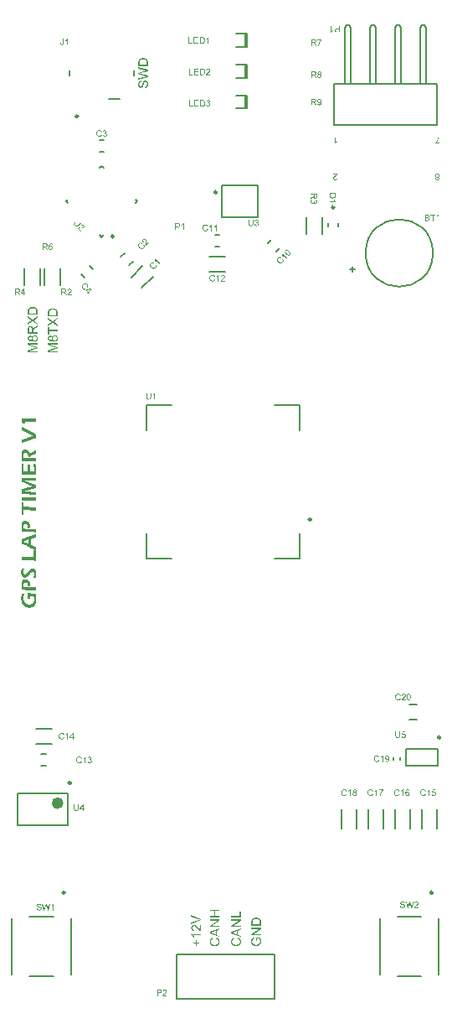
<source format=gbr>
%TF.GenerationSoftware,Altium Limited,Altium Designer,20.2.8 (258)*%
G04 Layer_Color=65535*
%FSLAX26Y26*%
%MOIN*%
%TF.SameCoordinates,C5A62E15-709C-4439-AAC4-A247E21399B6*%
%TF.FilePolarity,Positive*%
%TF.FileFunction,Legend,Top*%
%TF.Part,Single*%
G01*
G75*
%TA.AperFunction,NonConductor*%
%ADD59C,0.007874*%
%ADD69C,0.009842*%
%ADD70C,0.023622*%
%ADD71R,0.008031X0.051181*%
G36*
X1246362Y3418337D02*
X1246454D01*
X1246731Y3418291D01*
X1247193D01*
X1247840Y3418245D01*
X1248626Y3418199D01*
X1249642Y3418106D01*
X1250797Y3418060D01*
X1252137Y3417968D01*
X1286186Y3416304D01*
X1291314Y3416166D01*
X1291361D01*
X1291592D01*
X1291915D01*
X1292285D01*
X1292793Y3416120D01*
X1293301D01*
X1294502D01*
X1298984Y3416166D01*
Y3414687D01*
X1298937Y3414272D01*
Y3405078D01*
X1298984Y3403877D01*
Y3402629D01*
X1298891D01*
X1298706Y3402675D01*
X1298337D01*
X1297829Y3402722D01*
X1297182Y3402768D01*
X1296443Y3402814D01*
X1295611Y3402906D01*
X1294641Y3402953D01*
X1293578Y3403045D01*
X1292423Y3403091D01*
X1291222Y3403184D01*
X1289882Y3403276D01*
X1288496Y3403368D01*
X1287064Y3403461D01*
X1285586Y3403507D01*
X1284015Y3403599D01*
X1266875Y3404385D01*
X1266828D01*
X1266782D01*
X1266644D01*
X1266505D01*
X1266043Y3404431D01*
X1265396D01*
X1264657Y3404477D01*
X1263779Y3404523D01*
X1262809Y3404570D01*
X1261700Y3404616D01*
X1260545Y3404662D01*
X1259344Y3404708D01*
X1256849Y3404801D01*
X1254262Y3404893D01*
X1253015D01*
X1251813Y3404939D01*
X1251860Y3404847D01*
X1251998Y3404616D01*
X1252229Y3404292D01*
X1252506Y3403830D01*
X1252784Y3403368D01*
X1253107Y3402860D01*
X1253430Y3402398D01*
X1253708Y3401982D01*
X1253754Y3401936D01*
X1253846Y3401751D01*
X1254077Y3401474D01*
X1254216Y3401243D01*
X1254354Y3401012D01*
X1254585Y3400689D01*
X1254816Y3400365D01*
X1255094Y3399950D01*
X1255417Y3399488D01*
X1255740Y3398979D01*
X1256156Y3398379D01*
X1256572Y3397732D01*
X1257080Y3397039D01*
X1257034D01*
X1256942D01*
X1256803D01*
X1256618Y3397085D01*
X1256341D01*
X1256064D01*
X1255325Y3397131D01*
X1254447Y3397178D01*
X1253430Y3397270D01*
X1252275Y3397316D01*
X1251074Y3397362D01*
X1251028D01*
X1250936D01*
X1250751D01*
X1250520Y3397409D01*
X1250243D01*
X1249919D01*
X1249134Y3397455D01*
X1248302Y3397501D01*
X1247424D01*
X1246593Y3397547D01*
X1245854D01*
X1245807Y3397640D01*
X1245715Y3397824D01*
X1245530Y3398148D01*
X1245253Y3398610D01*
X1244930Y3399164D01*
X1244560Y3399811D01*
X1244098Y3400550D01*
X1243590Y3401428D01*
Y3401474D01*
X1243544Y3401520D01*
X1243359Y3401798D01*
X1243082Y3402213D01*
X1242804Y3402722D01*
X1242481Y3403230D01*
X1242204Y3403692D01*
X1241927Y3404154D01*
X1241742Y3404431D01*
Y3404477D01*
X1241649Y3404523D01*
X1241557Y3404662D01*
X1241418Y3404847D01*
X1241234Y3405078D01*
X1241049Y3405355D01*
X1240494Y3406048D01*
Y3406741D01*
X1240541Y3407064D01*
Y3408681D01*
X1240587Y3409698D01*
Y3414364D01*
X1240541Y3415380D01*
Y3417644D01*
X1240494Y3418845D01*
X1246362Y3418337D01*
D02*
G37*
G36*
X1247378Y3380869D02*
X1293671Y3357399D01*
X1298984Y3354951D01*
Y3352502D01*
X1298937Y3351902D01*
Y3343493D01*
X1298984Y3342662D01*
Y3339659D01*
X1293624Y3337995D01*
X1293578D01*
X1293486Y3337949D01*
X1293347Y3337903D01*
X1293162Y3337857D01*
X1292885Y3337764D01*
X1292562Y3337672D01*
X1292192Y3337533D01*
X1291684Y3337349D01*
X1291130Y3337164D01*
X1290437Y3336933D01*
X1289697Y3336656D01*
X1288820Y3336378D01*
X1287803Y3336009D01*
X1286648Y3335639D01*
X1285401Y3335177D01*
X1261793Y3326861D01*
X1240494Y3319284D01*
Y3320393D01*
X1240541Y3320809D01*
Y3322980D01*
X1240587Y3324228D01*
Y3328432D01*
X1240541Y3328894D01*
Y3331296D01*
X1240494Y3332082D01*
Y3332867D01*
X1245253Y3334207D01*
X1245299D01*
X1245530Y3334299D01*
X1245854Y3334392D01*
X1246316Y3334530D01*
X1246870Y3334715D01*
X1247563Y3334900D01*
X1248348Y3335177D01*
X1249226Y3335454D01*
X1280642Y3345803D01*
X1280688D01*
X1280781Y3345849D01*
X1280966Y3345896D01*
X1281197Y3345988D01*
X1281520Y3346080D01*
X1281843Y3346173D01*
X1282305Y3346311D01*
X1282767Y3346496D01*
X1283322Y3346635D01*
X1283922Y3346820D01*
X1284569Y3347051D01*
X1285308Y3347235D01*
X1286048Y3347466D01*
X1286879Y3347744D01*
X1287711Y3347975D01*
X1288635Y3348252D01*
X1283414Y3350562D01*
X1283368D01*
X1283322Y3350608D01*
X1283183Y3350654D01*
X1283045Y3350747D01*
X1282814Y3350839D01*
X1282490Y3350978D01*
X1282167Y3351162D01*
X1281751Y3351347D01*
X1281289Y3351578D01*
X1280735Y3351809D01*
X1280088Y3352086D01*
X1279395Y3352456D01*
X1278656Y3352779D01*
X1277824Y3353195D01*
X1276900Y3353657D01*
X1275884Y3354119D01*
X1247655Y3367610D01*
X1247609Y3367656D01*
X1247424Y3367702D01*
X1247193Y3367841D01*
X1246870Y3367979D01*
X1246500Y3368164D01*
X1246038Y3368349D01*
X1245068Y3368811D01*
X1245022Y3368857D01*
X1244791Y3368949D01*
X1244468Y3369088D01*
X1243959Y3369273D01*
X1243313Y3369550D01*
X1242527Y3369873D01*
X1241603Y3370243D01*
X1240494Y3370705D01*
Y3371860D01*
X1240541Y3372322D01*
Y3374493D01*
X1240587Y3375695D01*
Y3379622D01*
X1240541Y3380130D01*
Y3382763D01*
X1240494Y3383641D01*
Y3384565D01*
X1247378Y3380869D01*
D02*
G37*
G36*
X1255925Y3294059D02*
X1256526Y3294013D01*
X1257219Y3293967D01*
X1258004Y3293874D01*
X1258790Y3293690D01*
X1259621Y3293505D01*
X1259714Y3293459D01*
X1259991Y3293412D01*
X1260407Y3293274D01*
X1260915Y3293089D01*
X1261562Y3292858D01*
X1262208Y3292581D01*
X1262948Y3292211D01*
X1263687Y3291842D01*
X1263779Y3291795D01*
X1264010Y3291657D01*
X1264380Y3291426D01*
X1264796Y3291102D01*
X1265350Y3290733D01*
X1265904Y3290317D01*
X1266459Y3289809D01*
X1267013Y3289254D01*
X1267059Y3289208D01*
X1267244Y3289023D01*
X1267521Y3288700D01*
X1267845Y3288330D01*
X1268214Y3287868D01*
X1268584Y3287406D01*
X1268954Y3286852D01*
X1269277Y3286298D01*
X1269323Y3286251D01*
X1269416Y3286067D01*
X1269554Y3285743D01*
X1269785Y3285327D01*
X1269970Y3284865D01*
X1270247Y3284311D01*
X1270478Y3283664D01*
X1270709Y3282971D01*
X1270755Y3282879D01*
X1270802Y3282648D01*
X1270940Y3282186D01*
X1271125Y3281631D01*
X1271310Y3280892D01*
X1271587Y3280061D01*
X1271818Y3279044D01*
X1272141Y3277935D01*
X1277824Y3280846D01*
X1277870D01*
X1277963Y3280892D01*
X1278101Y3280985D01*
X1278332Y3281123D01*
X1278656Y3281308D01*
X1279025Y3281493D01*
X1279487Y3281724D01*
X1280042Y3282047D01*
X1280642Y3282371D01*
X1281381Y3282740D01*
X1282167Y3283202D01*
X1283045Y3283664D01*
X1284015Y3284219D01*
X1285077Y3284819D01*
X1286279Y3285466D01*
X1287526Y3286159D01*
X1295103Y3290502D01*
X1295149D01*
X1295241Y3290594D01*
X1295472Y3290687D01*
X1295796Y3290871D01*
X1296304Y3291149D01*
X1296627Y3291333D01*
X1296997Y3291518D01*
X1297413Y3291749D01*
X1297875Y3291980D01*
X1298383Y3292257D01*
X1298984Y3292581D01*
Y3290825D01*
X1298937Y3289763D01*
Y3281678D01*
X1298984Y3280985D01*
Y3278351D01*
X1287618Y3273639D01*
X1287572D01*
X1287480Y3273593D01*
X1287341Y3273500D01*
X1287156Y3273408D01*
X1286879Y3273315D01*
X1286602Y3273131D01*
X1286232Y3272992D01*
X1285863Y3272807D01*
X1284939Y3272345D01*
X1283876Y3271837D01*
X1282721Y3271283D01*
X1281428Y3270636D01*
X1271033Y3265508D01*
X1270986Y3265461D01*
X1270755Y3265369D01*
X1270432Y3265184D01*
X1269924Y3264953D01*
X1269323Y3264630D01*
X1268584Y3264260D01*
X1267660Y3263844D01*
X1266644Y3263336D01*
Y3263475D01*
X1266690Y3263613D01*
X1266736Y3263844D01*
X1266782Y3264075D01*
Y3264353D01*
X1266875Y3265046D01*
X1266967Y3265877D01*
X1267059Y3266755D01*
X1267106Y3267679D01*
X1267152Y3268557D01*
Y3269204D01*
X1267106Y3269527D01*
Y3269897D01*
X1267059Y3270312D01*
X1267013Y3270774D01*
X1266875Y3271837D01*
X1266644Y3272946D01*
X1266366Y3274101D01*
X1265997Y3275256D01*
Y3275302D01*
X1265951Y3275394D01*
X1265858Y3275533D01*
X1265766Y3275764D01*
X1265489Y3276318D01*
X1265073Y3276965D01*
X1264565Y3277751D01*
X1263918Y3278490D01*
X1263179Y3279275D01*
X1262301Y3279922D01*
X1262255D01*
X1262162Y3280014D01*
X1262024Y3280061D01*
X1261839Y3280199D01*
X1261608Y3280292D01*
X1261331Y3280430D01*
X1260638Y3280754D01*
X1259852Y3281077D01*
X1258928Y3281308D01*
X1257866Y3281493D01*
X1256803Y3281585D01*
X1256711D01*
X1256480D01*
X1256156Y3281539D01*
X1255694Y3281493D01*
X1255186Y3281400D01*
X1254632Y3281262D01*
X1254077Y3281077D01*
X1253477Y3280846D01*
X1253384Y3280800D01*
X1253199Y3280707D01*
X1252922Y3280523D01*
X1252553Y3280292D01*
X1252137Y3279968D01*
X1251721Y3279552D01*
X1251259Y3279090D01*
X1250843Y3278490D01*
X1250797Y3278397D01*
X1250658Y3278213D01*
X1250474Y3277843D01*
X1250289Y3277381D01*
X1250058Y3276780D01*
X1249827Y3276134D01*
X1249642Y3275348D01*
X1249503Y3274517D01*
Y3274424D01*
X1249457Y3274286D01*
Y3274101D01*
X1249411Y3273685D01*
X1249319Y3273084D01*
X1249272Y3272391D01*
X1249226Y3271606D01*
X1249180Y3270774D01*
Y3267864D01*
X1249226Y3267171D01*
Y3260934D01*
X1266875Y3260148D01*
X1298984Y3259317D01*
X1298937Y3252664D01*
Y3249291D01*
X1298984Y3248645D01*
Y3246242D01*
X1298937D01*
X1298845D01*
X1298660Y3246288D01*
X1298383D01*
X1298060Y3246335D01*
X1297690Y3246381D01*
X1297228D01*
X1296720Y3246427D01*
X1296165Y3246519D01*
X1295519Y3246566D01*
X1294826Y3246612D01*
X1294086Y3246658D01*
X1293255Y3246750D01*
X1292423Y3246797D01*
X1291499Y3246889D01*
X1290529Y3246935D01*
X1289513Y3247028D01*
X1288450Y3247120D01*
X1286232Y3247259D01*
X1283784Y3247397D01*
X1281243Y3247582D01*
X1278517Y3247721D01*
X1275653Y3247859D01*
X1272696Y3247998D01*
X1269647Y3248136D01*
X1269600D01*
X1269462D01*
X1269231D01*
X1268907Y3248183D01*
X1268492D01*
X1268030D01*
X1267475Y3248229D01*
X1266875D01*
X1266182Y3248275D01*
X1265396D01*
X1264611Y3248321D01*
X1263733D01*
X1262809Y3248367D01*
X1261839Y3248414D01*
X1259760Y3248460D01*
X1257588Y3248506D01*
X1255232Y3248598D01*
X1252830Y3248645D01*
X1250335Y3248691D01*
X1245345Y3248737D01*
X1242897Y3248783D01*
X1240494D01*
Y3250077D01*
X1240541Y3250585D01*
Y3253172D01*
X1240587Y3254604D01*
Y3259733D01*
X1240541Y3260841D01*
Y3263336D01*
X1240494Y3264676D01*
Y3265046D01*
X1240448Y3265323D01*
Y3266478D01*
X1240402Y3266986D01*
Y3268095D01*
X1240356Y3269388D01*
Y3273546D01*
X1240402Y3274055D01*
Y3275256D01*
X1240494Y3276596D01*
X1240587Y3278120D01*
X1240725Y3279645D01*
X1240910Y3281123D01*
Y3281169D01*
X1240956Y3281308D01*
Y3281493D01*
X1241049Y3281770D01*
X1241095Y3282140D01*
X1241187Y3282509D01*
X1241326Y3282971D01*
X1241418Y3283479D01*
X1241788Y3284542D01*
X1242250Y3285743D01*
X1242804Y3286944D01*
X1243497Y3288099D01*
Y3288146D01*
X1243590Y3288238D01*
X1243682Y3288377D01*
X1243867Y3288608D01*
X1244283Y3289162D01*
X1244837Y3289809D01*
X1245530Y3290548D01*
X1246362Y3291287D01*
X1247332Y3292026D01*
X1248348Y3292627D01*
X1248395D01*
X1248487Y3292673D01*
X1248626Y3292766D01*
X1248857Y3292858D01*
X1249134Y3292950D01*
X1249457Y3293089D01*
X1249827Y3293228D01*
X1250243Y3293366D01*
X1251259Y3293643D01*
X1252368Y3293874D01*
X1253661Y3294059D01*
X1255047Y3294105D01*
X1255094D01*
X1255140D01*
X1255278D01*
X1255463D01*
X1255925Y3294059D01*
D02*
G37*
G36*
X1249781Y3237464D02*
X1249550Y3233399D01*
Y3232706D01*
X1249503Y3232197D01*
Y3230765D01*
X1249457Y3229841D01*
Y3227670D01*
X1249411Y3226931D01*
Y3216305D01*
X1249457Y3215658D01*
Y3211869D01*
X1249503Y3211361D01*
Y3209652D01*
X1249550Y3208959D01*
Y3208266D01*
X1264749Y3207527D01*
Y3208543D01*
X1264796Y3209051D01*
Y3211223D01*
X1264842Y3212054D01*
Y3215011D01*
X1264888Y3217136D01*
Y3221849D01*
X1264842Y3222634D01*
Y3224574D01*
X1264796Y3225683D01*
Y3226977D01*
X1264749Y3228363D01*
Y3229841D01*
X1264703Y3231504D01*
X1264657Y3233260D01*
X1264703D01*
X1264842D01*
X1265027Y3233214D01*
X1265350D01*
X1265720Y3233168D01*
X1266182Y3233121D01*
X1266690Y3233075D01*
X1267290Y3233029D01*
X1267937Y3232983D01*
X1268630Y3232937D01*
X1269416Y3232890D01*
X1270247Y3232844D01*
X1271125Y3232798D01*
X1272003Y3232752D01*
X1273989Y3232659D01*
Y3231597D01*
X1273943Y3230858D01*
Y3227855D01*
X1273897Y3226746D01*
Y3223327D01*
X1273851Y3222311D01*
Y3216859D01*
X1273897Y3216074D01*
Y3214272D01*
X1273943Y3213209D01*
Y3212100D01*
X1273989Y3210945D01*
Y3209698D01*
X1274036Y3208358D01*
X1274082Y3206972D01*
X1290113Y3206279D01*
X1290159Y3210992D01*
Y3215843D01*
X1290113Y3216813D01*
Y3220416D01*
X1289928Y3229703D01*
X1289605Y3235940D01*
X1289651D01*
X1289836D01*
X1290113Y3235893D01*
X1290437Y3235847D01*
X1290899D01*
X1291407Y3235801D01*
X1292007Y3235755D01*
X1292654Y3235709D01*
X1293347Y3235662D01*
X1294086Y3235570D01*
X1295657Y3235478D01*
X1297320Y3235385D01*
X1298984Y3235339D01*
Y3230026D01*
X1298937Y3228640D01*
Y3215196D01*
X1298984Y3201105D01*
Y3192650D01*
X1282583Y3193898D01*
X1263594Y3194822D01*
X1246362Y3195376D01*
X1240494D01*
Y3198194D01*
X1240541Y3199349D01*
Y3205401D01*
X1240587Y3207249D01*
Y3217413D01*
X1240541Y3225637D01*
X1240494Y3238019D01*
X1249781Y3237464D01*
D02*
G37*
G36*
X1241049Y3182255D02*
X1241372D01*
X1241742D01*
X1242158Y3182209D01*
X1242666D01*
X1243220Y3182163D01*
X1243821D01*
X1244468Y3182117D01*
X1245207D01*
X1245946Y3182070D01*
X1246778Y3182024D01*
X1247655Y3181978D01*
X1248533D01*
X1250474Y3181886D01*
X1252599Y3181793D01*
X1254863Y3181747D01*
X1257219Y3181655D01*
X1259714Y3181562D01*
X1262347Y3181516D01*
X1265027Y3181424D01*
X1267799Y3181377D01*
X1267845D01*
X1267983D01*
X1268168D01*
X1268445D01*
X1268815D01*
X1269231Y3181331D01*
X1269693D01*
X1270247D01*
X1270848D01*
X1271495D01*
X1272188Y3181285D01*
X1272927D01*
X1274498D01*
X1276161Y3181239D01*
X1277963Y3181193D01*
X1279811D01*
X1283507Y3181146D01*
X1285308D01*
X1287018Y3181100D01*
X1288635D01*
X1290113D01*
X1290159D01*
X1290298D01*
X1290483D01*
X1290760D01*
X1291083D01*
X1291499D01*
X1292007D01*
X1292562D01*
X1293162D01*
X1293855Y3181146D01*
X1294548D01*
X1295334D01*
X1296212D01*
X1297089D01*
X1298013Y3181193D01*
X1298984D01*
Y3179760D01*
X1298937Y3178883D01*
Y3171953D01*
X1298984Y3170798D01*
Y3169504D01*
X1298937D01*
X1298799D01*
X1298568Y3169550D01*
X1298244D01*
X1297875D01*
X1297459Y3169596D01*
X1296997D01*
X1296443Y3169643D01*
X1295334Y3169689D01*
X1294133Y3169735D01*
X1292931Y3169781D01*
X1291823Y3169827D01*
X1266320Y3170567D01*
X1266274D01*
X1266089D01*
X1265766D01*
X1265396Y3170613D01*
X1264888D01*
X1264334D01*
X1263687D01*
X1262948Y3170659D01*
X1262162D01*
X1261331D01*
X1259575Y3170705D01*
X1257635D01*
X1255694D01*
X1252229Y3170659D01*
X1293902Y3154812D01*
X1298984Y3152964D01*
Y3151578D01*
X1298937Y3150701D01*
Y3143909D01*
X1298984Y3143309D01*
Y3141230D01*
X1272603Y3133884D01*
X1272511D01*
X1272326Y3133791D01*
X1272141Y3133745D01*
X1271910Y3133699D01*
X1271679Y3133607D01*
X1271356Y3133514D01*
X1270986Y3133376D01*
X1270571Y3133283D01*
X1270062Y3133098D01*
X1269508Y3132960D01*
X1268907Y3132775D01*
X1268261Y3132544D01*
X1267521Y3132313D01*
X1266690Y3132082D01*
X1257958Y3129402D01*
X1257912D01*
X1257727Y3129356D01*
X1257542Y3129264D01*
X1257219Y3129171D01*
X1256572Y3128987D01*
X1255925Y3128802D01*
X1255879D01*
X1255740Y3128756D01*
X1255509Y3128709D01*
X1255186Y3128617D01*
X1254724Y3128525D01*
X1254077Y3128386D01*
X1253338Y3128201D01*
X1252876Y3128109D01*
X1252368Y3128016D01*
X1257866Y3127416D01*
X1257912D01*
X1258004D01*
X1258143D01*
X1258374Y3127370D01*
X1258651D01*
X1259021Y3127323D01*
X1259436D01*
X1259945Y3127277D01*
X1260499Y3127231D01*
X1261146Y3127185D01*
X1261885Y3127139D01*
X1262670Y3127046D01*
X1263548Y3127000D01*
X1264472Y3126954D01*
X1265489Y3126861D01*
X1266597Y3126769D01*
X1293162Y3125106D01*
X1293255D01*
X1293532D01*
X1293994Y3125060D01*
X1294641D01*
X1295472Y3125013D01*
X1296443D01*
X1297644Y3124967D01*
X1298984D01*
X1298937Y3119469D01*
Y3116513D01*
X1298984Y3115958D01*
Y3113879D01*
X1289328Y3114988D01*
X1255278Y3117806D01*
X1240494Y3118823D01*
Y3120347D01*
X1240541Y3120902D01*
Y3123674D01*
X1240587Y3125152D01*
Y3130188D01*
X1240541Y3130788D01*
Y3133930D01*
X1240494Y3134946D01*
Y3136009D01*
X1240541D01*
X1240633Y3136055D01*
X1240818D01*
X1241049Y3136101D01*
X1241372Y3136194D01*
X1241696Y3136240D01*
X1242435Y3136379D01*
X1243266Y3136563D01*
X1244098Y3136748D01*
X1244837Y3136887D01*
X1245161Y3136979D01*
X1245484Y3137025D01*
X1245530D01*
X1245761Y3137118D01*
X1246085Y3137210D01*
X1246593Y3137349D01*
X1247240Y3137534D01*
X1248071Y3137765D01*
X1249041Y3138042D01*
X1250150Y3138365D01*
X1250196D01*
X1250289Y3138411D01*
X1250474Y3138458D01*
X1250705Y3138550D01*
X1251028Y3138642D01*
X1251398Y3138781D01*
X1251813Y3138920D01*
X1252322Y3139058D01*
X1252876Y3139243D01*
X1253430Y3139428D01*
X1254077Y3139659D01*
X1254770Y3139890D01*
X1256249Y3140352D01*
X1257912Y3140906D01*
X1258004Y3140952D01*
X1258235Y3140999D01*
X1258605Y3141137D01*
X1259113Y3141276D01*
X1259714Y3141507D01*
X1260453Y3141738D01*
X1261284Y3141969D01*
X1262208Y3142246D01*
X1263225Y3142569D01*
X1264287Y3142893D01*
X1265442Y3143216D01*
X1266644Y3143586D01*
X1269092Y3144279D01*
X1271633Y3144972D01*
X1283876Y3148206D01*
X1268168Y3153935D01*
X1247702Y3162297D01*
X1247655D01*
X1247517Y3162389D01*
X1247286Y3162482D01*
X1247009Y3162574D01*
X1246685Y3162713D01*
X1246269Y3162851D01*
X1245807Y3163036D01*
X1245345Y3163175D01*
X1245299Y3163221D01*
X1245068Y3163267D01*
X1244745Y3163359D01*
X1244237Y3163544D01*
X1243590Y3163729D01*
X1242712Y3164006D01*
X1242250Y3164145D01*
X1241696Y3164330D01*
X1241141Y3164514D01*
X1240494Y3164699D01*
Y3165993D01*
X1240541Y3166547D01*
Y3169181D01*
X1240587Y3170705D01*
Y3176388D01*
X1240541Y3177035D01*
Y3180269D01*
X1240494Y3181239D01*
Y3182301D01*
X1240541D01*
X1240633D01*
X1240818D01*
X1241049Y3182255D01*
D02*
G37*
G36*
X1241095Y3105194D02*
X1241511Y3105147D01*
X1242111Y3105101D01*
X1242804Y3105055D01*
X1243636Y3105009D01*
X1244560Y3104963D01*
X1245623Y3104870D01*
X1246824Y3104824D01*
X1248117Y3104732D01*
X1249503Y3104639D01*
X1251028Y3104547D01*
X1252691Y3104454D01*
X1254401Y3104362D01*
X1256249Y3104270D01*
X1258189Y3104177D01*
X1260268Y3104085D01*
X1262439Y3103992D01*
X1264703Y3103900D01*
X1267059Y3103808D01*
X1269508Y3103715D01*
X1272049Y3103623D01*
X1274682Y3103530D01*
X1277408Y3103438D01*
X1280226Y3103346D01*
X1283137Y3103299D01*
X1286140Y3103207D01*
X1289235Y3103161D01*
X1292423Y3103068D01*
X1295657Y3103022D01*
X1298984Y3102976D01*
X1298937Y3096693D01*
Y3092858D01*
X1298984Y3092119D01*
Y3089255D01*
X1298937D01*
X1298799D01*
X1298614Y3089301D01*
X1298337D01*
X1297967Y3089347D01*
X1297505D01*
X1296997Y3089393D01*
X1296443Y3089439D01*
X1295796Y3089486D01*
X1295103Y3089532D01*
X1294317Y3089578D01*
X1293486Y3089624D01*
X1292608Y3089670D01*
X1291684Y3089717D01*
X1290714Y3089763D01*
X1289697Y3089855D01*
X1287480Y3089948D01*
X1285124Y3090086D01*
X1282629Y3090225D01*
X1279995Y3090363D01*
X1277316Y3090502D01*
X1274498Y3090641D01*
X1271679Y3090733D01*
X1268769Y3090872D01*
X1268723D01*
X1268584D01*
X1268399D01*
X1268076Y3090918D01*
X1267706D01*
X1267290D01*
X1266782Y3090964D01*
X1266228D01*
X1265581Y3091010D01*
X1264934D01*
X1264195Y3091056D01*
X1263456D01*
X1261793Y3091149D01*
X1259991Y3091195D01*
X1258143Y3091241D01*
X1256202Y3091334D01*
X1252275Y3091426D01*
X1250335Y3091472D01*
X1248487D01*
X1246731Y3091518D01*
X1245114D01*
X1240494Y3091472D01*
X1240587Y3098633D01*
Y3100065D01*
X1240541Y3100527D01*
Y3103253D01*
X1240494Y3104177D01*
Y3105240D01*
X1240541D01*
X1240772D01*
X1241095Y3105194D01*
D02*
G37*
G36*
Y3085004D02*
X1241511Y3084958D01*
X1242019D01*
X1242573Y3084912D01*
X1243266Y3084866D01*
X1243959Y3084819D01*
X1245484Y3084727D01*
X1247009Y3084681D01*
X1248533Y3084588D01*
X1249226D01*
X1249873D01*
Y3084265D01*
X1249827Y3083849D01*
Y3083295D01*
X1249781Y3082602D01*
X1249734Y3081770D01*
Y3080846D01*
X1249688Y3079830D01*
X1249642Y3078767D01*
X1249596Y3077566D01*
Y3076365D01*
X1249550Y3075071D01*
X1249503Y3072438D01*
Y3066478D01*
X1257357Y3065924D01*
X1287480Y3064722D01*
X1292516Y3064630D01*
X1292562D01*
X1292654D01*
X1292839D01*
X1293070D01*
X1293347D01*
X1293671D01*
X1294040D01*
X1294502D01*
X1295472Y3064584D01*
X1296535D01*
X1297736D01*
X1298984D01*
X1298937Y3058070D01*
Y3054697D01*
X1298984Y3053912D01*
Y3051093D01*
X1286510Y3052017D01*
X1267845Y3052941D01*
X1249503Y3053542D01*
Y3050539D01*
X1249550Y3047767D01*
X1249596Y3045134D01*
X1249873Y3035247D01*
X1249781D01*
X1249596D01*
X1249272Y3035293D01*
X1248857D01*
X1248348Y3035339D01*
X1247748D01*
X1247101Y3035385D01*
X1246408Y3035432D01*
X1244883Y3035478D01*
X1243313Y3035524D01*
X1241834Y3035570D01*
X1241141Y3035616D01*
X1240494D01*
Y3038897D01*
X1240541Y3039543D01*
Y3047351D01*
X1240587Y3049476D01*
Y3061442D01*
X1240541Y3076827D01*
X1240494Y3085050D01*
X1240541D01*
X1240772D01*
X1241095Y3085004D01*
D02*
G37*
G36*
X1256757Y3010253D02*
X1257265Y3010206D01*
X1257819Y3010160D01*
X1258466Y3010068D01*
X1259159Y3009975D01*
X1259898Y3009791D01*
X1260684Y3009606D01*
X1261515Y3009421D01*
X1262393Y3009144D01*
X1263271Y3008820D01*
X1264149Y3008451D01*
X1264980Y3008035D01*
X1265858Y3007527D01*
X1265904Y3007481D01*
X1266043Y3007388D01*
X1266274Y3007250D01*
X1266597Y3007019D01*
X1266967Y3006741D01*
X1267429Y3006372D01*
X1267891Y3006002D01*
X1268399Y3005540D01*
X1268954Y3005032D01*
X1269508Y3004431D01*
X1270062Y3003831D01*
X1270617Y3003138D01*
X1271171Y3002399D01*
X1271679Y3001613D01*
X1272141Y3000735D01*
X1272603Y2999858D01*
X1272650Y2999811D01*
X1272696Y2999627D01*
X1272788Y2999349D01*
X1272927Y2998980D01*
X1273112Y2998564D01*
X1273296Y2998010D01*
X1273481Y2997363D01*
X1273712Y2996670D01*
X1273897Y2995884D01*
X1274128Y2995053D01*
X1274313Y2994175D01*
X1274451Y2993205D01*
X1274636Y2992235D01*
X1274729Y2991172D01*
X1274775Y2990109D01*
X1274821Y2989001D01*
Y2988215D01*
X1274775Y2987892D01*
X1274729Y2987153D01*
X1274682Y2986229D01*
X1274544Y2985166D01*
X1274405Y2984011D01*
X1274220Y2982810D01*
X1274174D01*
X1274036Y2982764D01*
X1273805Y2982717D01*
X1273481Y2982625D01*
X1273065Y2982533D01*
X1272603Y2982440D01*
X1272095Y2982302D01*
X1271495Y2982163D01*
X1270247Y2981886D01*
X1268815Y2981516D01*
X1267337Y2981100D01*
X1265858Y2980685D01*
Y2980823D01*
X1265904Y2980962D01*
X1265951Y2981147D01*
X1266043Y2981655D01*
X1266135Y2982348D01*
X1266228Y2983133D01*
X1266320Y2984011D01*
X1266366Y2984935D01*
X1266413Y2985905D01*
Y2986506D01*
X1266366Y2986829D01*
Y2987153D01*
X1266274Y2988030D01*
X1266135Y2988954D01*
X1265951Y2990017D01*
X1265720Y2991033D01*
X1265350Y2992050D01*
Y2992096D01*
X1265304Y2992188D01*
X1265258Y2992327D01*
X1265165Y2992466D01*
X1264888Y2992974D01*
X1264518Y2993574D01*
X1264056Y2994221D01*
X1263456Y2994914D01*
X1262717Y2995607D01*
X1261885Y2996208D01*
X1261839D01*
X1261793Y2996254D01*
X1261654Y2996346D01*
X1261469Y2996439D01*
X1261238Y2996577D01*
X1260961Y2996716D01*
X1260268Y2996993D01*
X1259483Y2997270D01*
X1258512Y2997548D01*
X1257496Y2997732D01*
X1256387Y2997779D01*
X1256295D01*
X1256110D01*
X1255740Y2997732D01*
X1255325Y2997686D01*
X1254816Y2997640D01*
X1254262Y2997501D01*
X1253708Y2997363D01*
X1253153Y2997132D01*
X1253107Y2997086D01*
X1252922Y2996993D01*
X1252645Y2996855D01*
X1252275Y2996670D01*
X1251906Y2996393D01*
X1251490Y2996069D01*
X1251120Y2995700D01*
X1250751Y2995238D01*
X1250705Y2995191D01*
X1250612Y2995007D01*
X1250427Y2994776D01*
X1250243Y2994452D01*
X1250058Y2994036D01*
X1249827Y2993621D01*
X1249642Y2993112D01*
X1249503Y2992558D01*
Y2992512D01*
X1249457Y2992281D01*
X1249411Y2991957D01*
X1249319Y2991495D01*
X1249272Y2990895D01*
X1249226Y2990156D01*
X1249180Y2989324D01*
Y2986136D01*
X1249226Y2985305D01*
Y2984427D01*
X1249272Y2983503D01*
Y2982071D01*
X1249319Y2981424D01*
Y2979252D01*
X1249411D01*
X1249688D01*
X1250150Y2979206D01*
X1250751Y2979160D01*
X1251490Y2979114D01*
X1252368Y2979068D01*
X1253384Y2979021D01*
X1254493Y2978929D01*
X1255648Y2978883D01*
X1256942Y2978837D01*
X1258281Y2978744D01*
X1259667Y2978698D01*
X1262486Y2978559D01*
X1265396Y2978467D01*
X1281797Y2977913D01*
X1281843D01*
X1281890D01*
X1282167D01*
X1282629D01*
X1283229Y2977866D01*
X1283922D01*
X1284754Y2977820D01*
X1285678D01*
X1286648D01*
X1287665Y2977774D01*
X1288727D01*
X1290852Y2977728D01*
X1291869Y2977682D01*
X1292839D01*
X1293717D01*
X1294548D01*
X1294641D01*
X1294826D01*
X1295195D01*
X1295657D01*
X1296304D01*
X1297043D01*
X1297967Y2977728D01*
X1298984D01*
X1298937Y2971491D01*
Y2968303D01*
X1298984Y2967610D01*
Y2965115D01*
X1288866Y2965854D01*
X1266366Y2966917D01*
X1250012Y2967425D01*
X1249965D01*
X1249919D01*
X1249642D01*
X1249180D01*
X1248626Y2967471D01*
X1247933D01*
X1247193D01*
X1246362D01*
X1245530D01*
X1245438D01*
X1245207D01*
X1244837D01*
X1244283D01*
X1243590D01*
X1242712D01*
X1241696Y2967425D01*
X1240494D01*
Y2968811D01*
X1240541Y2969366D01*
Y2971999D01*
X1240587Y2973524D01*
Y2978837D01*
X1240541Y2979391D01*
Y2982255D01*
X1240494Y2983087D01*
Y2984427D01*
X1240448Y2984796D01*
Y2986182D01*
X1240402Y2986783D01*
Y2988030D01*
X1240356Y2989324D01*
Y2992697D01*
X1240402Y2993205D01*
Y2994360D01*
X1240448Y2995053D01*
X1240541Y2996439D01*
X1240725Y2997871D01*
X1240818Y2998564D01*
X1240910Y2999257D01*
X1241049Y2999858D01*
X1241187Y3000412D01*
Y3000458D01*
X1241234Y3000551D01*
X1241280Y3000689D01*
X1241372Y3000920D01*
X1241465Y3001151D01*
X1241603Y3001475D01*
X1241927Y3002168D01*
X1242342Y3002999D01*
X1242851Y3003831D01*
X1243497Y3004709D01*
X1244190Y3005586D01*
Y3005633D01*
X1244283Y3005679D01*
X1244560Y3005956D01*
X1244976Y3006372D01*
X1245530Y3006880D01*
X1246223Y3007434D01*
X1247055Y3007989D01*
X1247979Y3008543D01*
X1248995Y3009005D01*
X1249041D01*
X1249134Y3009051D01*
X1249319Y3009144D01*
X1249550Y3009190D01*
X1249827Y3009329D01*
X1250196Y3009421D01*
X1250612Y3009513D01*
X1251028Y3009652D01*
X1252044Y3009883D01*
X1253246Y3010114D01*
X1254493Y3010253D01*
X1255833Y3010299D01*
X1255879D01*
X1256064D01*
X1256387D01*
X1256757Y3010253D01*
D02*
G37*
G36*
X1298937Y2952364D02*
Y2948252D01*
X1298984Y2947513D01*
Y2944880D01*
X1298937D01*
X1298799Y2944833D01*
X1298568Y2944787D01*
X1298291Y2944695D01*
X1297921Y2944556D01*
X1297459Y2944464D01*
X1296905Y2944279D01*
X1296258Y2944094D01*
X1295565Y2943863D01*
X1294826Y2943632D01*
X1293948Y2943401D01*
X1293070Y2943078D01*
X1292054Y2942754D01*
X1291037Y2942431D01*
X1289928Y2942061D01*
X1288727Y2941646D01*
X1288635Y2941599D01*
X1288450Y2941553D01*
X1288080Y2941415D01*
X1287665Y2941276D01*
X1287110Y2941091D01*
X1286463Y2940860D01*
X1285770Y2940629D01*
X1284985Y2940352D01*
X1284153Y2940075D01*
X1283322Y2939751D01*
X1281566Y2939151D01*
X1279811Y2938504D01*
X1278979Y2938181D01*
X1278194Y2937903D01*
Y2915358D01*
X1278240D01*
X1278332Y2915312D01*
X1278471Y2915219D01*
X1278656Y2915127D01*
X1278887Y2914988D01*
X1279210Y2914850D01*
X1279533Y2914711D01*
X1279949Y2914480D01*
X1280873Y2914064D01*
X1281982Y2913510D01*
X1283229Y2912909D01*
X1284615Y2912262D01*
X1286140Y2911523D01*
X1287757Y2910784D01*
X1289466Y2909952D01*
X1291268Y2909121D01*
X1293116Y2908243D01*
X1295057Y2907365D01*
X1298984Y2905610D01*
X1298937Y2898633D01*
Y2894660D01*
X1298984Y2893921D01*
Y2891241D01*
D01*
Y2887083D01*
X1298937Y2885697D01*
Y2873085D01*
X1298984Y2859594D01*
Y2851556D01*
X1298937D01*
X1298845D01*
X1298660Y2851602D01*
X1298383D01*
X1298060Y2851648D01*
X1297690Y2851694D01*
X1297228Y2851740D01*
X1296720Y2851787D01*
X1296165Y2851833D01*
X1295519Y2851879D01*
X1294826Y2851925D01*
X1294086Y2851971D01*
X1293255Y2852064D01*
X1292423Y2852110D01*
X1291499Y2852202D01*
X1290575Y2852295D01*
X1289559Y2852341D01*
X1288542Y2852433D01*
X1286325Y2852572D01*
X1283969Y2852757D01*
X1281428Y2852942D01*
X1278794Y2853080D01*
X1276068Y2853265D01*
X1273204Y2853404D01*
X1270293Y2853542D01*
X1270247D01*
X1270109D01*
X1269878D01*
X1269600Y2853588D01*
X1269185D01*
X1268723Y2853635D01*
X1268214D01*
X1267614Y2853681D01*
X1266921D01*
X1266182Y2853727D01*
X1265396Y2853773D01*
X1264565Y2853819D01*
X1263641D01*
X1262670Y2853866D01*
X1261654Y2853912D01*
X1260638Y2853958D01*
X1258420Y2854050D01*
X1256064Y2854097D01*
X1253569Y2854189D01*
X1251028Y2854281D01*
X1248441Y2854328D01*
X1245761Y2854374D01*
X1240494Y2854466D01*
Y2855575D01*
X1240541Y2855991D01*
Y2858162D01*
X1240587Y2859410D01*
Y2863706D01*
X1240541Y2864168D01*
Y2866571D01*
X1240494Y2867310D01*
Y2868095D01*
X1240587D01*
X1240864Y2868049D01*
X1241280D01*
X1241834Y2868003D01*
X1242573Y2867957D01*
X1243451Y2867864D01*
X1244468Y2867818D01*
X1245576Y2867726D01*
X1246824Y2867679D01*
X1248164Y2867587D01*
X1249642Y2867495D01*
X1251167Y2867402D01*
X1252784Y2867310D01*
X1254493Y2867217D01*
X1256249Y2867125D01*
X1258097Y2867033D01*
X1275237Y2866155D01*
X1275329D01*
X1275560D01*
X1275976Y2866109D01*
X1276484D01*
X1277177Y2866062D01*
X1277963Y2866016D01*
X1278840Y2865970D01*
X1279857D01*
X1280919Y2865924D01*
X1282074Y2865878D01*
X1283276Y2865831D01*
X1284523Y2865785D01*
X1287156Y2865693D01*
X1289882Y2865600D01*
X1289975Y2872946D01*
Y2883064D01*
X1289928Y2884127D01*
Y2887453D01*
X1289882Y2887776D01*
Y2888608D01*
X1289836Y2889578D01*
X1289790Y2890687D01*
X1289744Y2891842D01*
X1289697Y2893043D01*
X1289744D01*
X1289882D01*
X1290113Y2892997D01*
X1290437D01*
X1290806Y2892951D01*
X1291314Y2892905D01*
X1291823Y2892858D01*
X1292423Y2892812D01*
X1293116Y2892766D01*
X1293809Y2892674D01*
X1294595Y2892627D01*
X1295380Y2892581D01*
X1296758Y2892472D01*
X1295888Y2892951D01*
X1294826Y2893551D01*
X1293578Y2894198D01*
X1292238Y2894937D01*
X1290760Y2895723D01*
X1289189Y2896601D01*
X1287434Y2897525D01*
X1285586Y2898495D01*
X1283645Y2899511D01*
X1281612Y2900574D01*
X1279487Y2901683D01*
X1257866Y2912909D01*
X1257819D01*
X1257727Y2912955D01*
X1257588Y2913048D01*
X1257404Y2913140D01*
X1257173Y2913279D01*
X1256895Y2913417D01*
X1256202Y2913787D01*
X1255325Y2914249D01*
X1254308Y2914757D01*
X1253153Y2915358D01*
X1251952Y2915958D01*
X1250612Y2916651D01*
X1249226Y2917344D01*
X1247794Y2918084D01*
X1246316Y2918823D01*
X1243359Y2920255D01*
X1241880Y2920994D01*
X1240494Y2921641D01*
Y2923027D01*
X1240541Y2923535D01*
Y2926030D01*
X1240587Y2927324D01*
Y2932082D01*
X1240541Y2933283D01*
Y2936055D01*
X1240494Y2937488D01*
X1258050Y2943632D01*
X1294271Y2956984D01*
X1298984Y2958832D01*
X1298937Y2952364D01*
D02*
G37*
G36*
X1284939Y2820555D02*
X1285262D01*
X1285632Y2820509D01*
X1286048Y2820463D01*
X1286556Y2820371D01*
X1287572Y2820186D01*
X1288727Y2819862D01*
X1289928Y2819447D01*
X1291130Y2818892D01*
X1291176D01*
X1291268Y2818800D01*
X1291453Y2818707D01*
X1291638Y2818569D01*
X1291915Y2818430D01*
X1292238Y2818199D01*
X1292978Y2817691D01*
X1293809Y2816998D01*
X1294687Y2816166D01*
X1295565Y2815196D01*
X1296396Y2814087D01*
Y2814041D01*
X1296489Y2813949D01*
X1296581Y2813764D01*
X1296720Y2813533D01*
X1296905Y2813256D01*
X1297089Y2812932D01*
X1297274Y2812517D01*
X1297505Y2812055D01*
X1297967Y2811038D01*
X1298429Y2809883D01*
X1298845Y2808636D01*
X1299215Y2807250D01*
Y2807204D01*
X1299261Y2807065D01*
X1299307Y2806880D01*
X1299353Y2806603D01*
X1299399Y2806233D01*
X1299446Y2805864D01*
X1299538Y2805402D01*
X1299584Y2804847D01*
X1299677Y2804293D01*
X1299769Y2803692D01*
X1299861Y2802353D01*
X1299954Y2800874D01*
X1300000Y2799350D01*
Y2798610D01*
X1299954Y2798287D01*
Y2797548D01*
X1299861Y2796578D01*
X1299769Y2795515D01*
X1299677Y2794314D01*
X1299492Y2792974D01*
Y2792928D01*
X1299446Y2792789D01*
Y2792604D01*
X1299399Y2792327D01*
X1299353Y2791958D01*
X1299261Y2791496D01*
X1299215Y2790987D01*
X1299076Y2790387D01*
X1298984Y2789740D01*
X1298845Y2789047D01*
X1298706Y2788215D01*
X1298568Y2787384D01*
X1298383Y2786460D01*
X1298198Y2785490D01*
X1297967Y2784473D01*
X1297736Y2783364D01*
X1297644D01*
X1297459D01*
X1297089Y2783318D01*
X1296674D01*
X1296119Y2783272D01*
X1295472Y2783226D01*
X1294733Y2783180D01*
X1293948Y2783133D01*
X1293116Y2783087D01*
X1292285Y2782995D01*
X1290483Y2782856D01*
X1288727Y2782671D01*
X1287849Y2782579D01*
X1287064Y2782487D01*
Y2782533D01*
X1287110Y2782579D01*
X1287249Y2782856D01*
X1287434Y2783318D01*
X1287665Y2783919D01*
X1287942Y2784658D01*
X1288265Y2785490D01*
X1288635Y2786460D01*
X1288958Y2787522D01*
X1289328Y2788677D01*
X1289697Y2789879D01*
X1290021Y2791126D01*
X1290298Y2792466D01*
X1290529Y2793759D01*
X1290714Y2795099D01*
X1290852Y2796439D01*
X1290899Y2797733D01*
Y2798195D01*
X1290852Y2798703D01*
X1290806Y2799396D01*
X1290714Y2800181D01*
X1290529Y2801013D01*
X1290344Y2801937D01*
X1290067Y2802815D01*
Y2802861D01*
X1290021Y2802907D01*
X1289928Y2803230D01*
X1289744Y2803646D01*
X1289466Y2804154D01*
X1289143Y2804755D01*
X1288727Y2805309D01*
X1288265Y2805910D01*
X1287757Y2806372D01*
X1287665Y2806418D01*
X1287480Y2806557D01*
X1287156Y2806742D01*
X1286741Y2806973D01*
X1286232Y2807157D01*
X1285678Y2807342D01*
X1285031Y2807481D01*
X1284338Y2807527D01*
X1284292D01*
X1284107D01*
X1283830Y2807481D01*
X1283460D01*
X1283045Y2807388D01*
X1282583Y2807296D01*
X1282167Y2807157D01*
X1281705Y2806973D01*
X1281612Y2806926D01*
X1281428Y2806834D01*
X1281104Y2806603D01*
X1280688Y2806326D01*
X1280226Y2805956D01*
X1279672Y2805494D01*
X1279071Y2804894D01*
X1278425Y2804247D01*
X1278378Y2804201D01*
X1278332Y2804108D01*
X1278147Y2803970D01*
X1277963Y2803785D01*
X1277732Y2803508D01*
X1277408Y2803138D01*
X1276992Y2802722D01*
X1276577Y2802214D01*
X1276068Y2801660D01*
X1275514Y2801013D01*
X1274867Y2800320D01*
X1274174Y2799534D01*
X1273389Y2798610D01*
X1272557Y2797686D01*
X1271633Y2796624D01*
X1270663Y2795469D01*
X1270617Y2795423D01*
X1270571Y2795330D01*
X1270432Y2795192D01*
X1270247Y2795007D01*
X1269785Y2794452D01*
X1269231Y2793852D01*
X1268630Y2793159D01*
X1268030Y2792466D01*
X1267429Y2791865D01*
X1266967Y2791357D01*
X1266921Y2791311D01*
X1266875Y2791265D01*
X1266736Y2791126D01*
X1266551Y2790941D01*
X1266089Y2790479D01*
X1265489Y2789879D01*
X1264796Y2789232D01*
X1264103Y2788585D01*
X1263317Y2787938D01*
X1262578Y2787384D01*
X1262486Y2787338D01*
X1262255Y2787153D01*
X1261839Y2786922D01*
X1261377Y2786598D01*
X1260776Y2786275D01*
X1260129Y2785952D01*
X1259436Y2785674D01*
X1258697Y2785397D01*
X1258605D01*
X1258374Y2785305D01*
X1257958Y2785212D01*
X1257450Y2785120D01*
X1256849Y2785028D01*
X1256156Y2784935D01*
X1255371Y2784889D01*
X1254585Y2784843D01*
X1254539D01*
X1254401D01*
X1254170D01*
X1253892Y2784889D01*
X1253523D01*
X1253107Y2784981D01*
X1252645Y2785028D01*
X1252137Y2785120D01*
X1250982Y2785397D01*
X1249688Y2785767D01*
X1248395Y2786321D01*
X1247702Y2786691D01*
X1247055Y2787060D01*
X1247009Y2787107D01*
X1246916Y2787153D01*
X1246731Y2787291D01*
X1246454Y2787476D01*
X1246177Y2787707D01*
X1245807Y2788031D01*
X1245438Y2788354D01*
X1245022Y2788770D01*
X1244606Y2789186D01*
X1244144Y2789694D01*
X1243682Y2790248D01*
X1243220Y2790849D01*
X1242758Y2791542D01*
X1242296Y2792235D01*
X1241880Y2792974D01*
X1241511Y2793806D01*
X1241465Y2793852D01*
X1241418Y2793990D01*
X1241326Y2794268D01*
X1241187Y2794591D01*
X1241049Y2795053D01*
X1240864Y2795561D01*
X1240679Y2796208D01*
X1240494Y2796901D01*
X1240310Y2797686D01*
X1240125Y2798518D01*
X1239940Y2799442D01*
X1239801Y2800458D01*
X1239663Y2801521D01*
X1239570Y2802630D01*
X1239478Y2803831D01*
Y2806141D01*
X1239524Y2806742D01*
X1239570Y2807435D01*
X1239617Y2808220D01*
X1239663Y2809098D01*
X1239755Y2810068D01*
X1239848Y2811131D01*
X1239940Y2812286D01*
X1240079Y2813487D01*
X1240263Y2814780D01*
X1240448Y2816120D01*
X1240679Y2817460D01*
X1240956Y2818892D01*
X1241003D01*
X1241141D01*
X1241418Y2818938D01*
X1241742D01*
X1242158Y2818985D01*
X1242712D01*
X1243266Y2819031D01*
X1243913Y2819077D01*
X1244652Y2819123D01*
X1245438Y2819216D01*
X1246316Y2819262D01*
X1247193Y2819354D01*
X1248117Y2819447D01*
X1249134Y2819539D01*
X1251213Y2819770D01*
X1251167Y2819678D01*
X1251120Y2819493D01*
X1250982Y2819123D01*
X1250797Y2818615D01*
X1250612Y2818061D01*
X1250381Y2817368D01*
X1250150Y2816582D01*
X1249919Y2815704D01*
X1249688Y2814780D01*
X1249457Y2813810D01*
X1249041Y2811731D01*
X1248718Y2809606D01*
X1248672Y2808497D01*
X1248626Y2807435D01*
Y2807019D01*
X1248672Y2806742D01*
Y2806372D01*
X1248718Y2805956D01*
X1248764Y2805494D01*
X1248857Y2804986D01*
X1249088Y2803923D01*
X1249457Y2802768D01*
X1249919Y2801613D01*
X1250566Y2800551D01*
Y2800505D01*
X1250658Y2800458D01*
X1250751Y2800320D01*
X1250889Y2800135D01*
X1251305Y2799719D01*
X1251813Y2799257D01*
X1252460Y2798749D01*
X1253199Y2798333D01*
X1253615Y2798148D01*
X1254031Y2798010D01*
X1254493Y2797964D01*
X1254955Y2797917D01*
X1255001D01*
X1255094D01*
X1255232D01*
X1255417Y2797964D01*
X1255879Y2798010D01*
X1256433Y2798102D01*
X1256480D01*
X1256572Y2798148D01*
X1256711Y2798195D01*
X1256895Y2798241D01*
X1257357Y2798426D01*
X1257866Y2798657D01*
X1257912D01*
X1258004Y2798749D01*
X1258143Y2798841D01*
X1258374Y2798980D01*
X1258605Y2799119D01*
X1258928Y2799350D01*
X1259298Y2799627D01*
X1259714Y2799950D01*
X1259760Y2799996D01*
X1259898Y2800135D01*
X1260129Y2800366D01*
X1260453Y2800689D01*
X1260822Y2801059D01*
X1261284Y2801567D01*
X1261793Y2802122D01*
X1262347Y2802768D01*
X1262393Y2802861D01*
X1262578Y2803092D01*
X1262855Y2803415D01*
X1263225Y2803877D01*
X1263594Y2804339D01*
X1264010Y2804894D01*
X1264426Y2805402D01*
X1264796Y2805910D01*
X1269600Y2811223D01*
Y2811269D01*
X1269693Y2811315D01*
X1269878Y2811546D01*
X1270201Y2811916D01*
X1270617Y2812424D01*
X1271125Y2812979D01*
X1271679Y2813579D01*
X1272881Y2814780D01*
X1272927Y2814873D01*
X1273158Y2815058D01*
X1273435Y2815335D01*
X1273851Y2815751D01*
X1274313Y2816166D01*
X1274821Y2816628D01*
X1275375Y2817090D01*
X1275930Y2817506D01*
X1275976Y2817552D01*
X1276161Y2817691D01*
X1276438Y2817922D01*
X1276808Y2818153D01*
X1277223Y2818476D01*
X1277685Y2818754D01*
X1278194Y2819031D01*
X1278702Y2819308D01*
X1278748Y2819354D01*
X1278933Y2819400D01*
X1279210Y2819539D01*
X1279533Y2819678D01*
X1279949Y2819816D01*
X1280411Y2820001D01*
X1281428Y2820278D01*
X1281474D01*
X1281659Y2820324D01*
X1281936Y2820371D01*
X1282305Y2820463D01*
X1282767Y2820509D01*
X1283229Y2820555D01*
X1284338Y2820602D01*
X1284384D01*
X1284477D01*
X1284708D01*
X1284939Y2820555D01*
D02*
G37*
G36*
X1256757Y2778467D02*
X1257265Y2778421D01*
X1257819Y2778375D01*
X1258466Y2778282D01*
X1259159Y2778190D01*
X1259898Y2778005D01*
X1260684Y2777820D01*
X1261515Y2777636D01*
X1262393Y2777358D01*
X1263271Y2777035D01*
X1264149Y2776665D01*
X1264980Y2776250D01*
X1265858Y2775741D01*
X1265904Y2775695D01*
X1266043Y2775603D01*
X1266274Y2775464D01*
X1266597Y2775233D01*
X1266967Y2774956D01*
X1267429Y2774586D01*
X1267891Y2774217D01*
X1268399Y2773755D01*
X1268954Y2773247D01*
X1269508Y2772646D01*
X1270062Y2772045D01*
X1270617Y2771352D01*
X1271171Y2770613D01*
X1271679Y2769828D01*
X1272141Y2768950D01*
X1272603Y2768072D01*
X1272650Y2768026D01*
X1272696Y2767841D01*
X1272788Y2767564D01*
X1272927Y2767194D01*
X1273112Y2766779D01*
X1273296Y2766224D01*
X1273481Y2765577D01*
X1273712Y2764884D01*
X1273897Y2764099D01*
X1274128Y2763267D01*
X1274313Y2762390D01*
X1274451Y2761419D01*
X1274636Y2760449D01*
X1274729Y2759387D01*
X1274775Y2758324D01*
X1274821Y2757215D01*
Y2756430D01*
X1274775Y2756106D01*
X1274729Y2755367D01*
X1274682Y2754443D01*
X1274544Y2753381D01*
X1274405Y2752226D01*
X1274220Y2751024D01*
X1274174D01*
X1274036Y2750978D01*
X1273805Y2750932D01*
X1273481Y2750840D01*
X1273065Y2750747D01*
X1272603Y2750655D01*
X1272095Y2750516D01*
X1271495Y2750378D01*
X1270247Y2750100D01*
X1268815Y2749731D01*
X1267337Y2749315D01*
X1265858Y2748899D01*
Y2749038D01*
X1265904Y2749176D01*
X1265951Y2749361D01*
X1266043Y2749869D01*
X1266135Y2750562D01*
X1266228Y2751348D01*
X1266320Y2752226D01*
X1266366Y2753150D01*
X1266413Y2754120D01*
Y2754720D01*
X1266366Y2755044D01*
Y2755367D01*
X1266274Y2756245D01*
X1266135Y2757169D01*
X1265951Y2758232D01*
X1265720Y2759248D01*
X1265350Y2760264D01*
Y2760311D01*
X1265304Y2760403D01*
X1265258Y2760542D01*
X1265165Y2760680D01*
X1264888Y2761188D01*
X1264518Y2761789D01*
X1264056Y2762436D01*
X1263456Y2763129D01*
X1262717Y2763822D01*
X1261885Y2764422D01*
X1261839D01*
X1261793Y2764469D01*
X1261654Y2764561D01*
X1261469Y2764653D01*
X1261238Y2764792D01*
X1260961Y2764931D01*
X1260268Y2765208D01*
X1259483Y2765485D01*
X1258512Y2765762D01*
X1257496Y2765947D01*
X1256387Y2765993D01*
X1256295D01*
X1256110D01*
X1255740Y2765947D01*
X1255325Y2765901D01*
X1254816Y2765855D01*
X1254262Y2765716D01*
X1253708Y2765577D01*
X1253153Y2765346D01*
X1253107Y2765300D01*
X1252922Y2765208D01*
X1252645Y2765069D01*
X1252275Y2764884D01*
X1251906Y2764607D01*
X1251490Y2764284D01*
X1251120Y2763914D01*
X1250751Y2763452D01*
X1250705Y2763406D01*
X1250612Y2763221D01*
X1250427Y2762990D01*
X1250243Y2762667D01*
X1250058Y2762251D01*
X1249827Y2761835D01*
X1249642Y2761327D01*
X1249503Y2760773D01*
Y2760726D01*
X1249457Y2760495D01*
X1249411Y2760172D01*
X1249319Y2759710D01*
X1249272Y2759109D01*
X1249226Y2758370D01*
X1249180Y2757539D01*
Y2754351D01*
X1249226Y2753519D01*
Y2752641D01*
X1249272Y2751717D01*
Y2750285D01*
X1249319Y2749638D01*
Y2747467D01*
X1249411D01*
X1249688D01*
X1250150Y2747421D01*
X1250751Y2747375D01*
X1251490Y2747328D01*
X1252368Y2747282D01*
X1253384Y2747236D01*
X1254493Y2747144D01*
X1255648Y2747097D01*
X1256942Y2747051D01*
X1258281Y2746959D01*
X1259667Y2746913D01*
X1262486Y2746774D01*
X1265396Y2746682D01*
X1281797Y2746127D01*
X1281843D01*
X1281890D01*
X1282167D01*
X1282629D01*
X1283229Y2746081D01*
X1283922D01*
X1284754Y2746035D01*
X1285678D01*
X1286648D01*
X1287665Y2745989D01*
X1288727D01*
X1290852Y2745942D01*
X1291869Y2745896D01*
X1292839D01*
X1293717D01*
X1294548D01*
X1294641D01*
X1294826D01*
X1295195D01*
X1295657D01*
X1296304D01*
X1297043D01*
X1297967Y2745942D01*
X1298984D01*
X1298937Y2739705D01*
Y2736518D01*
X1298984Y2735825D01*
Y2733330D01*
X1288866Y2734069D01*
X1266366Y2735132D01*
X1250012Y2735640D01*
X1249965D01*
X1249919D01*
X1249642D01*
X1249180D01*
X1248626Y2735686D01*
X1247933D01*
X1247193D01*
X1246362D01*
X1245530D01*
X1245438D01*
X1245207D01*
X1244837D01*
X1244283D01*
X1243590D01*
X1242712D01*
X1241696Y2735640D01*
X1240494D01*
Y2737026D01*
X1240541Y2737580D01*
Y2740214D01*
X1240587Y2741738D01*
Y2747051D01*
X1240541Y2747606D01*
Y2750470D01*
X1240494Y2751302D01*
Y2752641D01*
X1240448Y2753011D01*
Y2754397D01*
X1240402Y2754998D01*
Y2756245D01*
X1240356Y2757539D01*
Y2760911D01*
X1240402Y2761419D01*
Y2762574D01*
X1240448Y2763267D01*
X1240541Y2764653D01*
X1240725Y2766086D01*
X1240818Y2766779D01*
X1240910Y2767472D01*
X1241049Y2768072D01*
X1241187Y2768627D01*
Y2768673D01*
X1241234Y2768765D01*
X1241280Y2768904D01*
X1241372Y2769135D01*
X1241465Y2769366D01*
X1241603Y2769689D01*
X1241927Y2770382D01*
X1242342Y2771214D01*
X1242851Y2772045D01*
X1243497Y2772923D01*
X1244190Y2773801D01*
Y2773847D01*
X1244283Y2773893D01*
X1244560Y2774171D01*
X1244976Y2774586D01*
X1245530Y2775095D01*
X1246223Y2775649D01*
X1247055Y2776203D01*
X1247979Y2776758D01*
X1248995Y2777220D01*
X1249041D01*
X1249134Y2777266D01*
X1249319Y2777358D01*
X1249550Y2777405D01*
X1249827Y2777543D01*
X1250196Y2777636D01*
X1250612Y2777728D01*
X1251028Y2777867D01*
X1252044Y2778098D01*
X1253246Y2778329D01*
X1254493Y2778467D01*
X1255833Y2778513D01*
X1255879D01*
X1256064D01*
X1256387D01*
X1256757Y2778467D01*
D02*
G37*
G36*
X1265951Y2723166D02*
X1266228D01*
X1266597Y2723120D01*
X1267013D01*
X1267521Y2723073D01*
X1268076Y2723027D01*
X1268723Y2722981D01*
X1269462Y2722935D01*
X1270201Y2722889D01*
X1271033Y2722842D01*
X1271957Y2722796D01*
X1272881Y2722704D01*
X1273897Y2722658D01*
X1274960Y2722611D01*
X1276068Y2722519D01*
X1277223Y2722473D01*
X1278425Y2722427D01*
X1279672Y2722334D01*
X1282305Y2722196D01*
X1285077Y2722103D01*
X1287988Y2721965D01*
X1291037Y2721826D01*
X1294179Y2721734D01*
X1297413Y2721641D01*
Y2721549D01*
X1297459Y2721318D01*
X1297551Y2720948D01*
X1297644Y2720440D01*
X1297782Y2719793D01*
X1297875Y2719100D01*
X1298060Y2718269D01*
X1298198Y2717345D01*
X1298337Y2716374D01*
X1298522Y2715358D01*
X1298845Y2713187D01*
X1299168Y2710969D01*
X1299399Y2708751D01*
Y2708705D01*
X1299446Y2708520D01*
Y2708197D01*
X1299492Y2707781D01*
X1299538Y2707319D01*
X1299584Y2706719D01*
X1299630Y2706072D01*
X1299677Y2705379D01*
X1299769Y2704640D01*
X1299815Y2703854D01*
X1299908Y2702237D01*
X1299954Y2700574D01*
X1300000Y2699003D01*
Y2698264D01*
X1299954Y2697710D01*
Y2697063D01*
X1299908Y2696277D01*
X1299861Y2695400D01*
X1299815Y2694429D01*
X1299723Y2693367D01*
X1299630Y2692258D01*
X1299492Y2691103D01*
X1299353Y2689902D01*
X1298937Y2687453D01*
X1298429Y2685005D01*
Y2684912D01*
X1298337Y2684727D01*
X1298244Y2684404D01*
X1298106Y2683942D01*
X1297967Y2683388D01*
X1297736Y2682741D01*
X1297505Y2682002D01*
X1297182Y2681216D01*
X1296858Y2680385D01*
X1296489Y2679507D01*
X1295611Y2677705D01*
X1294548Y2675857D01*
X1293948Y2674979D01*
X1293301Y2674101D01*
X1293255Y2674055D01*
X1293116Y2673917D01*
X1292931Y2673686D01*
X1292654Y2673362D01*
X1292285Y2672993D01*
X1291869Y2672577D01*
X1291361Y2672115D01*
X1290806Y2671607D01*
X1290159Y2671052D01*
X1289466Y2670498D01*
X1288681Y2669943D01*
X1287849Y2669389D01*
X1286972Y2668835D01*
X1286048Y2668280D01*
X1285031Y2667772D01*
X1283969Y2667310D01*
X1283922Y2667264D01*
X1283691Y2667218D01*
X1283368Y2667079D01*
X1282952Y2666940D01*
X1282398Y2666756D01*
X1281797Y2666571D01*
X1281058Y2666386D01*
X1280226Y2666155D01*
X1279349Y2665924D01*
X1278425Y2665739D01*
X1277408Y2665554D01*
X1276346Y2665370D01*
X1274082Y2665092D01*
X1272881Y2665046D01*
X1271679Y2665000D01*
X1271633D01*
X1271448D01*
X1271125D01*
X1270709Y2665046D01*
X1270247D01*
X1269647Y2665092D01*
X1269000Y2665139D01*
X1268261Y2665231D01*
X1267475Y2665323D01*
X1266644Y2665416D01*
X1264842Y2665739D01*
X1262948Y2666155D01*
X1261007Y2666709D01*
X1260961D01*
X1260776Y2666802D01*
X1260499Y2666894D01*
X1260129Y2667033D01*
X1259667Y2667218D01*
X1259159Y2667449D01*
X1258559Y2667726D01*
X1257912Y2668003D01*
X1257219Y2668373D01*
X1256433Y2668742D01*
X1254863Y2669620D01*
X1253199Y2670636D01*
X1251582Y2671838D01*
X1251536Y2671884D01*
X1251398Y2671976D01*
X1251167Y2672207D01*
X1250843Y2672438D01*
X1250520Y2672762D01*
X1250058Y2673177D01*
X1249596Y2673639D01*
X1249088Y2674148D01*
X1248533Y2674702D01*
X1247979Y2675349D01*
X1247378Y2676042D01*
X1246778Y2676735D01*
X1245576Y2678352D01*
X1244468Y2680061D01*
X1244421Y2680107D01*
X1244329Y2680292D01*
X1244190Y2680523D01*
X1244006Y2680893D01*
X1243775Y2681355D01*
X1243497Y2681863D01*
X1243220Y2682510D01*
X1242897Y2683157D01*
X1242573Y2683896D01*
X1242250Y2684681D01*
X1241927Y2685559D01*
X1241603Y2686437D01*
X1241003Y2688331D01*
X1240541Y2690318D01*
Y2690364D01*
X1240494Y2690549D01*
X1240448Y2690872D01*
X1240356Y2691242D01*
X1240310Y2691750D01*
X1240217Y2692350D01*
X1240125Y2693043D01*
X1239986Y2693783D01*
X1239894Y2694614D01*
X1239801Y2695492D01*
X1239709Y2696416D01*
X1239663Y2697432D01*
X1239524Y2699558D01*
X1239478Y2701775D01*
Y2702607D01*
X1239524Y2703254D01*
Y2704039D01*
X1239570Y2704963D01*
X1239663Y2706072D01*
X1239755Y2707273D01*
X1239894Y2708613D01*
X1240032Y2710091D01*
X1240217Y2711662D01*
X1240402Y2713371D01*
X1240679Y2715127D01*
X1240956Y2716975D01*
X1241326Y2718915D01*
X1241696Y2720902D01*
X1241742D01*
X1241927D01*
X1242204D01*
X1242527D01*
X1242989D01*
X1243544Y2720948D01*
X1244144D01*
X1244791D01*
X1245530Y2720994D01*
X1246362D01*
X1247193Y2721041D01*
X1248071Y2721087D01*
X1249919Y2721225D01*
X1251906Y2721364D01*
Y2721318D01*
X1251860Y2721272D01*
X1251813Y2721087D01*
X1251767Y2720902D01*
X1251675Y2720671D01*
X1251582Y2720394D01*
X1251398Y2719655D01*
X1251120Y2718777D01*
X1250843Y2717714D01*
X1250520Y2716559D01*
X1250196Y2715266D01*
X1249919Y2713926D01*
X1249596Y2712447D01*
X1249319Y2710923D01*
X1249041Y2709398D01*
X1248857Y2707781D01*
X1248672Y2706210D01*
X1248579Y2704640D01*
X1248533Y2703069D01*
Y2702191D01*
X1248579Y2701683D01*
X1248626Y2701175D01*
X1248672Y2700528D01*
X1248718Y2699835D01*
X1248810Y2699096D01*
X1248903Y2698310D01*
X1249180Y2696647D01*
X1249550Y2694891D01*
X1250058Y2693090D01*
Y2693043D01*
X1250104Y2692905D01*
X1250196Y2692628D01*
X1250335Y2692304D01*
X1250474Y2691888D01*
X1250705Y2691426D01*
X1250936Y2690918D01*
X1251213Y2690318D01*
X1251860Y2689070D01*
X1252645Y2687730D01*
X1253615Y2686344D01*
X1254724Y2685005D01*
X1254770Y2684958D01*
X1254863Y2684866D01*
X1255047Y2684681D01*
X1255278Y2684450D01*
X1255602Y2684173D01*
X1255971Y2683850D01*
X1256387Y2683480D01*
X1256895Y2683064D01*
X1257404Y2682648D01*
X1258004Y2682233D01*
X1258651Y2681817D01*
X1259344Y2681401D01*
X1260869Y2680569D01*
X1262532Y2679830D01*
X1262578D01*
X1262717Y2679738D01*
X1262994Y2679692D01*
X1263317Y2679553D01*
X1263733Y2679414D01*
X1264241Y2679276D01*
X1264842Y2679137D01*
X1265442Y2678952D01*
X1266135Y2678768D01*
X1266875Y2678629D01*
X1268492Y2678352D01*
X1270247Y2678167D01*
X1272095Y2678075D01*
X1272141D01*
X1272326D01*
X1272650D01*
X1273019Y2678121D01*
X1273527D01*
X1274082Y2678167D01*
X1274729Y2678259D01*
X1275422Y2678352D01*
X1276161Y2678444D01*
X1276946Y2678583D01*
X1278609Y2678952D01*
X1280319Y2679461D01*
X1281150Y2679738D01*
X1281982Y2680107D01*
X1282028Y2680154D01*
X1282167Y2680200D01*
X1282398Y2680338D01*
X1282675Y2680523D01*
X1283045Y2680708D01*
X1283460Y2680985D01*
X1283969Y2681355D01*
X1284431Y2681724D01*
X1284985Y2682140D01*
X1285539Y2682648D01*
X1286094Y2683203D01*
X1286648Y2683850D01*
X1287203Y2684496D01*
X1287757Y2685236D01*
X1288265Y2686021D01*
X1288727Y2686899D01*
X1288773Y2686945D01*
X1288820Y2687130D01*
X1288958Y2687407D01*
X1289097Y2687730D01*
X1289282Y2688192D01*
X1289466Y2688747D01*
X1289697Y2689394D01*
X1289882Y2690087D01*
X1290113Y2690872D01*
X1290344Y2691704D01*
X1290529Y2692628D01*
X1290714Y2693598D01*
X1290852Y2694614D01*
X1290991Y2695677D01*
X1291037Y2696786D01*
X1291083Y2697941D01*
Y2698818D01*
X1291037Y2699465D01*
X1290991Y2700251D01*
X1290945Y2701128D01*
X1290852Y2702145D01*
X1290714Y2703254D01*
Y2703392D01*
X1290668Y2703577D01*
X1290621Y2703808D01*
X1290575Y2704085D01*
X1290529Y2704409D01*
X1290437Y2704778D01*
X1290390Y2705240D01*
X1290159Y2706210D01*
X1289928Y2707273D01*
X1289651Y2708474D01*
X1289282Y2709722D01*
X1274267Y2710368D01*
Y2703947D01*
X1274313Y2703392D01*
Y2701313D01*
X1274359Y2699742D01*
X1274313D01*
X1274128D01*
X1273805Y2699789D01*
X1273435D01*
X1272927Y2699835D01*
X1272372Y2699881D01*
X1271772D01*
X1271125Y2699927D01*
X1269693Y2700020D01*
X1268214Y2700066D01*
X1266828Y2700112D01*
X1266182D01*
X1265581D01*
Y2701637D01*
X1265627Y2702283D01*
Y2705471D01*
X1265673Y2707365D01*
Y2716467D01*
X1265627Y2717437D01*
Y2721364D01*
X1265581Y2722288D01*
Y2723212D01*
X1265627D01*
X1265766D01*
X1265951Y2723166D01*
D02*
G37*
G36*
X1725748Y4849581D02*
X1726109D01*
X1726552Y4849553D01*
X1727050Y4849526D01*
X1727604Y4849470D01*
X1728186Y4849415D01*
X1728823Y4849359D01*
X1730125Y4849166D01*
X1731455Y4848916D01*
X1732756Y4848584D01*
X1732784D01*
X1732895Y4848528D01*
X1733089Y4848473D01*
X1733311Y4848390D01*
X1733588Y4848307D01*
X1733920Y4848168D01*
X1734308Y4848030D01*
X1734696Y4847864D01*
X1735582Y4847503D01*
X1736524Y4847033D01*
X1737438Y4846534D01*
X1738324Y4845952D01*
X1738352Y4845925D01*
X1738407Y4845869D01*
X1738546Y4845786D01*
X1738684Y4845675D01*
X1738878Y4845537D01*
X1739100Y4845343D01*
X1739598Y4844927D01*
X1740152Y4844401D01*
X1740734Y4843819D01*
X1741288Y4843155D01*
X1741814Y4842462D01*
Y4842434D01*
X1741870Y4842379D01*
X1741925Y4842268D01*
X1742008Y4842130D01*
X1742119Y4841936D01*
X1742230Y4841714D01*
X1742368Y4841465D01*
X1742507Y4841188D01*
X1742673Y4840855D01*
X1742839Y4840523D01*
X1742978Y4840135D01*
X1743144Y4839748D01*
X1743449Y4838861D01*
X1743726Y4837892D01*
Y4837864D01*
X1743753Y4837781D01*
X1743781Y4837615D01*
X1743836Y4837421D01*
X1743864Y4837171D01*
X1743920Y4836867D01*
X1743975Y4836507D01*
X1744030Y4836119D01*
X1744113Y4835676D01*
X1744169Y4835205D01*
X1744224Y4834706D01*
X1744252Y4834152D01*
X1744307Y4833598D01*
X1744335Y4832989D01*
X1744363Y4831742D01*
Y4817920D01*
X1706026D01*
Y4831853D01*
X1706054Y4832213D01*
Y4832656D01*
X1706081Y4833127D01*
Y4833654D01*
X1706165Y4834761D01*
X1706248Y4835897D01*
X1706331Y4836451D01*
X1706386Y4836977D01*
X1706469Y4837476D01*
X1706580Y4837947D01*
Y4837975D01*
X1706608Y4838086D01*
X1706663Y4838252D01*
X1706718Y4838501D01*
X1706829Y4838778D01*
X1706940Y4839110D01*
X1707051Y4839471D01*
X1707217Y4839886D01*
X1707577Y4840745D01*
X1708076Y4841686D01*
X1708630Y4842628D01*
X1708962Y4843099D01*
X1709322Y4843542D01*
X1709350Y4843570D01*
X1709433Y4843681D01*
X1709599Y4843847D01*
X1709793Y4844041D01*
X1710043Y4844290D01*
X1710347Y4844595D01*
X1710707Y4844900D01*
X1711095Y4845260D01*
X1711566Y4845620D01*
X1712065Y4845980D01*
X1712591Y4846368D01*
X1713173Y4846756D01*
X1713810Y4847116D01*
X1714447Y4847448D01*
X1715167Y4847780D01*
X1715887Y4848085D01*
X1715943Y4848113D01*
X1716081Y4848141D01*
X1716275Y4848224D01*
X1716580Y4848334D01*
X1716967Y4848445D01*
X1717411Y4848556D01*
X1717937Y4848695D01*
X1718519Y4848861D01*
X1719156Y4848999D01*
X1719876Y4849138D01*
X1720624Y4849249D01*
X1721427Y4849359D01*
X1722258Y4849470D01*
X1723145Y4849553D01*
X1724059Y4849581D01*
X1725001Y4849609D01*
X1725056D01*
X1725194D01*
X1725416D01*
X1725748Y4849581D01*
D02*
G37*
G36*
X1744363Y4802685D02*
Y4797754D01*
X1715167Y4789749D01*
X1715112D01*
X1715001Y4789694D01*
X1714835Y4789638D01*
X1714585Y4789583D01*
X1714281Y4789500D01*
X1713976Y4789417D01*
X1713616Y4789306D01*
X1713228Y4789195D01*
X1712452Y4788973D01*
X1712092Y4788890D01*
X1711732Y4788779D01*
X1711400Y4788696D01*
X1711123Y4788613D01*
X1710873Y4788558D01*
X1710680Y4788502D01*
X1710707D01*
X1710790Y4788475D01*
X1710929Y4788447D01*
X1711123Y4788392D01*
X1711344Y4788336D01*
X1711621Y4788281D01*
X1711898Y4788198D01*
X1712231Y4788115D01*
X1712923Y4787949D01*
X1713671Y4787755D01*
X1714447Y4787561D01*
X1715167Y4787367D01*
X1744363Y4779306D01*
Y4774043D01*
X1706026Y4763933D01*
Y4769113D01*
X1731178Y4774930D01*
X1731233D01*
X1731344Y4774985D01*
X1731565Y4775013D01*
X1731842Y4775096D01*
X1732203Y4775179D01*
X1732618Y4775262D01*
X1733117Y4775373D01*
X1733643Y4775484D01*
X1734197Y4775622D01*
X1734806Y4775733D01*
X1735471Y4775871D01*
X1736136Y4776010D01*
X1737549Y4776287D01*
X1739017Y4776564D01*
X1738989D01*
X1738934Y4776592D01*
X1738851D01*
X1738740Y4776619D01*
X1738601Y4776675D01*
X1738435Y4776702D01*
X1738047Y4776785D01*
X1737549Y4776924D01*
X1737022Y4777035D01*
X1736441Y4777173D01*
X1735831Y4777339D01*
X1734585Y4777644D01*
X1733975Y4777783D01*
X1733421Y4777921D01*
X1732923Y4778060D01*
X1732507Y4778143D01*
X1732147Y4778253D01*
X1732036Y4778281D01*
X1731926Y4778309D01*
X1706026Y4785566D01*
Y4791688D01*
X1725444Y4797173D01*
X1725471D01*
X1725527Y4797200D01*
X1725638Y4797228D01*
X1725776Y4797256D01*
X1725942Y4797311D01*
X1726164Y4797367D01*
X1726386Y4797422D01*
X1726662Y4797505D01*
X1726967Y4797588D01*
X1727300Y4797671D01*
X1728075Y4797865D01*
X1728906Y4798087D01*
X1729848Y4798308D01*
X1730873Y4798558D01*
X1731926Y4798807D01*
X1733061Y4799056D01*
X1734225Y4799306D01*
X1736607Y4799776D01*
X1739017Y4800164D01*
X1738961D01*
X1738851Y4800192D01*
X1738657Y4800247D01*
X1738380Y4800303D01*
X1738020Y4800386D01*
X1737632Y4800469D01*
X1737133Y4800580D01*
X1736607Y4800690D01*
X1736025Y4800829D01*
X1735388Y4800967D01*
X1734696Y4801106D01*
X1733975Y4801300D01*
X1733200Y4801466D01*
X1732396Y4801660D01*
X1731538Y4801854D01*
X1730679Y4802075D01*
X1706026Y4808086D01*
Y4813211D01*
X1744363Y4802685D01*
D02*
G37*
G36*
X1734058Y4760442D02*
X1734335Y4760415D01*
X1734640Y4760387D01*
X1735000Y4760332D01*
X1735416Y4760248D01*
X1735831Y4760165D01*
X1736302Y4760027D01*
X1736773Y4759888D01*
X1737272Y4759722D01*
X1737770Y4759528D01*
X1738296Y4759279D01*
X1738795Y4759002D01*
X1739321Y4758697D01*
X1739349Y4758670D01*
X1739432Y4758614D01*
X1739571Y4758503D01*
X1739765Y4758365D01*
X1739986Y4758199D01*
X1740263Y4757977D01*
X1740540Y4757728D01*
X1740845Y4757423D01*
X1741177Y4757091D01*
X1741510Y4756703D01*
X1741870Y4756287D01*
X1742230Y4755844D01*
X1742562Y4755373D01*
X1742895Y4754847D01*
X1743199Y4754293D01*
X1743504Y4753684D01*
X1743532Y4753656D01*
X1743560Y4753545D01*
X1743643Y4753351D01*
X1743726Y4753102D01*
X1743836Y4752797D01*
X1743975Y4752437D01*
X1744113Y4752022D01*
X1744252Y4751551D01*
X1744390Y4751024D01*
X1744529Y4750443D01*
X1744640Y4749833D01*
X1744778Y4749196D01*
X1744861Y4748531D01*
X1744945Y4747811D01*
X1744972Y4747063D01*
X1745000Y4746315D01*
Y4745817D01*
X1744972Y4745457D01*
X1744945Y4745014D01*
X1744917Y4744487D01*
X1744861Y4743905D01*
X1744806Y4743268D01*
X1744723Y4742604D01*
X1744640Y4741911D01*
X1744363Y4740443D01*
X1744197Y4739695D01*
X1744003Y4738975D01*
X1743753Y4738255D01*
X1743504Y4737590D01*
X1743476Y4737562D01*
X1743421Y4737424D01*
X1743338Y4737257D01*
X1743227Y4737008D01*
X1743061Y4736703D01*
X1742867Y4736371D01*
X1742618Y4735983D01*
X1742368Y4735596D01*
X1742064Y4735152D01*
X1741731Y4734709D01*
X1741343Y4734238D01*
X1740928Y4733795D01*
X1740485Y4733324D01*
X1740014Y4732881D01*
X1739488Y4732465D01*
X1738934Y4732078D01*
X1738906Y4732050D01*
X1738795Y4731994D01*
X1738629Y4731884D01*
X1738407Y4731773D01*
X1738103Y4731607D01*
X1737770Y4731440D01*
X1737382Y4731247D01*
X1736939Y4731080D01*
X1736441Y4730886D01*
X1735914Y4730693D01*
X1735333Y4730526D01*
X1734751Y4730360D01*
X1734114Y4730222D01*
X1733449Y4730111D01*
X1732756Y4730028D01*
X1732036Y4730000D01*
X1731621Y4734792D01*
X1731649D01*
X1731759Y4734820D01*
X1731898D01*
X1732092Y4734875D01*
X1732341Y4734903D01*
X1732646Y4734958D01*
X1732950Y4735042D01*
X1733311Y4735125D01*
X1734058Y4735319D01*
X1734862Y4735596D01*
X1735637Y4735928D01*
X1736385Y4736343D01*
X1736413Y4736371D01*
X1736468Y4736399D01*
X1736551Y4736482D01*
X1736690Y4736593D01*
X1736856Y4736703D01*
X1737022Y4736870D01*
X1737216Y4737064D01*
X1737438Y4737285D01*
X1737659Y4737534D01*
X1737909Y4737839D01*
X1738158Y4738144D01*
X1738407Y4738504D01*
X1738657Y4738864D01*
X1738906Y4739280D01*
X1739128Y4739723D01*
X1739349Y4740194D01*
Y4740221D01*
X1739405Y4740305D01*
X1739460Y4740471D01*
X1739515Y4740665D01*
X1739598Y4740914D01*
X1739709Y4741191D01*
X1739820Y4741551D01*
X1739903Y4741911D01*
X1740014Y4742327D01*
X1740125Y4742797D01*
X1740208Y4743268D01*
X1740319Y4743795D01*
X1740429Y4744903D01*
X1740485Y4746094D01*
Y4746371D01*
X1740457Y4746592D01*
Y4746842D01*
X1740429Y4747119D01*
X1740402Y4747451D01*
X1740374Y4747811D01*
X1740263Y4748614D01*
X1740125Y4749473D01*
X1739903Y4750332D01*
X1739626Y4751191D01*
Y4751218D01*
X1739598Y4751301D01*
X1739543Y4751412D01*
X1739460Y4751551D01*
X1739377Y4751745D01*
X1739266Y4751939D01*
X1739017Y4752437D01*
X1738684Y4752963D01*
X1738269Y4753517D01*
X1737798Y4754044D01*
X1737272Y4754487D01*
X1737244D01*
X1737188Y4754542D01*
X1737105Y4754598D01*
X1736995Y4754653D01*
X1736856Y4754736D01*
X1736690Y4754847D01*
X1736274Y4755041D01*
X1735803Y4755235D01*
X1735249Y4755429D01*
X1734612Y4755539D01*
X1733975Y4755595D01*
X1733948D01*
X1733892D01*
X1733809D01*
X1733671Y4755567D01*
X1733504D01*
X1733338Y4755539D01*
X1732895Y4755456D01*
X1732424Y4755346D01*
X1731898Y4755152D01*
X1731371Y4754875D01*
X1730845Y4754515D01*
X1730818D01*
X1730790Y4754459D01*
X1730624Y4754321D01*
X1730374Y4754044D01*
X1730208Y4753877D01*
X1730042Y4753684D01*
X1729876Y4753462D01*
X1729682Y4753213D01*
X1729488Y4752936D01*
X1729294Y4752603D01*
X1729100Y4752271D01*
X1728906Y4751883D01*
X1728740Y4751495D01*
X1728546Y4751052D01*
Y4751024D01*
X1728518Y4750969D01*
X1728491Y4750886D01*
X1728435Y4750720D01*
X1728380Y4750526D01*
X1728297Y4750304D01*
X1728214Y4749999D01*
X1728103Y4749639D01*
X1727964Y4749196D01*
X1727826Y4748725D01*
X1727687Y4748171D01*
X1727521Y4747534D01*
X1727327Y4746842D01*
X1727133Y4746038D01*
X1726912Y4745180D01*
X1726690Y4744238D01*
Y4744210D01*
X1726662Y4744182D01*
Y4744099D01*
X1726635Y4744016D01*
X1726552Y4743739D01*
X1726469Y4743379D01*
X1726358Y4742964D01*
X1726219Y4742465D01*
X1726081Y4741911D01*
X1725915Y4741357D01*
X1725554Y4740138D01*
X1725139Y4738919D01*
X1724917Y4738338D01*
X1724696Y4737784D01*
X1724502Y4737313D01*
X1724280Y4736870D01*
X1724253Y4736842D01*
X1724225Y4736759D01*
X1724142Y4736620D01*
X1724031Y4736426D01*
X1723892Y4736205D01*
X1723699Y4735928D01*
X1723505Y4735651D01*
X1723283Y4735319D01*
X1722784Y4734654D01*
X1722175Y4733989D01*
X1721483Y4733324D01*
X1721095Y4733047D01*
X1720707Y4732770D01*
X1720679Y4732742D01*
X1720596Y4732715D01*
X1720485Y4732659D01*
X1720319Y4732576D01*
X1720125Y4732465D01*
X1719904Y4732355D01*
X1719627Y4732244D01*
X1719322Y4732105D01*
X1718962Y4731994D01*
X1718602Y4731856D01*
X1717799Y4731662D01*
X1716912Y4731496D01*
X1716441Y4731468D01*
X1715943Y4731440D01*
X1715915D01*
X1715804D01*
X1715666D01*
X1715444Y4731468D01*
X1715195Y4731496D01*
X1714890Y4731524D01*
X1714558Y4731579D01*
X1714170Y4731634D01*
X1713754Y4731745D01*
X1713339Y4731828D01*
X1712896Y4731967D01*
X1712425Y4732133D01*
X1711954Y4732327D01*
X1711483Y4732548D01*
X1710984Y4732798D01*
X1710513Y4733075D01*
X1710486Y4733102D01*
X1710403Y4733158D01*
X1710264Y4733241D01*
X1710098Y4733380D01*
X1709876Y4733546D01*
X1709655Y4733767D01*
X1709378Y4734017D01*
X1709101Y4734294D01*
X1708796Y4734598D01*
X1708464Y4734958D01*
X1708159Y4735346D01*
X1707826Y4735789D01*
X1707522Y4736260D01*
X1707217Y4736759D01*
X1706940Y4737285D01*
X1706691Y4737867D01*
X1706663Y4737895D01*
X1706635Y4738005D01*
X1706580Y4738172D01*
X1706469Y4738421D01*
X1706386Y4738726D01*
X1706275Y4739058D01*
X1706137Y4739474D01*
X1706026Y4739944D01*
X1705888Y4740443D01*
X1705777Y4740969D01*
X1705666Y4741551D01*
X1705555Y4742160D01*
X1705472Y4742825D01*
X1705417Y4743490D01*
X1705389Y4744182D01*
X1705361Y4744903D01*
Y4745318D01*
X1705389Y4745623D01*
Y4745983D01*
X1705444Y4746426D01*
X1705472Y4746897D01*
X1705527Y4747451D01*
X1705611Y4748005D01*
X1705694Y4748614D01*
X1705943Y4749861D01*
X1706109Y4750526D01*
X1706275Y4751163D01*
X1706497Y4751800D01*
X1706746Y4752409D01*
X1706774Y4752437D01*
X1706802Y4752548D01*
X1706885Y4752714D01*
X1706995Y4752936D01*
X1707134Y4753213D01*
X1707328Y4753517D01*
X1707522Y4753877D01*
X1707771Y4754238D01*
X1708020Y4754653D01*
X1708325Y4755041D01*
X1708658Y4755456D01*
X1709018Y4755872D01*
X1709405Y4756287D01*
X1709849Y4756675D01*
X1710292Y4757063D01*
X1710790Y4757395D01*
X1710818Y4757423D01*
X1710901Y4757479D01*
X1711067Y4757562D01*
X1711261Y4757672D01*
X1711511Y4757811D01*
X1711815Y4757977D01*
X1712148Y4758116D01*
X1712535Y4758310D01*
X1712951Y4758476D01*
X1713422Y4758642D01*
X1713920Y4758808D01*
X1714447Y4758947D01*
X1715001Y4759085D01*
X1715582Y4759196D01*
X1716192Y4759251D01*
X1716801Y4759307D01*
X1717161Y4754431D01*
X1717106D01*
X1716995Y4754404D01*
X1716801Y4754376D01*
X1716552Y4754321D01*
X1716275Y4754265D01*
X1715915Y4754182D01*
X1715527Y4754071D01*
X1715112Y4753933D01*
X1714668Y4753794D01*
X1714225Y4753600D01*
X1713782Y4753379D01*
X1713311Y4753130D01*
X1712868Y4752853D01*
X1712452Y4752520D01*
X1712037Y4752160D01*
X1711677Y4751772D01*
X1711649Y4751745D01*
X1711594Y4751662D01*
X1711511Y4751551D01*
X1711372Y4751357D01*
X1711234Y4751108D01*
X1711095Y4750831D01*
X1710929Y4750498D01*
X1710735Y4750110D01*
X1710569Y4749667D01*
X1710403Y4749168D01*
X1710264Y4748614D01*
X1710098Y4748033D01*
X1709987Y4747368D01*
X1709904Y4746676D01*
X1709849Y4745928D01*
X1709821Y4745124D01*
Y4744681D01*
X1709849Y4744376D01*
X1709876Y4743989D01*
X1709904Y4743573D01*
X1709959Y4743074D01*
X1710043Y4742576D01*
X1710236Y4741468D01*
X1710375Y4740914D01*
X1710541Y4740360D01*
X1710735Y4739834D01*
X1710957Y4739307D01*
X1711206Y4738836D01*
X1711511Y4738421D01*
X1711538Y4738393D01*
X1711594Y4738338D01*
X1711677Y4738227D01*
X1711815Y4738088D01*
X1711982Y4737950D01*
X1712175Y4737756D01*
X1712397Y4737590D01*
X1712646Y4737396D01*
X1712923Y4737202D01*
X1713256Y4737008D01*
X1713948Y4736676D01*
X1714308Y4736537D01*
X1714724Y4736426D01*
X1715139Y4736371D01*
X1715582Y4736343D01*
X1715610D01*
X1715666D01*
X1715776D01*
X1715915Y4736371D01*
X1716109Y4736399D01*
X1716303Y4736426D01*
X1716774Y4736537D01*
X1717328Y4736703D01*
X1717882Y4736953D01*
X1718186Y4737119D01*
X1718463Y4737341D01*
X1718740Y4737562D01*
X1718990Y4737811D01*
X1719017Y4737839D01*
X1719045Y4737895D01*
X1719128Y4737978D01*
X1719211Y4738144D01*
X1719350Y4738338D01*
X1719488Y4738615D01*
X1719654Y4738919D01*
X1719848Y4739307D01*
X1720042Y4739778D01*
X1720264Y4740305D01*
X1720485Y4740942D01*
X1720735Y4741634D01*
X1720984Y4742437D01*
X1721233Y4743324D01*
X1721483Y4744321D01*
X1721760Y4745429D01*
Y4745457D01*
X1721787Y4745512D01*
Y4745595D01*
X1721815Y4745706D01*
X1721843Y4745845D01*
X1721898Y4746011D01*
X1721981Y4746426D01*
X1722120Y4746925D01*
X1722258Y4747507D01*
X1722397Y4748144D01*
X1722591Y4748808D01*
X1722951Y4750221D01*
X1723145Y4750914D01*
X1723366Y4751606D01*
X1723560Y4752271D01*
X1723782Y4752880D01*
X1723976Y4753434D01*
X1724169Y4753905D01*
X1724197Y4753933D01*
X1724253Y4754044D01*
X1724336Y4754238D01*
X1724447Y4754459D01*
X1724613Y4754736D01*
X1724779Y4755041D01*
X1725001Y4755401D01*
X1725250Y4755789D01*
X1725499Y4756177D01*
X1725804Y4756592D01*
X1726469Y4757423D01*
X1727244Y4758199D01*
X1727660Y4758531D01*
X1728103Y4758864D01*
X1728131Y4758891D01*
X1728214Y4758947D01*
X1728352Y4759002D01*
X1728518Y4759113D01*
X1728740Y4759224D01*
X1729017Y4759362D01*
X1729322Y4759528D01*
X1729654Y4759667D01*
X1730042Y4759805D01*
X1730457Y4759971D01*
X1730901Y4760110D01*
X1731399Y4760221D01*
X1731898Y4760332D01*
X1732424Y4760415D01*
X1732950Y4760442D01*
X1733532Y4760470D01*
X1733560D01*
X1733671D01*
X1733837D01*
X1734058Y4760442D01*
D02*
G37*
G36*
X1365748Y3854621D02*
X1366109D01*
X1366552Y3854593D01*
X1367050Y3854565D01*
X1367604Y3854510D01*
X1368186Y3854455D01*
X1368823Y3854399D01*
X1370125Y3854205D01*
X1371455Y3853956D01*
X1372757Y3853624D01*
X1372784D01*
X1372895Y3853568D01*
X1373089Y3853513D01*
X1373311Y3853430D01*
X1373588Y3853347D01*
X1373920Y3853208D01*
X1374308Y3853070D01*
X1374696Y3852903D01*
X1375582Y3852543D01*
X1376524Y3852072D01*
X1377438Y3851574D01*
X1378324Y3850992D01*
X1378352Y3850964D01*
X1378407Y3850909D01*
X1378546Y3850826D01*
X1378684Y3850715D01*
X1378878Y3850577D01*
X1379100Y3850383D01*
X1379599Y3849967D01*
X1380152Y3849441D01*
X1380734Y3848859D01*
X1381288Y3848194D01*
X1381814Y3847502D01*
Y3847474D01*
X1381870Y3847419D01*
X1381925Y3847308D01*
X1382008Y3847169D01*
X1382119Y3846976D01*
X1382230Y3846754D01*
X1382369Y3846505D01*
X1382507Y3846228D01*
X1382673Y3845895D01*
X1382839Y3845563D01*
X1382978Y3845175D01*
X1383144Y3844787D01*
X1383449Y3843901D01*
X1383726Y3842931D01*
Y3842904D01*
X1383754Y3842821D01*
X1383781Y3842654D01*
X1383837Y3842461D01*
X1383864Y3842211D01*
X1383920Y3841907D01*
X1383975Y3841546D01*
X1384031Y3841159D01*
X1384114Y3840715D01*
X1384169Y3840244D01*
X1384224Y3839746D01*
X1384252Y3839192D01*
X1384307Y3838638D01*
X1384335Y3838028D01*
X1384363Y3836782D01*
Y3822960D01*
X1346026D01*
Y3836893D01*
X1346054Y3837253D01*
Y3837696D01*
X1346082Y3838167D01*
Y3838693D01*
X1346165Y3839801D01*
X1346248Y3840937D01*
X1346331Y3841491D01*
X1346386Y3842017D01*
X1346469Y3842516D01*
X1346580Y3842987D01*
Y3843015D01*
X1346608Y3843125D01*
X1346663Y3843291D01*
X1346719Y3843541D01*
X1346829Y3843818D01*
X1346940Y3844150D01*
X1347051Y3844510D01*
X1347217Y3844926D01*
X1347577Y3845785D01*
X1348076Y3846726D01*
X1348630Y3847668D01*
X1348962Y3848139D01*
X1349322Y3848582D01*
X1349350Y3848610D01*
X1349433Y3848721D01*
X1349599Y3848887D01*
X1349793Y3849081D01*
X1350043Y3849330D01*
X1350347Y3849635D01*
X1350707Y3849939D01*
X1351095Y3850300D01*
X1351566Y3850660D01*
X1352065Y3851020D01*
X1352591Y3851408D01*
X1353173Y3851795D01*
X1353810Y3852155D01*
X1354447Y3852488D01*
X1355167Y3852820D01*
X1355887Y3853125D01*
X1355943Y3853153D01*
X1356081Y3853180D01*
X1356275Y3853264D01*
X1356580Y3853374D01*
X1356968Y3853485D01*
X1357411Y3853596D01*
X1357937Y3853734D01*
X1358519Y3853901D01*
X1359156Y3854039D01*
X1359876Y3854178D01*
X1360624Y3854288D01*
X1361427Y3854399D01*
X1362258Y3854510D01*
X1363145Y3854593D01*
X1364059Y3854621D01*
X1365001Y3854648D01*
X1365056D01*
X1365195D01*
X1365416D01*
X1365748Y3854621D01*
D02*
G37*
G36*
X1384363Y3812212D02*
X1370707Y3802545D01*
X1370651Y3802517D01*
X1370513Y3802406D01*
X1370264Y3802240D01*
X1369987Y3802046D01*
X1369627Y3801797D01*
X1369239Y3801548D01*
X1368380Y3800966D01*
X1368408D01*
X1368463Y3800910D01*
X1368574Y3800855D01*
X1368685Y3800772D01*
X1369045Y3800550D01*
X1369433Y3800273D01*
X1369903Y3799969D01*
X1370347Y3799692D01*
X1370762Y3799415D01*
X1371095Y3799165D01*
X1384363Y3789443D01*
Y3783349D01*
X1364502Y3798168D01*
X1346026Y3785094D01*
Y3791160D01*
X1355832Y3798140D01*
X1355860Y3798168D01*
X1355970Y3798224D01*
X1356137Y3798362D01*
X1356331Y3798501D01*
X1356580Y3798667D01*
X1356884Y3798888D01*
X1357217Y3799110D01*
X1357549Y3799359D01*
X1358325Y3799858D01*
X1359101Y3800356D01*
X1359848Y3800827D01*
X1360208Y3801049D01*
X1360541Y3801215D01*
X1360513Y3801243D01*
X1360458Y3801271D01*
X1360347Y3801354D01*
X1360181Y3801437D01*
X1360015Y3801575D01*
X1359793Y3801714D01*
X1359516Y3801880D01*
X1359239Y3802074D01*
X1358602Y3802517D01*
X1357882Y3803016D01*
X1357078Y3803597D01*
X1356247Y3804235D01*
X1346026Y3811907D01*
Y3817447D01*
X1364253Y3804151D01*
X1384363Y3818500D01*
Y3812212D01*
D02*
G37*
G36*
X1350541Y3769360D02*
X1384363D01*
Y3764291D01*
X1350541D01*
Y3751660D01*
X1346026D01*
Y3782047D01*
X1350541D01*
Y3769360D01*
D02*
G37*
G36*
X1373892Y3748031D02*
X1374252Y3748003D01*
X1374668Y3747948D01*
X1375139Y3747865D01*
X1375693Y3747754D01*
X1376302Y3747616D01*
X1376939Y3747450D01*
X1377604Y3747200D01*
X1378269Y3746923D01*
X1378961Y3746591D01*
X1379682Y3746175D01*
X1380346Y3745732D01*
X1381039Y3745178D01*
X1381676Y3744569D01*
X1381704Y3744541D01*
X1381814Y3744403D01*
X1381981Y3744209D01*
X1382202Y3743932D01*
X1382452Y3743599D01*
X1382729Y3743156D01*
X1383033Y3742685D01*
X1383338Y3742131D01*
X1383643Y3741494D01*
X1383947Y3740802D01*
X1384224Y3740054D01*
X1384474Y3739250D01*
X1384695Y3738364D01*
X1384861Y3737450D01*
X1384972Y3736453D01*
X1385000Y3735428D01*
Y3735178D01*
X1384972Y3734874D01*
X1384945Y3734486D01*
X1384889Y3734015D01*
X1384834Y3733461D01*
X1384723Y3732824D01*
X1384584Y3732159D01*
X1384391Y3731439D01*
X1384169Y3730691D01*
X1383920Y3729943D01*
X1383587Y3729168D01*
X1383199Y3728392D01*
X1382756Y3727644D01*
X1382230Y3726952D01*
X1381648Y3726259D01*
X1381621Y3726231D01*
X1381482Y3726120D01*
X1381316Y3725927D01*
X1381039Y3725733D01*
X1380707Y3725456D01*
X1380319Y3725151D01*
X1379876Y3724846D01*
X1379349Y3724542D01*
X1378767Y3724209D01*
X1378130Y3723905D01*
X1377438Y3723600D01*
X1376718Y3723351D01*
X1375914Y3723129D01*
X1375083Y3722935D01*
X1374197Y3722824D01*
X1373283Y3722796D01*
X1373227D01*
X1373117D01*
X1372923D01*
X1372646Y3722824D01*
X1372341Y3722852D01*
X1371953Y3722907D01*
X1371538Y3722963D01*
X1371095Y3723046D01*
X1370624Y3723129D01*
X1370097Y3723267D01*
X1369599Y3723406D01*
X1369072Y3723600D01*
X1368546Y3723821D01*
X1368020Y3724071D01*
X1367521Y3724348D01*
X1367023Y3724680D01*
X1366995Y3724708D01*
X1366912Y3724763D01*
X1366773Y3724874D01*
X1366607Y3725040D01*
X1366413Y3725234D01*
X1366164Y3725483D01*
X1365915Y3725760D01*
X1365638Y3726065D01*
X1365361Y3726453D01*
X1365084Y3726841D01*
X1364779Y3727284D01*
X1364502Y3727782D01*
X1364253Y3728309D01*
X1364003Y3728863D01*
X1363782Y3729472D01*
X1363588Y3730109D01*
Y3730082D01*
X1363533Y3729971D01*
X1363477Y3729832D01*
X1363394Y3729638D01*
X1363283Y3729389D01*
X1363145Y3729112D01*
X1362978Y3728807D01*
X1362812Y3728475D01*
X1362369Y3727755D01*
X1361843Y3727035D01*
X1361233Y3726342D01*
X1360901Y3726037D01*
X1360541Y3725760D01*
X1360513Y3725733D01*
X1360458Y3725705D01*
X1360347Y3725622D01*
X1360181Y3725539D01*
X1359987Y3725428D01*
X1359765Y3725317D01*
X1359488Y3725179D01*
X1359184Y3725068D01*
X1358851Y3724929D01*
X1358491Y3724791D01*
X1358103Y3724680D01*
X1357688Y3724569D01*
X1356774Y3724403D01*
X1356275Y3724375D01*
X1355776Y3724348D01*
X1355721D01*
X1355583D01*
X1355361Y3724375D01*
X1355084Y3724403D01*
X1354724Y3724431D01*
X1354308Y3724514D01*
X1353838Y3724597D01*
X1353339Y3724735D01*
X1352785Y3724874D01*
X1352231Y3725068D01*
X1351649Y3725317D01*
X1351040Y3725622D01*
X1350458Y3725954D01*
X1349849Y3726342D01*
X1349295Y3726813D01*
X1348741Y3727339D01*
X1348713Y3727367D01*
X1348630Y3727478D01*
X1348464Y3727644D01*
X1348297Y3727893D01*
X1348076Y3728198D01*
X1347827Y3728558D01*
X1347577Y3728974D01*
X1347300Y3729472D01*
X1347051Y3729999D01*
X1346802Y3730608D01*
X1346552Y3731273D01*
X1346331Y3731993D01*
X1346137Y3732741D01*
X1345998Y3733572D01*
X1345915Y3734430D01*
X1345888Y3735345D01*
Y3735566D01*
X1345915Y3735816D01*
X1345943Y3736176D01*
X1345971Y3736591D01*
X1346054Y3737090D01*
X1346137Y3737644D01*
X1346248Y3738225D01*
X1346414Y3738863D01*
X1346608Y3739527D01*
X1346829Y3740192D01*
X1347134Y3740857D01*
X1347466Y3741522D01*
X1347854Y3742186D01*
X1348297Y3742824D01*
X1348824Y3743405D01*
X1348851Y3743433D01*
X1348962Y3743544D01*
X1349129Y3743682D01*
X1349350Y3743876D01*
X1349627Y3744126D01*
X1349959Y3744375D01*
X1350347Y3744652D01*
X1350791Y3744956D01*
X1351289Y3745233D01*
X1351843Y3745510D01*
X1352425Y3745760D01*
X1353034Y3746009D01*
X1353699Y3746203D01*
X1354419Y3746341D01*
X1355139Y3746452D01*
X1355915Y3746480D01*
X1355943D01*
X1356026D01*
X1356164D01*
X1356358Y3746452D01*
X1356580Y3746425D01*
X1356857Y3746397D01*
X1357161Y3746369D01*
X1357494Y3746314D01*
X1358214Y3746148D01*
X1358990Y3745898D01*
X1359378Y3745732D01*
X1359765Y3745538D01*
X1360153Y3745317D01*
X1360541Y3745067D01*
X1360569Y3745040D01*
X1360624Y3745012D01*
X1360735Y3744929D01*
X1360873Y3744790D01*
X1361040Y3744652D01*
X1361206Y3744458D01*
X1361427Y3744264D01*
X1361649Y3744015D01*
X1361898Y3743710D01*
X1362148Y3743405D01*
X1362397Y3743045D01*
X1362646Y3742685D01*
X1362895Y3742242D01*
X1363145Y3741799D01*
X1363366Y3741328D01*
X1363588Y3740802D01*
Y3740829D01*
X1363643Y3740968D01*
X1363699Y3741134D01*
X1363810Y3741383D01*
X1363920Y3741688D01*
X1364086Y3742020D01*
X1364253Y3742408D01*
X1364474Y3742796D01*
X1364724Y3743239D01*
X1365001Y3743682D01*
X1365305Y3744126D01*
X1365638Y3744569D01*
X1365998Y3745012D01*
X1366413Y3745427D01*
X1366829Y3745843D01*
X1367300Y3746203D01*
X1367327Y3746231D01*
X1367410Y3746286D01*
X1367549Y3746369D01*
X1367743Y3746508D01*
X1367992Y3746646D01*
X1368297Y3746785D01*
X1368629Y3746951D01*
X1369017Y3747145D01*
X1369460Y3747311D01*
X1369903Y3747477D01*
X1370430Y3747616D01*
X1370956Y3747782D01*
X1371538Y3747893D01*
X1372120Y3747976D01*
X1372757Y3748031D01*
X1373421Y3748059D01*
X1373477D01*
X1373643D01*
X1373892Y3748031D01*
D02*
G37*
G36*
X1384363Y3711716D02*
X1352286D01*
X1384363Y3700553D01*
Y3695955D01*
X1351732Y3684903D01*
X1384363D01*
Y3680000D01*
X1346026D01*
Y3687617D01*
X1373172Y3696703D01*
X1373227Y3696731D01*
X1373338Y3696758D01*
X1373532Y3696814D01*
X1373782Y3696897D01*
X1374114Y3697008D01*
X1374474Y3697119D01*
X1374862Y3697257D01*
X1375305Y3697396D01*
X1376219Y3697700D01*
X1377161Y3698005D01*
X1377632Y3698144D01*
X1378075Y3698282D01*
X1378463Y3698421D01*
X1378851Y3698531D01*
X1378823D01*
X1378740Y3698559D01*
X1378629Y3698614D01*
X1378463Y3698670D01*
X1378241Y3698725D01*
X1377964Y3698808D01*
X1377659Y3698919D01*
X1377299Y3699030D01*
X1376884Y3699168D01*
X1376441Y3699335D01*
X1375942Y3699501D01*
X1375388Y3699667D01*
X1374779Y3699889D01*
X1374142Y3700082D01*
X1373449Y3700332D01*
X1372701Y3700581D01*
X1346026Y3709778D01*
Y3716619D01*
X1384363D01*
Y3711716D01*
D02*
G37*
G36*
X1285748Y3860576D02*
X1286108D01*
X1286552Y3860549D01*
X1287050Y3860521D01*
X1287604Y3860465D01*
X1288186Y3860410D01*
X1288823Y3860355D01*
X1290125Y3860161D01*
X1291455Y3859912D01*
X1292756Y3859579D01*
X1292784D01*
X1292895Y3859524D01*
X1293089Y3859468D01*
X1293310Y3859385D01*
X1293587Y3859302D01*
X1293920Y3859164D01*
X1294308Y3859025D01*
X1294695Y3858859D01*
X1295582Y3858499D01*
X1296524Y3858028D01*
X1297438Y3857529D01*
X1298324Y3856948D01*
X1298352Y3856920D01*
X1298407Y3856865D01*
X1298546Y3856781D01*
X1298684Y3856671D01*
X1298878Y3856532D01*
X1299100Y3856338D01*
X1299598Y3855923D01*
X1300152Y3855396D01*
X1300734Y3854815D01*
X1301288Y3854150D01*
X1301814Y3853457D01*
Y3853430D01*
X1301870Y3853374D01*
X1301925Y3853264D01*
X1302008Y3853125D01*
X1302119Y3852931D01*
X1302230Y3852709D01*
X1302368Y3852460D01*
X1302507Y3852183D01*
X1302673Y3851851D01*
X1302839Y3851518D01*
X1302978Y3851131D01*
X1303144Y3850743D01*
X1303449Y3849856D01*
X1303726Y3848887D01*
Y3848859D01*
X1303753Y3848776D01*
X1303781Y3848610D01*
X1303836Y3848416D01*
X1303864Y3848167D01*
X1303919Y3847862D01*
X1303975Y3847502D01*
X1304030Y3847114D01*
X1304113Y3846671D01*
X1304169Y3846200D01*
X1304224Y3845701D01*
X1304252Y3845147D01*
X1304307Y3844593D01*
X1304335Y3843984D01*
X1304363Y3842738D01*
Y3828915D01*
X1266026D01*
Y3842848D01*
X1266054Y3843208D01*
Y3843652D01*
X1266081Y3844122D01*
Y3844649D01*
X1266164Y3845757D01*
X1266247Y3846892D01*
X1266331Y3847447D01*
X1266386Y3847973D01*
X1266469Y3848471D01*
X1266580Y3848942D01*
Y3848970D01*
X1266608Y3849081D01*
X1266663Y3849247D01*
X1266718Y3849496D01*
X1266829Y3849773D01*
X1266940Y3850106D01*
X1267051Y3850466D01*
X1267217Y3850881D01*
X1267577Y3851740D01*
X1268076Y3852682D01*
X1268630Y3853624D01*
X1268962Y3854095D01*
X1269322Y3854538D01*
X1269350Y3854565D01*
X1269433Y3854676D01*
X1269599Y3854842D01*
X1269793Y3855036D01*
X1270042Y3855286D01*
X1270347Y3855590D01*
X1270707Y3855895D01*
X1271095Y3856255D01*
X1271566Y3856615D01*
X1272064Y3856975D01*
X1272591Y3857363D01*
X1273172Y3857751D01*
X1273810Y3858111D01*
X1274447Y3858443D01*
X1275167Y3858776D01*
X1275887Y3859081D01*
X1275943Y3859108D01*
X1276081Y3859136D01*
X1276275Y3859219D01*
X1276580Y3859330D01*
X1276967Y3859441D01*
X1277411Y3859551D01*
X1277937Y3859690D01*
X1278519Y3859856D01*
X1279156Y3859995D01*
X1279876Y3860133D01*
X1280624Y3860244D01*
X1281427Y3860355D01*
X1282258Y3860465D01*
X1283145Y3860549D01*
X1284059Y3860576D01*
X1285000Y3860604D01*
X1285056D01*
X1285194D01*
X1285416D01*
X1285748Y3860576D01*
D02*
G37*
G36*
X1304363Y3818168D02*
X1290707Y3808500D01*
X1290651Y3808473D01*
X1290513Y3808362D01*
X1290263Y3808196D01*
X1289986Y3808002D01*
X1289626Y3807752D01*
X1289238Y3807503D01*
X1288380Y3806921D01*
X1288408D01*
X1288463Y3806866D01*
X1288574Y3806811D01*
X1288685Y3806727D01*
X1289045Y3806506D01*
X1289432Y3806229D01*
X1289903Y3805924D01*
X1290347Y3805647D01*
X1290762Y3805370D01*
X1291094Y3805121D01*
X1304363Y3795398D01*
Y3789304D01*
X1284502Y3804124D01*
X1266026Y3791049D01*
Y3797116D01*
X1275832Y3804096D01*
X1275859Y3804124D01*
X1275970Y3804179D01*
X1276136Y3804318D01*
X1276330Y3804456D01*
X1276580Y3804622D01*
X1276884Y3804844D01*
X1277217Y3805066D01*
X1277549Y3805315D01*
X1278325Y3805813D01*
X1279100Y3806312D01*
X1279848Y3806783D01*
X1280208Y3807005D01*
X1280541Y3807171D01*
X1280513Y3807198D01*
X1280458Y3807226D01*
X1280347Y3807309D01*
X1280181Y3807392D01*
X1280014Y3807531D01*
X1279793Y3807669D01*
X1279516Y3807836D01*
X1279239Y3808029D01*
X1278602Y3808473D01*
X1277881Y3808971D01*
X1277078Y3809553D01*
X1276247Y3810190D01*
X1266026Y3817863D01*
Y3823403D01*
X1284253Y3810107D01*
X1304363Y3824456D01*
Y3818168D01*
D02*
G37*
G36*
Y3781991D02*
X1296385Y3776922D01*
X1296357Y3776895D01*
X1296247Y3776811D01*
X1296053Y3776701D01*
X1295831Y3776562D01*
X1295526Y3776368D01*
X1295194Y3776147D01*
X1294834Y3775897D01*
X1294446Y3775648D01*
X1293587Y3775066D01*
X1292701Y3774457D01*
X1291870Y3773848D01*
X1291482Y3773543D01*
X1291122Y3773266D01*
X1291094Y3773238D01*
X1291039Y3773211D01*
X1290956Y3773127D01*
X1290817Y3773017D01*
X1290485Y3772740D01*
X1290097Y3772407D01*
X1289682Y3771992D01*
X1289238Y3771576D01*
X1288851Y3771133D01*
X1288546Y3770690D01*
X1288518Y3770634D01*
X1288435Y3770496D01*
X1288297Y3770274D01*
X1288158Y3769970D01*
X1287992Y3769637D01*
X1287798Y3769249D01*
X1287660Y3768834D01*
X1287521Y3768391D01*
Y3768363D01*
X1287493Y3768224D01*
X1287466Y3768003D01*
X1287410Y3767726D01*
X1287383Y3767338D01*
X1287355Y3766840D01*
X1287327Y3766258D01*
Y3759693D01*
X1304363D01*
Y3754624D01*
X1266026D01*
Y3772102D01*
X1266054Y3772435D01*
Y3772878D01*
X1266081Y3773377D01*
X1266109Y3773903D01*
X1266164Y3774512D01*
X1266220Y3775122D01*
X1266275Y3775759D01*
X1266469Y3777061D01*
X1266580Y3777670D01*
X1266718Y3778280D01*
X1266885Y3778861D01*
X1267079Y3779388D01*
Y3779415D01*
X1267134Y3779498D01*
X1267189Y3779637D01*
X1267272Y3779831D01*
X1267383Y3780052D01*
X1267549Y3780302D01*
X1267716Y3780606D01*
X1267909Y3780911D01*
X1268159Y3781244D01*
X1268408Y3781604D01*
X1268713Y3781964D01*
X1269045Y3782324D01*
X1269433Y3782656D01*
X1269821Y3783016D01*
X1270264Y3783349D01*
X1270735Y3783653D01*
X1270763Y3783681D01*
X1270846Y3783736D01*
X1270984Y3783792D01*
X1271178Y3783903D01*
X1271427Y3784014D01*
X1271732Y3784152D01*
X1272064Y3784318D01*
X1272425Y3784457D01*
X1272840Y3784595D01*
X1273283Y3784761D01*
X1273754Y3784900D01*
X1274253Y3785011D01*
X1274779Y3785122D01*
X1275333Y3785205D01*
X1275915Y3785232D01*
X1276496Y3785260D01*
X1276552D01*
X1276663D01*
X1276884Y3785232D01*
X1277189D01*
X1277521Y3785177D01*
X1277937Y3785122D01*
X1278380Y3785038D01*
X1278879Y3784928D01*
X1279405Y3784789D01*
X1279959Y3784623D01*
X1280541Y3784401D01*
X1281122Y3784152D01*
X1281704Y3783847D01*
X1282258Y3783487D01*
X1282840Y3783072D01*
X1283366Y3782601D01*
X1283394Y3782573D01*
X1283477Y3782490D01*
X1283615Y3782324D01*
X1283809Y3782102D01*
X1284031Y3781825D01*
X1284280Y3781465D01*
X1284557Y3781077D01*
X1284862Y3780606D01*
X1285167Y3780052D01*
X1285471Y3779471D01*
X1285748Y3778778D01*
X1286053Y3778058D01*
X1286302Y3777255D01*
X1286552Y3776396D01*
X1286745Y3775454D01*
X1286912Y3774457D01*
Y3774485D01*
X1286967Y3774540D01*
X1286995Y3774651D01*
X1287078Y3774789D01*
X1287161Y3774956D01*
X1287272Y3775149D01*
X1287521Y3775593D01*
X1287798Y3776091D01*
X1288130Y3776590D01*
X1288463Y3777061D01*
X1288823Y3777504D01*
X1288851Y3777532D01*
X1288906Y3777615D01*
X1289045Y3777726D01*
X1289183Y3777892D01*
X1289405Y3778086D01*
X1289626Y3778307D01*
X1289903Y3778584D01*
X1290236Y3778861D01*
X1290596Y3779166D01*
X1290984Y3779498D01*
X1291399Y3779858D01*
X1291842Y3780219D01*
X1292341Y3780579D01*
X1292840Y3780966D01*
X1293947Y3781714D01*
X1304363Y3788335D01*
Y3781991D01*
D02*
G37*
G36*
X1293892Y3748031D02*
X1294252Y3748003D01*
X1294668Y3747948D01*
X1295139Y3747865D01*
X1295693Y3747754D01*
X1296302Y3747616D01*
X1296939Y3747450D01*
X1297604Y3747200D01*
X1298269Y3746923D01*
X1298961Y3746591D01*
X1299681Y3746175D01*
X1300346Y3745732D01*
X1301039Y3745178D01*
X1301676Y3744569D01*
X1301704Y3744541D01*
X1301814Y3744403D01*
X1301980Y3744209D01*
X1302202Y3743932D01*
X1302451Y3743599D01*
X1302728Y3743156D01*
X1303033Y3742685D01*
X1303338Y3742131D01*
X1303642Y3741494D01*
X1303947Y3740802D01*
X1304224Y3740054D01*
X1304474Y3739250D01*
X1304695Y3738364D01*
X1304861Y3737450D01*
X1304972Y3736453D01*
X1305000Y3735428D01*
Y3735178D01*
X1304972Y3734874D01*
X1304944Y3734486D01*
X1304889Y3734015D01*
X1304834Y3733461D01*
X1304723Y3732824D01*
X1304584Y3732159D01*
X1304390Y3731439D01*
X1304169Y3730691D01*
X1303919Y3729943D01*
X1303587Y3729168D01*
X1303199Y3728392D01*
X1302756Y3727644D01*
X1302230Y3726952D01*
X1301648Y3726259D01*
X1301620Y3726231D01*
X1301482Y3726120D01*
X1301316Y3725927D01*
X1301039Y3725733D01*
X1300706Y3725456D01*
X1300319Y3725151D01*
X1299875Y3724846D01*
X1299349Y3724542D01*
X1298767Y3724209D01*
X1298130Y3723905D01*
X1297438Y3723600D01*
X1296717Y3723351D01*
X1295914Y3723129D01*
X1295083Y3722935D01*
X1294197Y3722824D01*
X1293283Y3722796D01*
X1293227D01*
X1293117D01*
X1292923D01*
X1292646Y3722824D01*
X1292341Y3722852D01*
X1291953Y3722907D01*
X1291538Y3722963D01*
X1291094Y3723046D01*
X1290623Y3723129D01*
X1290097Y3723267D01*
X1289599Y3723406D01*
X1289072Y3723600D01*
X1288546Y3723821D01*
X1288020Y3724071D01*
X1287521Y3724348D01*
X1287023Y3724680D01*
X1286995Y3724708D01*
X1286912Y3724763D01*
X1286773Y3724874D01*
X1286607Y3725040D01*
X1286413Y3725234D01*
X1286164Y3725483D01*
X1285915Y3725760D01*
X1285638Y3726065D01*
X1285361Y3726453D01*
X1285083Y3726841D01*
X1284779Y3727284D01*
X1284502Y3727782D01*
X1284253Y3728309D01*
X1284003Y3728863D01*
X1283782Y3729472D01*
X1283588Y3730109D01*
Y3730082D01*
X1283532Y3729971D01*
X1283477Y3729832D01*
X1283394Y3729638D01*
X1283283Y3729389D01*
X1283145Y3729112D01*
X1282978Y3728807D01*
X1282812Y3728475D01*
X1282369Y3727755D01*
X1281843Y3727035D01*
X1281233Y3726342D01*
X1280901Y3726037D01*
X1280541Y3725760D01*
X1280513Y3725733D01*
X1280458Y3725705D01*
X1280347Y3725622D01*
X1280181Y3725539D01*
X1279987Y3725428D01*
X1279765Y3725317D01*
X1279488Y3725179D01*
X1279183Y3725068D01*
X1278851Y3724929D01*
X1278491Y3724791D01*
X1278103Y3724680D01*
X1277688Y3724569D01*
X1276774Y3724403D01*
X1276275Y3724375D01*
X1275776Y3724348D01*
X1275721D01*
X1275582D01*
X1275361Y3724375D01*
X1275084Y3724403D01*
X1274724Y3724431D01*
X1274308Y3724514D01*
X1273837Y3724597D01*
X1273339Y3724735D01*
X1272785Y3724874D01*
X1272231Y3725068D01*
X1271649Y3725317D01*
X1271040Y3725622D01*
X1270458Y3725954D01*
X1269849Y3726342D01*
X1269294Y3726813D01*
X1268741Y3727339D01*
X1268713Y3727367D01*
X1268630Y3727478D01*
X1268464Y3727644D01*
X1268297Y3727893D01*
X1268076Y3728198D01*
X1267826Y3728558D01*
X1267577Y3728974D01*
X1267300Y3729472D01*
X1267051Y3729999D01*
X1266802Y3730608D01*
X1266552Y3731273D01*
X1266331Y3731993D01*
X1266137Y3732741D01*
X1265998Y3733572D01*
X1265915Y3734430D01*
X1265887Y3735345D01*
Y3735566D01*
X1265915Y3735816D01*
X1265943Y3736176D01*
X1265970Y3736591D01*
X1266054Y3737090D01*
X1266137Y3737644D01*
X1266247Y3738225D01*
X1266414Y3738863D01*
X1266608Y3739527D01*
X1266829Y3740192D01*
X1267134Y3740857D01*
X1267466Y3741522D01*
X1267854Y3742186D01*
X1268297Y3742824D01*
X1268824Y3743405D01*
X1268851Y3743433D01*
X1268962Y3743544D01*
X1269128Y3743682D01*
X1269350Y3743876D01*
X1269627Y3744126D01*
X1269959Y3744375D01*
X1270347Y3744652D01*
X1270790Y3744956D01*
X1271289Y3745233D01*
X1271843Y3745510D01*
X1272425Y3745760D01*
X1273034Y3746009D01*
X1273699Y3746203D01*
X1274419Y3746341D01*
X1275139Y3746452D01*
X1275915Y3746480D01*
X1275943D01*
X1276026D01*
X1276164D01*
X1276358Y3746452D01*
X1276580Y3746425D01*
X1276857Y3746397D01*
X1277161Y3746369D01*
X1277494Y3746314D01*
X1278214Y3746148D01*
X1278989Y3745898D01*
X1279377Y3745732D01*
X1279765Y3745538D01*
X1280153Y3745317D01*
X1280541Y3745067D01*
X1280568Y3745040D01*
X1280624Y3745012D01*
X1280735Y3744929D01*
X1280873Y3744790D01*
X1281039Y3744652D01*
X1281206Y3744458D01*
X1281427Y3744264D01*
X1281649Y3744015D01*
X1281898Y3743710D01*
X1282147Y3743405D01*
X1282397Y3743045D01*
X1282646Y3742685D01*
X1282895Y3742242D01*
X1283145Y3741799D01*
X1283366Y3741328D01*
X1283588Y3740802D01*
Y3740829D01*
X1283643Y3740968D01*
X1283698Y3741134D01*
X1283809Y3741383D01*
X1283920Y3741688D01*
X1284086Y3742020D01*
X1284253Y3742408D01*
X1284474Y3742796D01*
X1284723Y3743239D01*
X1285000Y3743682D01*
X1285305Y3744126D01*
X1285638Y3744569D01*
X1285998Y3745012D01*
X1286413Y3745427D01*
X1286829Y3745843D01*
X1287300Y3746203D01*
X1287327Y3746231D01*
X1287410Y3746286D01*
X1287549Y3746369D01*
X1287743Y3746508D01*
X1287992Y3746646D01*
X1288297Y3746785D01*
X1288629Y3746951D01*
X1289017Y3747145D01*
X1289460Y3747311D01*
X1289903Y3747477D01*
X1290430Y3747616D01*
X1290956Y3747782D01*
X1291538Y3747893D01*
X1292119Y3747976D01*
X1292756Y3748031D01*
X1293421Y3748059D01*
X1293477D01*
X1293643D01*
X1293892Y3748031D01*
D02*
G37*
G36*
X1304363Y3711716D02*
X1272286D01*
X1304363Y3700553D01*
Y3695955D01*
X1271732Y3684903D01*
X1304363D01*
Y3680000D01*
X1266026D01*
Y3687617D01*
X1293172Y3696703D01*
X1293227Y3696731D01*
X1293338Y3696758D01*
X1293532Y3696814D01*
X1293781Y3696897D01*
X1294114Y3697008D01*
X1294474Y3697119D01*
X1294862Y3697257D01*
X1295305Y3697396D01*
X1296219Y3697700D01*
X1297161Y3698005D01*
X1297632Y3698144D01*
X1298075Y3698282D01*
X1298463Y3698421D01*
X1298850Y3698531D01*
X1298823D01*
X1298740Y3698559D01*
X1298629Y3698614D01*
X1298463Y3698670D01*
X1298241Y3698725D01*
X1297964Y3698808D01*
X1297659Y3698919D01*
X1297299Y3699030D01*
X1296884Y3699168D01*
X1296440Y3699335D01*
X1295942Y3699501D01*
X1295388Y3699667D01*
X1294778Y3699889D01*
X1294141Y3700082D01*
X1293449Y3700332D01*
X1292701Y3700581D01*
X1266026Y3709778D01*
Y3716619D01*
X1304363D01*
Y3711716D01*
D02*
G37*
G36*
X2175749Y1433265D02*
X2176109D01*
X2176552Y1433238D01*
X2177050Y1433210D01*
X2177604Y1433155D01*
X2178186Y1433099D01*
X2178823Y1433044D01*
X2180125Y1432850D01*
X2181455Y1432601D01*
X2182757Y1432268D01*
X2182784D01*
X2182895Y1432213D01*
X2183089Y1432157D01*
X2183311Y1432074D01*
X2183588Y1431991D01*
X2183920Y1431853D01*
X2184308Y1431714D01*
X2184696Y1431548D01*
X2185582Y1431188D01*
X2186524Y1430717D01*
X2187438Y1430218D01*
X2188324Y1429637D01*
X2188352Y1429609D01*
X2188407Y1429553D01*
X2188546Y1429470D01*
X2188684Y1429360D01*
X2188878Y1429221D01*
X2189100Y1429027D01*
X2189599Y1428612D01*
X2190153Y1428085D01*
X2190734Y1427504D01*
X2191288Y1426839D01*
X2191814Y1426146D01*
Y1426119D01*
X2191870Y1426063D01*
X2191925Y1425953D01*
X2192008Y1425814D01*
X2192119Y1425620D01*
X2192230Y1425399D01*
X2192369Y1425149D01*
X2192507Y1424872D01*
X2192673Y1424540D01*
X2192839Y1424207D01*
X2192978Y1423820D01*
X2193144Y1423432D01*
X2193449Y1422545D01*
X2193726Y1421576D01*
Y1421548D01*
X2193753Y1421465D01*
X2193781Y1421299D01*
X2193837Y1421105D01*
X2193864Y1420856D01*
X2193920Y1420551D01*
X2193975Y1420191D01*
X2194030Y1419803D01*
X2194114Y1419360D01*
X2194169Y1418889D01*
X2194224Y1418390D01*
X2194252Y1417836D01*
X2194307Y1417282D01*
X2194335Y1416673D01*
X2194363Y1415427D01*
Y1401604D01*
X2156026D01*
Y1415537D01*
X2156054Y1415897D01*
Y1416341D01*
X2156081Y1416812D01*
Y1417338D01*
X2156165Y1418446D01*
X2156248Y1419582D01*
X2156331Y1420136D01*
X2156386Y1420662D01*
X2156469Y1421160D01*
X2156580Y1421631D01*
Y1421659D01*
X2156608Y1421770D01*
X2156663Y1421936D01*
X2156719Y1422185D01*
X2156829Y1422462D01*
X2156940Y1422795D01*
X2157051Y1423155D01*
X2157217Y1423570D01*
X2157577Y1424429D01*
X2158076Y1425371D01*
X2158630Y1426313D01*
X2158962Y1426784D01*
X2159322Y1427227D01*
X2159350Y1427254D01*
X2159433Y1427365D01*
X2159599Y1427531D01*
X2159793Y1427725D01*
X2160043Y1427975D01*
X2160347Y1428279D01*
X2160707Y1428584D01*
X2161095Y1428944D01*
X2161566Y1429304D01*
X2162065Y1429664D01*
X2162591Y1430052D01*
X2163173Y1430440D01*
X2163810Y1430800D01*
X2164447Y1431132D01*
X2165167Y1431465D01*
X2165887Y1431770D01*
X2165943Y1431797D01*
X2166081Y1431825D01*
X2166275Y1431908D01*
X2166580Y1432019D01*
X2166968Y1432130D01*
X2167411Y1432240D01*
X2167937Y1432379D01*
X2168519Y1432545D01*
X2169156Y1432684D01*
X2169876Y1432822D01*
X2170624Y1432933D01*
X2171427Y1433044D01*
X2172258Y1433155D01*
X2173145Y1433238D01*
X2174059Y1433265D01*
X2175001Y1433293D01*
X2175056D01*
X2175195D01*
X2175416D01*
X2175749Y1433265D01*
D02*
G37*
G36*
X2194363Y1387837D02*
X2164281Y1367755D01*
X2194363D01*
Y1362880D01*
X2156026D01*
Y1368087D01*
X2186136Y1388197D01*
X2156026D01*
Y1393073D01*
X2194363D01*
Y1387837D01*
D02*
G37*
G36*
X2189072Y1355401D02*
X2189183Y1355290D01*
X2189322Y1355096D01*
X2189543Y1354819D01*
X2189765Y1354459D01*
X2190069Y1354071D01*
X2190374Y1353600D01*
X2190706Y1353101D01*
X2191067Y1352520D01*
X2191427Y1351938D01*
X2191814Y1351301D01*
X2192175Y1350609D01*
X2192895Y1349196D01*
X2193200Y1348476D01*
X2193504Y1347728D01*
X2193532Y1347672D01*
X2193560Y1347562D01*
X2193643Y1347340D01*
X2193726Y1347035D01*
X2193837Y1346675D01*
X2193975Y1346260D01*
X2194114Y1345761D01*
X2194252Y1345235D01*
X2194391Y1344625D01*
X2194529Y1343988D01*
X2194640Y1343323D01*
X2194778Y1342631D01*
X2194945Y1341135D01*
X2194972Y1340360D01*
X2195000Y1339584D01*
Y1339196D01*
X2194972Y1339030D01*
Y1338642D01*
X2194917Y1338143D01*
X2194861Y1337562D01*
X2194806Y1336897D01*
X2194695Y1336177D01*
X2194557Y1335401D01*
X2194418Y1334598D01*
X2194224Y1333739D01*
X2193975Y1332853D01*
X2193698Y1331966D01*
X2193393Y1331080D01*
X2193006Y1330194D01*
X2192590Y1329307D01*
X2192562Y1329252D01*
X2192479Y1329113D01*
X2192341Y1328864D01*
X2192147Y1328559D01*
X2191898Y1328171D01*
X2191593Y1327728D01*
X2191233Y1327230D01*
X2190817Y1326703D01*
X2190346Y1326149D01*
X2189820Y1325568D01*
X2189266Y1324986D01*
X2188629Y1324404D01*
X2187936Y1323850D01*
X2187216Y1323296D01*
X2186441Y1322798D01*
X2185610Y1322327D01*
X2185554Y1322299D01*
X2185388Y1322216D01*
X2185139Y1322105D01*
X2184806Y1321967D01*
X2184363Y1321801D01*
X2183865Y1321579D01*
X2183255Y1321385D01*
X2182618Y1321163D01*
X2181870Y1320942D01*
X2181095Y1320748D01*
X2180264Y1320554D01*
X2179349Y1320360D01*
X2178408Y1320222D01*
X2177438Y1320111D01*
X2176441Y1320028D01*
X2175388Y1320000D01*
X2175361D01*
X2175333D01*
X2175250D01*
X2175139D01*
X2175001D01*
X2174834Y1320028D01*
X2174447D01*
X2173948Y1320083D01*
X2173366Y1320111D01*
X2172702Y1320194D01*
X2171981Y1320305D01*
X2171206Y1320416D01*
X2170375Y1320582D01*
X2169516Y1320748D01*
X2168630Y1320969D01*
X2167715Y1321246D01*
X2166774Y1321551D01*
X2165860Y1321911D01*
X2164945Y1322327D01*
X2164918D01*
X2164890Y1322354D01*
X2164724Y1322438D01*
X2164475Y1322576D01*
X2164142Y1322770D01*
X2163754Y1322992D01*
X2163284Y1323296D01*
X2162757Y1323656D01*
X2162203Y1324044D01*
X2161622Y1324487D01*
X2161040Y1324986D01*
X2160430Y1325540D01*
X2159849Y1326149D01*
X2159267Y1326814D01*
X2158713Y1327507D01*
X2158187Y1328255D01*
X2157716Y1329058D01*
X2157688Y1329113D01*
X2157605Y1329252D01*
X2157494Y1329501D01*
X2157356Y1329833D01*
X2157162Y1330249D01*
X2156968Y1330748D01*
X2156746Y1331329D01*
X2156525Y1331966D01*
X2156331Y1332687D01*
X2156109Y1333462D01*
X2155915Y1334293D01*
X2155721Y1335180D01*
X2155583Y1336121D01*
X2155472Y1337091D01*
X2155389Y1338116D01*
X2155361Y1339168D01*
Y1339584D01*
X2155389Y1339861D01*
Y1340249D01*
X2155444Y1340664D01*
X2155472Y1341135D01*
X2155528Y1341661D01*
X2155611Y1342243D01*
X2155694Y1342825D01*
X2155943Y1344099D01*
X2156081Y1344736D01*
X2156275Y1345401D01*
X2156469Y1346038D01*
X2156719Y1346675D01*
X2156746Y1346703D01*
X2156774Y1346814D01*
X2156857Y1347007D01*
X2156968Y1347229D01*
X2157106Y1347506D01*
X2157273Y1347839D01*
X2157466Y1348199D01*
X2157688Y1348614D01*
X2157965Y1349030D01*
X2158242Y1349445D01*
X2158879Y1350332D01*
X2159627Y1351190D01*
X2160043Y1351606D01*
X2160486Y1351966D01*
X2160514Y1351994D01*
X2160597Y1352049D01*
X2160735Y1352160D01*
X2160929Y1352271D01*
X2161151Y1352437D01*
X2161455Y1352631D01*
X2161788Y1352824D01*
X2162175Y1353046D01*
X2162591Y1353268D01*
X2163090Y1353517D01*
X2163588Y1353766D01*
X2164142Y1353988D01*
X2164752Y1354237D01*
X2165389Y1354459D01*
X2166053Y1354680D01*
X2166774Y1354874D01*
X2168020Y1350304D01*
X2167992D01*
X2167882Y1350276D01*
X2167743Y1350221D01*
X2167522Y1350138D01*
X2167300Y1350054D01*
X2166995Y1349971D01*
X2166691Y1349833D01*
X2166331Y1349722D01*
X2165610Y1349390D01*
X2164835Y1349030D01*
X2164087Y1348614D01*
X2163754Y1348392D01*
X2163422Y1348143D01*
X2163394Y1348116D01*
X2163339Y1348088D01*
X2163256Y1348005D01*
X2163145Y1347922D01*
X2163006Y1347783D01*
X2162840Y1347617D01*
X2162646Y1347423D01*
X2162452Y1347201D01*
X2162231Y1346952D01*
X2162009Y1346703D01*
X2161566Y1346066D01*
X2161123Y1345318D01*
X2160735Y1344487D01*
Y1344459D01*
X2160680Y1344376D01*
X2160652Y1344237D01*
X2160569Y1344071D01*
X2160486Y1343850D01*
X2160403Y1343573D01*
X2160320Y1343268D01*
X2160209Y1342936D01*
X2160126Y1342575D01*
X2160043Y1342160D01*
X2159959Y1341717D01*
X2159876Y1341274D01*
X2159766Y1340276D01*
X2159710Y1339224D01*
Y1338891D01*
X2159738Y1338642D01*
Y1338337D01*
X2159766Y1337977D01*
X2159793Y1337590D01*
X2159849Y1337174D01*
X2159904Y1336703D01*
X2159959Y1336205D01*
X2160153Y1335207D01*
X2160430Y1334182D01*
X2160791Y1333185D01*
Y1333158D01*
X2160846Y1333074D01*
X2160901Y1332936D01*
X2160984Y1332770D01*
X2161095Y1332548D01*
X2161206Y1332299D01*
X2161372Y1332022D01*
X2161538Y1331745D01*
X2161926Y1331080D01*
X2162425Y1330415D01*
X2162979Y1329723D01*
X2163588Y1329113D01*
X2163616Y1329086D01*
X2163671Y1329058D01*
X2163754Y1328975D01*
X2163893Y1328864D01*
X2164059Y1328726D01*
X2164225Y1328587D01*
X2164447Y1328421D01*
X2164696Y1328227D01*
X2165250Y1327839D01*
X2165887Y1327424D01*
X2166608Y1327036D01*
X2167355Y1326676D01*
X2167383Y1326648D01*
X2167522Y1326620D01*
X2167715Y1326537D01*
X2167965Y1326454D01*
X2168297Y1326343D01*
X2168685Y1326233D01*
X2169156Y1326094D01*
X2169655Y1325956D01*
X2170209Y1325817D01*
X2170790Y1325678D01*
X2171427Y1325568D01*
X2172120Y1325457D01*
X2172812Y1325374D01*
X2173560Y1325291D01*
X2174308Y1325263D01*
X2175084Y1325235D01*
X2175111D01*
X2175139D01*
X2175305D01*
X2175582D01*
X2175942Y1325263D01*
X2176386Y1325291D01*
X2176884Y1325318D01*
X2177466Y1325374D01*
X2178075Y1325457D01*
X2178740Y1325540D01*
X2179433Y1325651D01*
X2180153Y1325817D01*
X2180873Y1325983D01*
X2181593Y1326177D01*
X2182313Y1326399D01*
X2183006Y1326676D01*
X2183671Y1326980D01*
X2183698Y1327008D01*
X2183809Y1327063D01*
X2184003Y1327174D01*
X2184225Y1327313D01*
X2184529Y1327507D01*
X2184834Y1327728D01*
X2185194Y1327978D01*
X2185582Y1328282D01*
X2185997Y1328642D01*
X2186413Y1329030D01*
X2186856Y1329446D01*
X2187272Y1329917D01*
X2187687Y1330415D01*
X2188075Y1330941D01*
X2188435Y1331523D01*
X2188767Y1332133D01*
X2188795Y1332160D01*
X2188851Y1332299D01*
X2188934Y1332465D01*
X2189017Y1332714D01*
X2189155Y1333019D01*
X2189294Y1333407D01*
X2189432Y1333822D01*
X2189599Y1334293D01*
X2189765Y1334820D01*
X2189903Y1335373D01*
X2190042Y1335955D01*
X2190180Y1336565D01*
X2190263Y1337229D01*
X2190346Y1337894D01*
X2190402Y1338587D01*
X2190430Y1339279D01*
Y1339612D01*
X2190402Y1339833D01*
Y1340138D01*
X2190374Y1340498D01*
X2190319Y1340886D01*
X2190263Y1341329D01*
X2190208Y1341800D01*
X2190125Y1342299D01*
X2189903Y1343379D01*
X2189599Y1344542D01*
X2189405Y1345124D01*
X2189183Y1345706D01*
X2189155Y1345733D01*
X2189128Y1345844D01*
X2189044Y1346010D01*
X2188961Y1346232D01*
X2188851Y1346481D01*
X2188712Y1346786D01*
X2188546Y1347118D01*
X2188352Y1347478D01*
X2187964Y1348254D01*
X2187493Y1349057D01*
X2186995Y1349833D01*
X2186745Y1350165D01*
X2186468Y1350498D01*
X2179322D01*
Y1339224D01*
X2174807D01*
Y1355456D01*
X2189044D01*
X2189072Y1355401D01*
D02*
G37*
G36*
X2114363Y1434318D02*
X2076026D01*
Y1439387D01*
X2109848D01*
Y1458251D01*
X2114363D01*
Y1434318D01*
D02*
G37*
G36*
Y1420745D02*
X2084281Y1400662D01*
X2114363D01*
Y1395787D01*
X2076026D01*
Y1400995D01*
X2106136Y1421105D01*
X2076026D01*
Y1425980D01*
X2114363D01*
Y1420745D01*
D02*
G37*
G36*
Y1386037D02*
X2102757Y1381605D01*
Y1365511D01*
X2114363Y1361328D01*
Y1355982D01*
X2076026Y1370691D01*
Y1376120D01*
X2114363Y1391798D01*
Y1386037D01*
D02*
G37*
G36*
X2102286Y1353877D02*
X2102369Y1353849D01*
X2102480Y1353822D01*
X2102618Y1353794D01*
X2102812Y1353739D01*
X2103227Y1353600D01*
X2103754Y1353406D01*
X2104336Y1353185D01*
X2105000Y1352908D01*
X2105720Y1352575D01*
X2106496Y1352215D01*
X2107272Y1351800D01*
X2108047Y1351329D01*
X2108851Y1350802D01*
X2109626Y1350221D01*
X2110374Y1349584D01*
X2111067Y1348891D01*
X2111731Y1348143D01*
X2111759Y1348088D01*
X2111870Y1347949D01*
X2112036Y1347728D01*
X2112230Y1347395D01*
X2112479Y1347007D01*
X2112756Y1346509D01*
X2113061Y1345955D01*
X2113366Y1345318D01*
X2113670Y1344625D01*
X2113975Y1343850D01*
X2114252Y1343019D01*
X2114501Y1342132D01*
X2114695Y1341163D01*
X2114861Y1340166D01*
X2114972Y1339113D01*
X2115000Y1338005D01*
Y1337590D01*
X2114972Y1337396D01*
Y1336980D01*
X2114917Y1336454D01*
X2114861Y1335844D01*
X2114778Y1335152D01*
X2114695Y1334432D01*
X2114557Y1333628D01*
X2114391Y1332825D01*
X2114169Y1331966D01*
X2113947Y1331135D01*
X2113643Y1330304D01*
X2113310Y1329473D01*
X2112923Y1328670D01*
X2112479Y1327922D01*
X2112452Y1327867D01*
X2112369Y1327756D01*
X2112202Y1327562D01*
X2112008Y1327285D01*
X2111759Y1326953D01*
X2111427Y1326593D01*
X2111067Y1326177D01*
X2110623Y1325734D01*
X2110125Y1325263D01*
X2109599Y1324792D01*
X2108989Y1324293D01*
X2108352Y1323795D01*
X2107632Y1323324D01*
X2106884Y1322853D01*
X2106053Y1322410D01*
X2105194Y1322022D01*
X2105166D01*
X2105139Y1321994D01*
X2104973Y1321939D01*
X2104723Y1321828D01*
X2104363Y1321717D01*
X2103920Y1321551D01*
X2103394Y1321385D01*
X2102784Y1321191D01*
X2102119Y1321025D01*
X2101372Y1320831D01*
X2100568Y1320637D01*
X2099737Y1320471D01*
X2098823Y1320305D01*
X2097909Y1320194D01*
X2096940Y1320083D01*
X2095942Y1320028D01*
X2094918Y1320000D01*
X2094890D01*
X2094834D01*
X2094751D01*
X2094640D01*
X2094502D01*
X2094336Y1320028D01*
X2093920D01*
X2093394Y1320083D01*
X2092785Y1320111D01*
X2092092Y1320194D01*
X2091344Y1320277D01*
X2090569Y1320416D01*
X2089738Y1320554D01*
X2088851Y1320748D01*
X2087965Y1320969D01*
X2087078Y1321219D01*
X2086192Y1321524D01*
X2085333Y1321884D01*
X2084475Y1322271D01*
X2084419Y1322299D01*
X2084281Y1322382D01*
X2084059Y1322521D01*
X2083727Y1322687D01*
X2083367Y1322936D01*
X2082951Y1323213D01*
X2082452Y1323573D01*
X2081954Y1323961D01*
X2081428Y1324377D01*
X2080846Y1324875D01*
X2080292Y1325401D01*
X2079738Y1325983D01*
X2079184Y1326620D01*
X2078658Y1327285D01*
X2078159Y1328005D01*
X2077688Y1328781D01*
X2077660Y1328836D01*
X2077577Y1328975D01*
X2077466Y1329196D01*
X2077328Y1329529D01*
X2077134Y1329917D01*
X2076940Y1330388D01*
X2076746Y1330941D01*
X2076525Y1331523D01*
X2076303Y1332188D01*
X2076109Y1332908D01*
X2075888Y1333684D01*
X2075721Y1334487D01*
X2075583Y1335346D01*
X2075472Y1336232D01*
X2075389Y1337146D01*
X2075361Y1338088D01*
Y1338476D01*
X2075389Y1338642D01*
X2075417Y1339058D01*
X2075444Y1339556D01*
X2075528Y1340110D01*
X2075611Y1340747D01*
X2075721Y1341467D01*
X2075888Y1342215D01*
X2076081Y1342991D01*
X2076303Y1343794D01*
X2076608Y1344598D01*
X2076940Y1345401D01*
X2077328Y1346232D01*
X2077771Y1347007D01*
X2078298Y1347755D01*
X2078325Y1347811D01*
X2078436Y1347922D01*
X2078602Y1348143D01*
X2078852Y1348392D01*
X2079128Y1348725D01*
X2079516Y1349085D01*
X2079932Y1349473D01*
X2080430Y1349916D01*
X2080984Y1350359D01*
X2081594Y1350830D01*
X2082286Y1351273D01*
X2083006Y1351716D01*
X2083810Y1352160D01*
X2084669Y1352547D01*
X2085583Y1352935D01*
X2086552Y1353240D01*
X2087715Y1348254D01*
X2087660Y1348226D01*
X2087522Y1348199D01*
X2087328Y1348116D01*
X2087023Y1348005D01*
X2086691Y1347866D01*
X2086303Y1347700D01*
X2085860Y1347478D01*
X2085389Y1347257D01*
X2084890Y1347007D01*
X2084392Y1346703D01*
X2083893Y1346398D01*
X2083367Y1346038D01*
X2082896Y1345650D01*
X2082425Y1345262D01*
X2082009Y1344819D01*
X2081622Y1344348D01*
X2081594Y1344321D01*
X2081538Y1344237D01*
X2081455Y1344099D01*
X2081317Y1343905D01*
X2081178Y1343656D01*
X2081012Y1343351D01*
X2080846Y1342991D01*
X2080652Y1342603D01*
X2080486Y1342160D01*
X2080320Y1341689D01*
X2080153Y1341163D01*
X2080015Y1340609D01*
X2079876Y1339999D01*
X2079793Y1339362D01*
X2079738Y1338697D01*
X2079710Y1337977D01*
Y1337562D01*
X2079738Y1337257D01*
X2079766Y1336869D01*
X2079821Y1336426D01*
X2079876Y1335928D01*
X2079987Y1335401D01*
X2080098Y1334820D01*
X2080236Y1334238D01*
X2080403Y1333628D01*
X2080597Y1332991D01*
X2080846Y1332382D01*
X2081151Y1331773D01*
X2081455Y1331163D01*
X2081843Y1330581D01*
X2081871Y1330554D01*
X2081926Y1330443D01*
X2082065Y1330304D01*
X2082231Y1330111D01*
X2082452Y1329861D01*
X2082702Y1329584D01*
X2083006Y1329280D01*
X2083339Y1328947D01*
X2083727Y1328615D01*
X2084142Y1328255D01*
X2084613Y1327922D01*
X2085139Y1327590D01*
X2085666Y1327257D01*
X2086247Y1326953D01*
X2086857Y1326676D01*
X2087522Y1326426D01*
X2087549D01*
X2087688Y1326371D01*
X2087882Y1326316D01*
X2088131Y1326233D01*
X2088463Y1326149D01*
X2088851Y1326039D01*
X2089294Y1325956D01*
X2089793Y1325845D01*
X2090319Y1325734D01*
X2090901Y1325623D01*
X2091510Y1325512D01*
X2092148Y1325429D01*
X2093477Y1325291D01*
X2094170Y1325263D01*
X2094890Y1325235D01*
X2094945D01*
X2095111D01*
X2095361D01*
X2095721Y1325263D01*
X2096136Y1325291D01*
X2096635Y1325318D01*
X2097189Y1325346D01*
X2097771Y1325401D01*
X2098435Y1325485D01*
X2099128Y1325568D01*
X2100541Y1325845D01*
X2101289Y1325983D01*
X2102009Y1326177D01*
X2102729Y1326399D01*
X2103421Y1326648D01*
X2103449Y1326676D01*
X2103588Y1326703D01*
X2103754Y1326786D01*
X2104003Y1326925D01*
X2104308Y1327063D01*
X2104668Y1327257D01*
X2105056Y1327479D01*
X2105471Y1327728D01*
X2105887Y1328033D01*
X2106330Y1328365D01*
X2106801Y1328726D01*
X2107244Y1329113D01*
X2107687Y1329556D01*
X2108103Y1330027D01*
X2108490Y1330526D01*
X2108851Y1331080D01*
X2108878Y1331108D01*
X2108934Y1331218D01*
X2109017Y1331385D01*
X2109128Y1331606D01*
X2109266Y1331883D01*
X2109432Y1332216D01*
X2109571Y1332603D01*
X2109737Y1333019D01*
X2109931Y1333490D01*
X2110069Y1333988D01*
X2110236Y1334543D01*
X2110374Y1335097D01*
X2110485Y1335706D01*
X2110568Y1336315D01*
X2110623Y1336952D01*
X2110651Y1337590D01*
Y1337783D01*
X2110623Y1338005D01*
Y1338310D01*
X2110568Y1338670D01*
X2110513Y1339085D01*
X2110457Y1339584D01*
X2110346Y1340082D01*
X2110208Y1340637D01*
X2110042Y1341218D01*
X2109848Y1341828D01*
X2109626Y1342437D01*
X2109349Y1343046D01*
X2109017Y1343656D01*
X2108629Y1344237D01*
X2108213Y1344819D01*
X2108186Y1344847D01*
X2108103Y1344958D01*
X2107964Y1345096D01*
X2107743Y1345290D01*
X2107493Y1345539D01*
X2107189Y1345816D01*
X2106801Y1346121D01*
X2106385Y1346426D01*
X2105887Y1346758D01*
X2105360Y1347091D01*
X2104751Y1347451D01*
X2104086Y1347755D01*
X2103394Y1348088D01*
X2102618Y1348365D01*
X2101815Y1348614D01*
X2100928Y1348836D01*
X2102203Y1353905D01*
X2102230D01*
X2102286Y1353877D01*
D02*
G37*
G36*
X2029363Y1459663D02*
X2011303D01*
Y1439775D01*
X2029363D01*
Y1434706D01*
X1991026D01*
Y1439775D01*
X2006787D01*
Y1459663D01*
X1991026D01*
Y1464733D01*
X2029363D01*
Y1459663D01*
D02*
G37*
G36*
Y1420745D02*
X1999281Y1400662D01*
X2029363D01*
Y1395787D01*
X1991026D01*
Y1400995D01*
X2021136Y1421105D01*
X1991026D01*
Y1425980D01*
X2029363D01*
Y1420745D01*
D02*
G37*
G36*
Y1386037D02*
X2017757Y1381605D01*
Y1365511D01*
X2029363Y1361328D01*
Y1355982D01*
X1991026Y1370691D01*
Y1376120D01*
X2029363Y1391798D01*
Y1386037D01*
D02*
G37*
G36*
X2017286Y1353877D02*
X2017369Y1353849D01*
X2017480Y1353822D01*
X2017618Y1353794D01*
X2017812Y1353739D01*
X2018227Y1353600D01*
X2018754Y1353406D01*
X2019335Y1353185D01*
X2020000Y1352908D01*
X2020720Y1352575D01*
X2021496Y1352215D01*
X2022272Y1351800D01*
X2023047Y1351329D01*
X2023851Y1350802D01*
X2024626Y1350221D01*
X2025374Y1349584D01*
X2026067Y1348891D01*
X2026731Y1348143D01*
X2026759Y1348088D01*
X2026870Y1347949D01*
X2027036Y1347728D01*
X2027230Y1347395D01*
X2027479Y1347007D01*
X2027756Y1346509D01*
X2028061Y1345955D01*
X2028366Y1345318D01*
X2028670Y1344625D01*
X2028975Y1343850D01*
X2029252Y1343019D01*
X2029501Y1342132D01*
X2029695Y1341163D01*
X2029861Y1340166D01*
X2029972Y1339113D01*
X2030000Y1338005D01*
Y1337590D01*
X2029972Y1337396D01*
Y1336980D01*
X2029917Y1336454D01*
X2029861Y1335844D01*
X2029778Y1335152D01*
X2029695Y1334432D01*
X2029557Y1333628D01*
X2029391Y1332825D01*
X2029169Y1331966D01*
X2028947Y1331135D01*
X2028643Y1330304D01*
X2028310Y1329473D01*
X2027922Y1328670D01*
X2027479Y1327922D01*
X2027452Y1327867D01*
X2027369Y1327756D01*
X2027202Y1327562D01*
X2027008Y1327285D01*
X2026759Y1326953D01*
X2026427Y1326593D01*
X2026067Y1326177D01*
X2025623Y1325734D01*
X2025125Y1325263D01*
X2024599Y1324792D01*
X2023989Y1324293D01*
X2023352Y1323795D01*
X2022632Y1323324D01*
X2021884Y1322853D01*
X2021053Y1322410D01*
X2020194Y1322022D01*
X2020167D01*
X2020139Y1321994D01*
X2019973Y1321939D01*
X2019723Y1321828D01*
X2019363Y1321717D01*
X2018920Y1321551D01*
X2018394Y1321385D01*
X2017784Y1321191D01*
X2017120Y1321025D01*
X2016372Y1320831D01*
X2015568Y1320637D01*
X2014737Y1320471D01*
X2013823Y1320305D01*
X2012909Y1320194D01*
X2011940Y1320083D01*
X2010942Y1320028D01*
X2009918Y1320000D01*
X2009890D01*
X2009834D01*
X2009751D01*
X2009640D01*
X2009502D01*
X2009336Y1320028D01*
X2008920D01*
X2008394Y1320083D01*
X2007785Y1320111D01*
X2007092Y1320194D01*
X2006344Y1320277D01*
X2005569Y1320416D01*
X2004738Y1320554D01*
X2003851Y1320748D01*
X2002965Y1320969D01*
X2002078Y1321219D01*
X2001192Y1321524D01*
X2000333Y1321884D01*
X1999475Y1322271D01*
X1999419Y1322299D01*
X1999281Y1322382D01*
X1999059Y1322521D01*
X1998727Y1322687D01*
X1998367Y1322936D01*
X1997951Y1323213D01*
X1997453Y1323573D01*
X1996954Y1323961D01*
X1996428Y1324377D01*
X1995846Y1324875D01*
X1995292Y1325401D01*
X1994738Y1325983D01*
X1994184Y1326620D01*
X1993658Y1327285D01*
X1993159Y1328005D01*
X1992688Y1328781D01*
X1992660Y1328836D01*
X1992577Y1328975D01*
X1992466Y1329196D01*
X1992328Y1329529D01*
X1992134Y1329917D01*
X1991940Y1330388D01*
X1991746Y1330941D01*
X1991525Y1331523D01*
X1991303Y1332188D01*
X1991109Y1332908D01*
X1990888Y1333684D01*
X1990721Y1334487D01*
X1990583Y1335346D01*
X1990472Y1336232D01*
X1990389Y1337146D01*
X1990361Y1338088D01*
Y1338476D01*
X1990389Y1338642D01*
X1990417Y1339058D01*
X1990444Y1339556D01*
X1990527Y1340110D01*
X1990611Y1340747D01*
X1990721Y1341467D01*
X1990888Y1342215D01*
X1991082Y1342991D01*
X1991303Y1343794D01*
X1991608Y1344598D01*
X1991940Y1345401D01*
X1992328Y1346232D01*
X1992771Y1347007D01*
X1993297Y1347755D01*
X1993325Y1347811D01*
X1993436Y1347922D01*
X1993602Y1348143D01*
X1993851Y1348392D01*
X1994129Y1348725D01*
X1994516Y1349085D01*
X1994932Y1349473D01*
X1995430Y1349916D01*
X1995984Y1350359D01*
X1996594Y1350830D01*
X1997286Y1351273D01*
X1998006Y1351716D01*
X1998810Y1352160D01*
X1999668Y1352547D01*
X2000583Y1352935D01*
X2001552Y1353240D01*
X2002716Y1348254D01*
X2002660Y1348226D01*
X2002522Y1348199D01*
X2002328Y1348116D01*
X2002023Y1348005D01*
X2001691Y1347866D01*
X2001303Y1347700D01*
X2000860Y1347478D01*
X2000389Y1347257D01*
X1999890Y1347007D01*
X1999391Y1346703D01*
X1998893Y1346398D01*
X1998367Y1346038D01*
X1997896Y1345650D01*
X1997425Y1345262D01*
X1997009Y1344819D01*
X1996621Y1344348D01*
X1996594Y1344321D01*
X1996538Y1344237D01*
X1996455Y1344099D01*
X1996317Y1343905D01*
X1996178Y1343656D01*
X1996012Y1343351D01*
X1995846Y1342991D01*
X1995652Y1342603D01*
X1995486Y1342160D01*
X1995320Y1341689D01*
X1995153Y1341163D01*
X1995015Y1340609D01*
X1994876Y1339999D01*
X1994793Y1339362D01*
X1994738Y1338697D01*
X1994710Y1337977D01*
Y1337562D01*
X1994738Y1337257D01*
X1994766Y1336869D01*
X1994821Y1336426D01*
X1994876Y1335928D01*
X1994987Y1335401D01*
X1995098Y1334820D01*
X1995236Y1334238D01*
X1995403Y1333628D01*
X1995597Y1332991D01*
X1995846Y1332382D01*
X1996151Y1331773D01*
X1996455Y1331163D01*
X1996843Y1330581D01*
X1996871Y1330554D01*
X1996926Y1330443D01*
X1997065Y1330304D01*
X1997231Y1330111D01*
X1997453Y1329861D01*
X1997702Y1329584D01*
X1998006Y1329280D01*
X1998339Y1328947D01*
X1998727Y1328615D01*
X1999142Y1328255D01*
X1999613Y1327922D01*
X2000139Y1327590D01*
X2000666Y1327257D01*
X2001247Y1326953D01*
X2001857Y1326676D01*
X2002522Y1326426D01*
X2002549D01*
X2002688Y1326371D01*
X2002882Y1326316D01*
X2003131Y1326233D01*
X2003463Y1326149D01*
X2003851Y1326039D01*
X2004294Y1325956D01*
X2004793Y1325845D01*
X2005319Y1325734D01*
X2005901Y1325623D01*
X2006510Y1325512D01*
X2007148Y1325429D01*
X2008477Y1325291D01*
X2009170Y1325263D01*
X2009890Y1325235D01*
X2009945D01*
X2010111D01*
X2010361D01*
X2010721Y1325263D01*
X2011136Y1325291D01*
X2011635Y1325318D01*
X2012189Y1325346D01*
X2012771Y1325401D01*
X2013435Y1325485D01*
X2014128Y1325568D01*
X2015541Y1325845D01*
X2016289Y1325983D01*
X2017009Y1326177D01*
X2017729Y1326399D01*
X2018421Y1326648D01*
X2018449Y1326676D01*
X2018588Y1326703D01*
X2018754Y1326786D01*
X2019003Y1326925D01*
X2019308Y1327063D01*
X2019668Y1327257D01*
X2020056Y1327479D01*
X2020471Y1327728D01*
X2020887Y1328033D01*
X2021330Y1328365D01*
X2021801Y1328726D01*
X2022244Y1329113D01*
X2022687Y1329556D01*
X2023103Y1330027D01*
X2023491Y1330526D01*
X2023851Y1331080D01*
X2023878Y1331108D01*
X2023934Y1331218D01*
X2024017Y1331385D01*
X2024128Y1331606D01*
X2024266Y1331883D01*
X2024432Y1332216D01*
X2024571Y1332603D01*
X2024737Y1333019D01*
X2024931Y1333490D01*
X2025069Y1333988D01*
X2025236Y1334543D01*
X2025374Y1335097D01*
X2025485Y1335706D01*
X2025568Y1336315D01*
X2025623Y1336952D01*
X2025651Y1337590D01*
Y1337783D01*
X2025623Y1338005D01*
Y1338310D01*
X2025568Y1338670D01*
X2025513Y1339085D01*
X2025457Y1339584D01*
X2025346Y1340082D01*
X2025208Y1340637D01*
X2025042Y1341218D01*
X2024848Y1341828D01*
X2024626Y1342437D01*
X2024349Y1343046D01*
X2024017Y1343656D01*
X2023629Y1344237D01*
X2023214Y1344819D01*
X2023186Y1344847D01*
X2023103Y1344958D01*
X2022964Y1345096D01*
X2022743Y1345290D01*
X2022493Y1345539D01*
X2022189Y1345816D01*
X2021801Y1346121D01*
X2021385Y1346426D01*
X2020887Y1346758D01*
X2020360Y1347091D01*
X2019751Y1347451D01*
X2019086Y1347755D01*
X2018394Y1348088D01*
X2017618Y1348365D01*
X2016815Y1348614D01*
X2015928Y1348836D01*
X2017203Y1353905D01*
X2017230D01*
X2017286Y1353877D01*
D02*
G37*
G36*
X1955000Y1428113D02*
Y1422878D01*
X1916663Y1408031D01*
Y1413543D01*
X1944529Y1423487D01*
X1944557Y1423515D01*
X1944668Y1423543D01*
X1944862Y1423598D01*
X1945111Y1423681D01*
X1945388Y1423792D01*
X1945748Y1423903D01*
X1946136Y1424041D01*
X1946579Y1424207D01*
X1947050Y1424346D01*
X1947549Y1424512D01*
X1948601Y1424844D01*
X1949709Y1425205D01*
X1950817Y1425509D01*
X1950790D01*
X1950679Y1425537D01*
X1950513Y1425592D01*
X1950291Y1425676D01*
X1949986Y1425759D01*
X1949654Y1425842D01*
X1949266Y1425980D01*
X1948851Y1426091D01*
X1948407Y1426257D01*
X1947909Y1426396D01*
X1947382Y1426590D01*
X1946856Y1426756D01*
X1945693Y1427144D01*
X1944529Y1427587D01*
X1916663Y1437947D01*
Y1443127D01*
X1955000Y1428113D01*
D02*
G37*
G36*
Y1379694D02*
X1954972D01*
X1954917D01*
X1954834D01*
X1954723D01*
X1954557D01*
X1954391Y1379721D01*
X1953947Y1379749D01*
X1953476Y1379804D01*
X1952922Y1379887D01*
X1952341Y1380026D01*
X1951759Y1380220D01*
X1951731D01*
X1951648Y1380275D01*
X1951510Y1380331D01*
X1951316Y1380414D01*
X1951067Y1380497D01*
X1950790Y1380635D01*
X1950485Y1380802D01*
X1950152Y1380968D01*
X1949765Y1381162D01*
X1949377Y1381411D01*
X1948518Y1381937D01*
X1947604Y1382574D01*
X1946662Y1383322D01*
X1946635Y1383350D01*
X1946552Y1383433D01*
X1946413Y1383544D01*
X1946219Y1383710D01*
X1945970Y1383932D01*
X1945693Y1384209D01*
X1945360Y1384513D01*
X1945000Y1384901D01*
X1944585Y1385317D01*
X1944142Y1385760D01*
X1943671Y1386258D01*
X1943144Y1386812D01*
X1942618Y1387422D01*
X1942064Y1388059D01*
X1941482Y1388751D01*
X1940873Y1389472D01*
X1940845Y1389499D01*
X1940818Y1389555D01*
X1940735Y1389638D01*
X1940651Y1389749D01*
X1940513Y1389887D01*
X1940374Y1390053D01*
X1940014Y1390469D01*
X1939599Y1390995D01*
X1939072Y1391549D01*
X1938518Y1392186D01*
X1937909Y1392851D01*
X1937272Y1393571D01*
X1936607Y1394264D01*
X1935942Y1394984D01*
X1935250Y1395649D01*
X1934585Y1396313D01*
X1933948Y1396895D01*
X1933311Y1397449D01*
X1932729Y1397892D01*
X1932701Y1397920D01*
X1932591Y1397976D01*
X1932425Y1398086D01*
X1932231Y1398253D01*
X1931954Y1398419D01*
X1931649Y1398585D01*
X1931289Y1398806D01*
X1930901Y1399000D01*
X1930486Y1399194D01*
X1930042Y1399416D01*
X1929073Y1399776D01*
X1928574Y1399915D01*
X1928076Y1400025D01*
X1927577Y1400081D01*
X1927078Y1400108D01*
X1927051D01*
X1926940D01*
X1926801D01*
X1926608Y1400081D01*
X1926358Y1400053D01*
X1926081Y1399998D01*
X1925776Y1399942D01*
X1925444Y1399859D01*
X1925084Y1399748D01*
X1924696Y1399610D01*
X1924308Y1399444D01*
X1923921Y1399250D01*
X1923505Y1399028D01*
X1923117Y1398751D01*
X1922729Y1398446D01*
X1922369Y1398086D01*
X1922342Y1398059D01*
X1922286Y1398003D01*
X1922203Y1397892D01*
X1922065Y1397726D01*
X1921926Y1397532D01*
X1921760Y1397283D01*
X1921566Y1397006D01*
X1921400Y1396701D01*
X1921206Y1396341D01*
X1921040Y1395953D01*
X1920874Y1395510D01*
X1920735Y1395067D01*
X1920597Y1394568D01*
X1920514Y1394042D01*
X1920458Y1393488D01*
X1920430Y1392906D01*
Y1392574D01*
X1920458Y1392352D01*
X1920486Y1392048D01*
X1920541Y1391715D01*
X1920597Y1391355D01*
X1920680Y1390940D01*
X1920791Y1390524D01*
X1920929Y1390081D01*
X1921095Y1389638D01*
X1921289Y1389167D01*
X1921538Y1388724D01*
X1921815Y1388281D01*
X1922120Y1387837D01*
X1922480Y1387449D01*
X1922508Y1387422D01*
X1922563Y1387366D01*
X1922702Y1387256D01*
X1922840Y1387145D01*
X1923062Y1386979D01*
X1923311Y1386812D01*
X1923616Y1386619D01*
X1923948Y1386452D01*
X1924308Y1386258D01*
X1924752Y1386064D01*
X1925195Y1385898D01*
X1925693Y1385732D01*
X1926247Y1385621D01*
X1926829Y1385511D01*
X1927438Y1385455D01*
X1928103Y1385427D01*
X1927605Y1380580D01*
X1927577D01*
X1927549D01*
X1927466Y1380608D01*
X1927355D01*
X1927078Y1380635D01*
X1926718Y1380718D01*
X1926275Y1380802D01*
X1925749Y1380912D01*
X1925167Y1381051D01*
X1924558Y1381217D01*
X1923893Y1381439D01*
X1923228Y1381688D01*
X1922536Y1381993D01*
X1921843Y1382353D01*
X1921178Y1382741D01*
X1920541Y1383211D01*
X1919932Y1383710D01*
X1919378Y1384292D01*
X1919350Y1384319D01*
X1919267Y1384430D01*
X1919101Y1384624D01*
X1918935Y1384873D01*
X1918713Y1385206D01*
X1918464Y1385594D01*
X1918214Y1386064D01*
X1917937Y1386591D01*
X1917688Y1387200D01*
X1917439Y1387837D01*
X1917189Y1388557D01*
X1916968Y1389333D01*
X1916774Y1390164D01*
X1916636Y1391051D01*
X1916552Y1391992D01*
X1916525Y1392989D01*
Y1393239D01*
X1916552Y1393516D01*
X1916580Y1393904D01*
X1916608Y1394374D01*
X1916691Y1394901D01*
X1916774Y1395510D01*
X1916912Y1396147D01*
X1917079Y1396840D01*
X1917273Y1397532D01*
X1917522Y1398280D01*
X1917827Y1399000D01*
X1918187Y1399721D01*
X1918574Y1400413D01*
X1919045Y1401078D01*
X1919599Y1401715D01*
X1919627Y1401743D01*
X1919738Y1401853D01*
X1919904Y1402020D01*
X1920153Y1402214D01*
X1920430Y1402463D01*
X1920791Y1402740D01*
X1921206Y1403045D01*
X1921677Y1403349D01*
X1922203Y1403626D01*
X1922785Y1403931D01*
X1923422Y1404208D01*
X1924087Y1404457D01*
X1924807Y1404651D01*
X1925555Y1404817D01*
X1926358Y1404928D01*
X1927189Y1404956D01*
X1927217D01*
X1927300D01*
X1927411D01*
X1927577D01*
X1927799Y1404928D01*
X1928020Y1404900D01*
X1928297Y1404873D01*
X1928602Y1404845D01*
X1929294Y1404734D01*
X1930070Y1404568D01*
X1930873Y1404319D01*
X1931704Y1404014D01*
X1931732D01*
X1931815Y1403959D01*
X1931926Y1403903D01*
X1932092Y1403820D01*
X1932286Y1403737D01*
X1932535Y1403599D01*
X1932812Y1403460D01*
X1933117Y1403266D01*
X1933449Y1403072D01*
X1933810Y1402851D01*
X1934613Y1402297D01*
X1935028Y1401992D01*
X1935472Y1401660D01*
X1935915Y1401272D01*
X1936386Y1400884D01*
X1936413Y1400856D01*
X1936496Y1400773D01*
X1936635Y1400662D01*
X1936829Y1400468D01*
X1937078Y1400219D01*
X1937383Y1399915D01*
X1937743Y1399582D01*
X1938158Y1399167D01*
X1938602Y1398696D01*
X1939100Y1398142D01*
X1939654Y1397560D01*
X1940264Y1396895D01*
X1940901Y1396175D01*
X1941593Y1395399D01*
X1942341Y1394541D01*
X1943117Y1393627D01*
X1943144Y1393571D01*
X1943283Y1393433D01*
X1943449Y1393239D01*
X1943698Y1392962D01*
X1943975Y1392602D01*
X1944308Y1392242D01*
X1944668Y1391826D01*
X1945056Y1391383D01*
X1945859Y1390441D01*
X1946274Y1389998D01*
X1946662Y1389555D01*
X1947050Y1389139D01*
X1947382Y1388779D01*
X1947687Y1388447D01*
X1947964Y1388197D01*
X1948020Y1388142D01*
X1948186Y1388004D01*
X1948435Y1387782D01*
X1948740Y1387505D01*
X1949128Y1387200D01*
X1949543Y1386868D01*
X1950014Y1386535D01*
X1950485Y1386231D01*
Y1405011D01*
X1955000D01*
Y1379694D01*
D02*
G37*
G36*
Y1363517D02*
X1925029D01*
X1925056Y1363489D01*
X1925112Y1363434D01*
X1925195Y1363351D01*
X1925306Y1363212D01*
X1925444Y1363046D01*
X1925638Y1362824D01*
X1925832Y1362575D01*
X1926053Y1362326D01*
X1926275Y1361993D01*
X1926552Y1361661D01*
X1926801Y1361301D01*
X1927106Y1360913D01*
X1927383Y1360470D01*
X1927688Y1360026D01*
X1928297Y1359029D01*
X1928325Y1359002D01*
X1928380Y1358918D01*
X1928463Y1358752D01*
X1928546Y1358558D01*
X1928685Y1358337D01*
X1928851Y1358060D01*
X1929017Y1357727D01*
X1929211Y1357395D01*
X1929599Y1356619D01*
X1929987Y1355788D01*
X1930375Y1354930D01*
X1930707Y1354099D01*
X1926164D01*
X1926137Y1354154D01*
X1926081Y1354265D01*
X1925970Y1354486D01*
X1925832Y1354764D01*
X1925666Y1355096D01*
X1925444Y1355511D01*
X1925195Y1355955D01*
X1924918Y1356426D01*
X1924585Y1356952D01*
X1924253Y1357506D01*
X1923477Y1358669D01*
X1922619Y1359860D01*
X1921677Y1360996D01*
X1921649Y1361024D01*
X1921566Y1361134D01*
X1921428Y1361273D01*
X1921234Y1361467D01*
X1920984Y1361716D01*
X1920707Y1361993D01*
X1920375Y1362298D01*
X1920043Y1362630D01*
X1919655Y1362963D01*
X1919239Y1363323D01*
X1918381Y1364015D01*
X1917466Y1364652D01*
X1916996Y1364929D01*
X1916525Y1365179D01*
Y1368226D01*
X1955000D01*
Y1363517D01*
D02*
G37*
G36*
X1938325Y1334875D02*
X1948823D01*
Y1330443D01*
X1938325D01*
Y1320000D01*
X1933920D01*
Y1330443D01*
X1923477D01*
Y1334875D01*
X1933920D01*
Y1345318D01*
X1938325D01*
Y1334875D01*
D02*
G37*
G36*
X2901765Y4535042D02*
Y4534949D01*
X2901747Y4534764D01*
Y4534542D01*
X2901728Y4534246D01*
X2901691Y4533895D01*
X2901654Y4533488D01*
X2901599Y4533044D01*
X2901543Y4532526D01*
X2901469Y4531971D01*
X2901377Y4531379D01*
X2901266Y4530731D01*
X2901118Y4530047D01*
X2900970Y4529325D01*
X2900803Y4528567D01*
X2900600Y4527790D01*
Y4527771D01*
X2900581Y4527734D01*
X2900563Y4527679D01*
X2900544Y4527605D01*
X2900507Y4527494D01*
X2900470Y4527364D01*
X2900433Y4527216D01*
X2900378Y4527050D01*
X2900267Y4526680D01*
X2900119Y4526217D01*
X2899952Y4525718D01*
X2899767Y4525144D01*
X2899545Y4524534D01*
X2899305Y4523886D01*
X2899027Y4523202D01*
X2898750Y4522499D01*
X2898435Y4521777D01*
X2898084Y4521037D01*
X2897732Y4520279D01*
X2897344Y4519539D01*
Y4519520D01*
X2897325Y4519502D01*
X2897288Y4519446D01*
X2897251Y4519354D01*
X2897196Y4519261D01*
X2897122Y4519150D01*
X2896974Y4518873D01*
X2896770Y4518540D01*
X2896548Y4518133D01*
X2896271Y4517689D01*
X2895975Y4517208D01*
X2895660Y4516690D01*
X2895309Y4516153D01*
X2894920Y4515598D01*
X2894532Y4515025D01*
X2893699Y4513896D01*
X2893255Y4513341D01*
X2892811Y4512823D01*
X2905354D01*
Y4509808D01*
X2888778D01*
Y4512250D01*
X2888797Y4512287D01*
X2888889Y4512361D01*
X2889019Y4512527D01*
X2889204Y4512731D01*
X2889426Y4512990D01*
X2889685Y4513304D01*
X2889981Y4513674D01*
X2890295Y4514100D01*
X2890647Y4514562D01*
X2891035Y4515080D01*
X2891442Y4515654D01*
X2891849Y4516264D01*
X2892293Y4516930D01*
X2892719Y4517633D01*
X2893181Y4518373D01*
X2893625Y4519169D01*
Y4519187D01*
X2893644Y4519224D01*
X2893681Y4519280D01*
X2893736Y4519354D01*
X2893792Y4519465D01*
X2893847Y4519594D01*
X2893940Y4519742D01*
X2894014Y4519909D01*
X2894125Y4520094D01*
X2894217Y4520316D01*
X2894458Y4520778D01*
X2894717Y4521296D01*
X2894994Y4521888D01*
X2895290Y4522536D01*
X2895586Y4523239D01*
X2895901Y4523960D01*
X2896197Y4524737D01*
X2896511Y4525533D01*
X2896789Y4526347D01*
X2897066Y4527198D01*
X2897325Y4528049D01*
X2897344Y4528086D01*
X2897362Y4528197D01*
X2897418Y4528363D01*
X2897473Y4528604D01*
X2897547Y4528918D01*
X2897640Y4529270D01*
X2897732Y4529677D01*
X2897825Y4530139D01*
X2897936Y4530639D01*
X2898028Y4531175D01*
X2898139Y4531767D01*
X2898232Y4532378D01*
X2898324Y4533007D01*
X2898398Y4533673D01*
X2898472Y4534376D01*
X2898528Y4535079D01*
X2901765D01*
Y4535042D01*
D02*
G37*
G36*
X2897288Y4389816D02*
X2897547Y4389798D01*
X2897862Y4389761D01*
X2898232Y4389724D01*
X2898657Y4389650D01*
X2899101Y4389557D01*
X2899582Y4389428D01*
X2900082Y4389280D01*
X2900581Y4389113D01*
X2901099Y4388891D01*
X2901617Y4388632D01*
X2902117Y4388336D01*
X2902579Y4387985D01*
X2903042Y4387596D01*
X2903060Y4387578D01*
X2903134Y4387485D01*
X2903264Y4387374D01*
X2903393Y4387189D01*
X2903578Y4386967D01*
X2903782Y4386708D01*
X2903985Y4386412D01*
X2904189Y4386061D01*
X2904411Y4385672D01*
X2904614Y4385247D01*
X2904818Y4384784D01*
X2904984Y4384303D01*
X2905132Y4383767D01*
X2905262Y4383212D01*
X2905336Y4382620D01*
X2905354Y4382009D01*
Y4381972D01*
Y4381898D01*
Y4381769D01*
X2905336Y4381584D01*
X2905317Y4381380D01*
X2905280Y4381121D01*
X2905243Y4380844D01*
X2905188Y4380548D01*
X2905132Y4380233D01*
X2905040Y4379882D01*
X2904947Y4379549D01*
X2904818Y4379197D01*
X2904670Y4378846D01*
X2904503Y4378494D01*
X2904318Y4378161D01*
X2904096Y4377828D01*
X2904078Y4377810D01*
X2904041Y4377754D01*
X2903967Y4377662D01*
X2903856Y4377551D01*
X2903726Y4377421D01*
X2903560Y4377255D01*
X2903375Y4377088D01*
X2903171Y4376903D01*
X2902912Y4376718D01*
X2902653Y4376533D01*
X2902357Y4376330D01*
X2902024Y4376145D01*
X2901673Y4375978D01*
X2901303Y4375812D01*
X2900896Y4375664D01*
X2900470Y4375534D01*
X2900489D01*
X2900563Y4375497D01*
X2900655Y4375460D01*
X2900785Y4375405D01*
X2900951Y4375331D01*
X2901136Y4375238D01*
X2901340Y4375127D01*
X2901562Y4375016D01*
X2902043Y4374720D01*
X2902524Y4374369D01*
X2902986Y4373962D01*
X2903190Y4373740D01*
X2903375Y4373499D01*
X2903393Y4373481D01*
X2903412Y4373444D01*
X2903467Y4373370D01*
X2903523Y4373259D01*
X2903597Y4373129D01*
X2903671Y4372981D01*
X2903763Y4372796D01*
X2903837Y4372593D01*
X2903930Y4372371D01*
X2904022Y4372130D01*
X2904096Y4371871D01*
X2904170Y4371594D01*
X2904281Y4370983D01*
X2904300Y4370650D01*
X2904318Y4370317D01*
Y4370280D01*
Y4370188D01*
X2904300Y4370040D01*
X2904281Y4369855D01*
X2904263Y4369614D01*
X2904207Y4369337D01*
X2904152Y4369022D01*
X2904059Y4368689D01*
X2903967Y4368319D01*
X2903837Y4367949D01*
X2903671Y4367561D01*
X2903467Y4367154D01*
X2903245Y4366765D01*
X2902986Y4366358D01*
X2902672Y4365988D01*
X2902320Y4365618D01*
X2902302Y4365600D01*
X2902228Y4365544D01*
X2902117Y4365433D01*
X2901950Y4365322D01*
X2901747Y4365174D01*
X2901506Y4365008D01*
X2901229Y4364841D01*
X2900896Y4364656D01*
X2900544Y4364490D01*
X2900137Y4364323D01*
X2899693Y4364157D01*
X2899212Y4364009D01*
X2898713Y4363879D01*
X2898158Y4363787D01*
X2897584Y4363731D01*
X2896974Y4363713D01*
X2896826D01*
X2896659Y4363731D01*
X2896419Y4363750D01*
X2896141Y4363768D01*
X2895808Y4363824D01*
X2895438Y4363879D01*
X2895050Y4363953D01*
X2894624Y4364064D01*
X2894180Y4364194D01*
X2893736Y4364342D01*
X2893292Y4364545D01*
X2892848Y4364767D01*
X2892404Y4365026D01*
X2891979Y4365322D01*
X2891590Y4365674D01*
X2891572Y4365692D01*
X2891498Y4365766D01*
X2891405Y4365877D01*
X2891276Y4366025D01*
X2891109Y4366210D01*
X2890943Y4366432D01*
X2890758Y4366691D01*
X2890554Y4366987D01*
X2890369Y4367320D01*
X2890184Y4367690D01*
X2890018Y4368079D01*
X2889851Y4368486D01*
X2889722Y4368930D01*
X2889629Y4369411D01*
X2889555Y4369892D01*
X2889537Y4370410D01*
Y4370428D01*
Y4370484D01*
Y4370576D01*
X2889555Y4370706D01*
X2889574Y4370854D01*
X2889592Y4371039D01*
X2889611Y4371242D01*
X2889648Y4371464D01*
X2889759Y4371945D01*
X2889925Y4372463D01*
X2890036Y4372722D01*
X2890166Y4372981D01*
X2890314Y4373240D01*
X2890480Y4373499D01*
X2890499Y4373518D01*
X2890517Y4373555D01*
X2890573Y4373629D01*
X2890665Y4373721D01*
X2890758Y4373832D01*
X2890887Y4373943D01*
X2891017Y4374091D01*
X2891183Y4374239D01*
X2891387Y4374406D01*
X2891590Y4374572D01*
X2891831Y4374739D01*
X2892071Y4374905D01*
X2892367Y4375072D01*
X2892663Y4375238D01*
X2892978Y4375386D01*
X2893329Y4375534D01*
X2893311D01*
X2893218Y4375571D01*
X2893107Y4375608D01*
X2892941Y4375682D01*
X2892737Y4375756D01*
X2892515Y4375867D01*
X2892256Y4375978D01*
X2891997Y4376126D01*
X2891701Y4376293D01*
X2891405Y4376478D01*
X2891109Y4376681D01*
X2890813Y4376903D01*
X2890517Y4377144D01*
X2890240Y4377421D01*
X2889962Y4377699D01*
X2889722Y4378013D01*
X2889703Y4378032D01*
X2889666Y4378087D01*
X2889611Y4378180D01*
X2889518Y4378309D01*
X2889426Y4378476D01*
X2889333Y4378679D01*
X2889222Y4378901D01*
X2889093Y4379160D01*
X2888982Y4379456D01*
X2888871Y4379752D01*
X2888778Y4380104D01*
X2888667Y4380455D01*
X2888593Y4380844D01*
X2888538Y4381232D01*
X2888501Y4381658D01*
X2888482Y4382102D01*
Y4382139D01*
Y4382250D01*
X2888501Y4382416D01*
X2888519Y4382657D01*
X2888556Y4382934D01*
X2888612Y4383249D01*
X2888686Y4383619D01*
X2888778Y4384026D01*
X2888889Y4384451D01*
X2889056Y4384895D01*
X2889241Y4385339D01*
X2889463Y4385802D01*
X2889740Y4386283D01*
X2890036Y4386727D01*
X2890406Y4387189D01*
X2890813Y4387615D01*
X2890832Y4387633D01*
X2890924Y4387707D01*
X2891054Y4387818D01*
X2891239Y4387966D01*
X2891461Y4388133D01*
X2891757Y4388318D01*
X2892071Y4388521D01*
X2892441Y4388725D01*
X2892867Y4388928D01*
X2893329Y4389132D01*
X2893829Y4389317D01*
X2894365Y4389483D01*
X2894957Y4389631D01*
X2895568Y4389742D01*
X2896234Y4389816D01*
X2896918Y4389835D01*
X2897085D01*
X2897288Y4389816D01*
D02*
G37*
G36*
X2491978Y4515062D02*
X2491996Y4515080D01*
X2492033Y4515117D01*
X2492089Y4515173D01*
X2492181Y4515247D01*
X2492292Y4515339D01*
X2492440Y4515469D01*
X2492607Y4515598D01*
X2492773Y4515746D01*
X2492995Y4515894D01*
X2493217Y4516079D01*
X2493458Y4516246D01*
X2493717Y4516449D01*
X2494013Y4516634D01*
X2494309Y4516838D01*
X2494975Y4517245D01*
X2494993Y4517263D01*
X2495049Y4517300D01*
X2495160Y4517356D01*
X2495289Y4517411D01*
X2495437Y4517504D01*
X2495622Y4517615D01*
X2495844Y4517726D01*
X2496066Y4517855D01*
X2496584Y4518114D01*
X2497139Y4518373D01*
X2497713Y4518632D01*
X2498268Y4518854D01*
Y4515820D01*
X2498231Y4515802D01*
X2498157Y4515765D01*
X2498009Y4515691D01*
X2497824Y4515598D01*
X2497602Y4515487D01*
X2497324Y4515339D01*
X2497028Y4515173D01*
X2496714Y4514988D01*
X2496362Y4514766D01*
X2495992Y4514544D01*
X2495215Y4514026D01*
X2494420Y4513452D01*
X2493661Y4512823D01*
X2493643Y4512805D01*
X2493569Y4512749D01*
X2493476Y4512657D01*
X2493347Y4512527D01*
X2493180Y4512361D01*
X2492995Y4512176D01*
X2492792Y4511954D01*
X2492570Y4511732D01*
X2492348Y4511473D01*
X2492107Y4511195D01*
X2491645Y4510622D01*
X2491219Y4510011D01*
X2491034Y4509697D01*
X2490868Y4509382D01*
X2488833D01*
Y4535079D01*
X2491978D01*
Y4515062D01*
D02*
G37*
G36*
X2498231Y4389391D02*
Y4389354D01*
Y4389298D01*
Y4389224D01*
Y4389113D01*
X2498212Y4389002D01*
X2498194Y4388706D01*
X2498157Y4388392D01*
X2498101Y4388022D01*
X2498009Y4387633D01*
X2497879Y4387245D01*
Y4387226D01*
X2497842Y4387171D01*
X2497805Y4387078D01*
X2497750Y4386949D01*
X2497694Y4386782D01*
X2497602Y4386597D01*
X2497491Y4386394D01*
X2497380Y4386172D01*
X2497250Y4385913D01*
X2497084Y4385654D01*
X2496732Y4385080D01*
X2496307Y4384470D01*
X2495807Y4383841D01*
X2495789Y4383822D01*
X2495733Y4383767D01*
X2495659Y4383674D01*
X2495548Y4383545D01*
X2495400Y4383378D01*
X2495215Y4383193D01*
X2495012Y4382971D01*
X2494753Y4382731D01*
X2494475Y4382453D01*
X2494179Y4382157D01*
X2493846Y4381843D01*
X2493476Y4381491D01*
X2493069Y4381140D01*
X2492644Y4380770D01*
X2492181Y4380381D01*
X2491700Y4379974D01*
X2491682Y4379956D01*
X2491645Y4379937D01*
X2491589Y4379882D01*
X2491515Y4379826D01*
X2491423Y4379734D01*
X2491312Y4379641D01*
X2491034Y4379401D01*
X2490683Y4379123D01*
X2490313Y4378772D01*
X2489887Y4378402D01*
X2489443Y4377995D01*
X2488962Y4377569D01*
X2488500Y4377125D01*
X2488019Y4376681D01*
X2487575Y4376219D01*
X2487131Y4375775D01*
X2486742Y4375349D01*
X2486372Y4374924D01*
X2486076Y4374535D01*
X2486058Y4374517D01*
X2486021Y4374443D01*
X2485947Y4374332D01*
X2485836Y4374202D01*
X2485725Y4374017D01*
X2485614Y4373814D01*
X2485466Y4373573D01*
X2485336Y4373314D01*
X2485207Y4373037D01*
X2485059Y4372741D01*
X2484818Y4372093D01*
X2484726Y4371760D01*
X2484652Y4371427D01*
X2484615Y4371094D01*
X2484596Y4370761D01*
Y4370743D01*
Y4370669D01*
Y4370576D01*
X2484615Y4370447D01*
X2484633Y4370280D01*
X2484670Y4370095D01*
X2484707Y4369892D01*
X2484763Y4369670D01*
X2484837Y4369429D01*
X2484929Y4369170D01*
X2485040Y4368911D01*
X2485170Y4368652D01*
X2485318Y4368375D01*
X2485503Y4368116D01*
X2485706Y4367857D01*
X2485947Y4367616D01*
X2485965Y4367598D01*
X2486002Y4367561D01*
X2486076Y4367505D01*
X2486187Y4367413D01*
X2486317Y4367320D01*
X2486483Y4367209D01*
X2486668Y4367080D01*
X2486872Y4366969D01*
X2487112Y4366839D01*
X2487371Y4366728D01*
X2487667Y4366617D01*
X2487963Y4366525D01*
X2488296Y4366432D01*
X2488648Y4366377D01*
X2489018Y4366340D01*
X2489406Y4366321D01*
X2489628D01*
X2489776Y4366340D01*
X2489980Y4366358D01*
X2490202Y4366395D01*
X2490442Y4366432D01*
X2490720Y4366488D01*
X2490997Y4366562D01*
X2491293Y4366654D01*
X2491589Y4366765D01*
X2491904Y4366895D01*
X2492200Y4367061D01*
X2492496Y4367246D01*
X2492792Y4367450D01*
X2493051Y4367690D01*
X2493069Y4367709D01*
X2493106Y4367746D01*
X2493180Y4367838D01*
X2493254Y4367931D01*
X2493365Y4368079D01*
X2493476Y4368245D01*
X2493606Y4368449D01*
X2493717Y4368671D01*
X2493846Y4368911D01*
X2493976Y4369207D01*
X2494087Y4369503D01*
X2494198Y4369836D01*
X2494272Y4370206D01*
X2494346Y4370595D01*
X2494383Y4371002D01*
X2494401Y4371446D01*
X2497639Y4371113D01*
Y4371094D01*
Y4371076D01*
X2497620Y4371020D01*
Y4370946D01*
X2497602Y4370761D01*
X2497546Y4370521D01*
X2497491Y4370225D01*
X2497417Y4369873D01*
X2497324Y4369485D01*
X2497213Y4369078D01*
X2497065Y4368634D01*
X2496899Y4368190D01*
X2496695Y4367727D01*
X2496455Y4367265D01*
X2496196Y4366821D01*
X2495881Y4366395D01*
X2495548Y4365988D01*
X2495160Y4365618D01*
X2495141Y4365600D01*
X2495067Y4365544D01*
X2494938Y4365433D01*
X2494771Y4365322D01*
X2494549Y4365174D01*
X2494290Y4365008D01*
X2493976Y4364841D01*
X2493624Y4364656D01*
X2493217Y4364490D01*
X2492792Y4364323D01*
X2492311Y4364157D01*
X2491793Y4364009D01*
X2491238Y4363879D01*
X2490646Y4363787D01*
X2490017Y4363731D01*
X2489351Y4363713D01*
X2489184D01*
X2488999Y4363731D01*
X2488740Y4363750D01*
X2488426Y4363768D01*
X2488074Y4363824D01*
X2487667Y4363879D01*
X2487242Y4363972D01*
X2486779Y4364083D01*
X2486317Y4364212D01*
X2485817Y4364379D01*
X2485336Y4364582D01*
X2484855Y4364823D01*
X2484393Y4365082D01*
X2483949Y4365396D01*
X2483523Y4365766D01*
X2483505Y4365785D01*
X2483431Y4365859D01*
X2483320Y4365970D01*
X2483190Y4366136D01*
X2483024Y4366321D01*
X2482839Y4366562D01*
X2482635Y4366839D01*
X2482432Y4367154D01*
X2482247Y4367505D01*
X2482043Y4367894D01*
X2481858Y4368319D01*
X2481692Y4368763D01*
X2481562Y4369244D01*
X2481451Y4369744D01*
X2481377Y4370280D01*
X2481359Y4370835D01*
Y4370854D01*
Y4370909D01*
Y4370983D01*
Y4371094D01*
X2481377Y4371242D01*
X2481396Y4371390D01*
X2481414Y4371575D01*
X2481433Y4371779D01*
X2481507Y4372241D01*
X2481618Y4372759D01*
X2481784Y4373296D01*
X2481988Y4373851D01*
Y4373869D01*
X2482025Y4373925D01*
X2482062Y4373999D01*
X2482117Y4374110D01*
X2482173Y4374239D01*
X2482265Y4374406D01*
X2482358Y4374591D01*
X2482487Y4374794D01*
X2482617Y4375016D01*
X2482765Y4375257D01*
X2483135Y4375793D01*
X2483338Y4376071D01*
X2483560Y4376367D01*
X2483819Y4376663D01*
X2484078Y4376977D01*
X2484097Y4376996D01*
X2484152Y4377051D01*
X2484226Y4377144D01*
X2484356Y4377273D01*
X2484522Y4377440D01*
X2484726Y4377643D01*
X2484948Y4377884D01*
X2485225Y4378161D01*
X2485540Y4378457D01*
X2485910Y4378790D01*
X2486298Y4379160D01*
X2486742Y4379567D01*
X2487223Y4379993D01*
X2487741Y4380455D01*
X2488315Y4380955D01*
X2488925Y4381473D01*
X2488962Y4381491D01*
X2489055Y4381584D01*
X2489184Y4381695D01*
X2489369Y4381861D01*
X2489610Y4382046D01*
X2489850Y4382268D01*
X2490128Y4382509D01*
X2490424Y4382768D01*
X2491053Y4383304D01*
X2491349Y4383582D01*
X2491645Y4383841D01*
X2491922Y4384100D01*
X2492163Y4384322D01*
X2492385Y4384525D01*
X2492551Y4384710D01*
X2492588Y4384747D01*
X2492681Y4384858D01*
X2492829Y4385025D01*
X2493014Y4385228D01*
X2493217Y4385487D01*
X2493439Y4385765D01*
X2493661Y4386079D01*
X2493865Y4386394D01*
X2481322D01*
Y4389409D01*
X2498231D01*
Y4389391D01*
D02*
G37*
G36*
X2297925Y4087353D02*
X2298592Y4087236D01*
X2298618D01*
X2298670Y4087209D01*
X2298775Y4087183D01*
X2298906Y4087157D01*
X2299076Y4087118D01*
X2299272Y4087053D01*
X2299494Y4086987D01*
X2299743Y4086896D01*
X2300018Y4086804D01*
X2300318Y4086686D01*
X2300632Y4086555D01*
X2300972Y4086425D01*
X2301313Y4086268D01*
X2301653Y4086084D01*
X2302032Y4085888D01*
X2302398Y4085679D01*
X2302412Y4085666D01*
X2302490Y4085614D01*
X2302595Y4085561D01*
X2302752Y4085457D01*
X2302935Y4085326D01*
X2303170Y4085169D01*
X2303432Y4084986D01*
X2303733Y4084763D01*
X2304060Y4084515D01*
X2304426Y4084227D01*
X2304818Y4083913D01*
X2305224Y4083560D01*
X2305656Y4083180D01*
X2306127Y4082762D01*
X2306598Y4082317D01*
X2307095Y4081820D01*
X2307108Y4081807D01*
X2307134Y4081781D01*
X2307173Y4081742D01*
X2307238Y4081676D01*
X2307304Y4081611D01*
X2307396Y4081519D01*
X2307487Y4081401D01*
X2307605Y4081284D01*
X2307867Y4080996D01*
X2308167Y4080669D01*
X2308494Y4080316D01*
X2308848Y4079910D01*
X2309214Y4079465D01*
X2309593Y4079008D01*
X2310326Y4078039D01*
X2310679Y4077529D01*
X2311006Y4077019D01*
X2311307Y4076509D01*
X2311568Y4076012D01*
X2311582Y4075973D01*
X2311634Y4075894D01*
X2311686Y4075763D01*
X2311778Y4075567D01*
X2311856Y4075332D01*
X2311974Y4075057D01*
X2312079Y4074743D01*
X2312196Y4074416D01*
X2312301Y4074050D01*
X2312393Y4073644D01*
X2312484Y4073238D01*
X2312576Y4072807D01*
X2312628Y4072362D01*
X2312654Y4071917D01*
Y4071472D01*
X2312628Y4071028D01*
Y4071002D01*
X2312602Y4070923D01*
X2312589Y4070805D01*
X2312563Y4070622D01*
X2312510Y4070413D01*
X2312458Y4070177D01*
X2312367Y4069903D01*
X2312262Y4069615D01*
X2312131Y4069275D01*
X2311974Y4068935D01*
X2311804Y4068581D01*
X2311595Y4068215D01*
X2311346Y4067836D01*
X2311071Y4067456D01*
X2310771Y4067077D01*
X2310417Y4066698D01*
X2310300Y4066580D01*
X2310156Y4066462D01*
X2309959Y4066292D01*
X2309711Y4066096D01*
X2309397Y4065887D01*
X2309070Y4065664D01*
X2308677Y4065429D01*
X2308259Y4065193D01*
X2307801Y4064997D01*
X2307317Y4064801D01*
X2306781Y4064631D01*
X2306231Y4064500D01*
X2305656Y4064422D01*
X2305054Y4064396D01*
X2304439Y4064435D01*
X2304426Y4064448D01*
X2304400D01*
X2304334Y4064461D01*
X2304256D01*
X2304151Y4064487D01*
X2304021Y4064513D01*
X2303890Y4064539D01*
X2303733Y4064592D01*
X2303550Y4064644D01*
X2303340Y4064696D01*
X2303131Y4064775D01*
X2302896Y4064853D01*
X2302634Y4064958D01*
X2302372Y4065063D01*
X2302071Y4065180D01*
X2301784Y4065311D01*
X2301470Y4065468D01*
X2301130Y4065625D01*
X2300789Y4065808D01*
X2300423Y4066018D01*
X2300057Y4066227D01*
X2299677Y4066475D01*
X2299285Y4066711D01*
X2298866Y4066999D01*
X2298461Y4067300D01*
X2298042Y4067613D01*
X2297597Y4067954D01*
X2297153Y4068320D01*
X2296695Y4068699D01*
X2296250Y4069118D01*
X2295766Y4069550D01*
X2295295Y4070021D01*
X2295282Y4070034D01*
X2295256Y4070060D01*
X2295217Y4070099D01*
X2295151Y4070164D01*
X2295073Y4070243D01*
X2294981Y4070334D01*
X2294890Y4070452D01*
X2294772Y4070570D01*
X2294523Y4070845D01*
X2294222Y4071172D01*
X2293882Y4071538D01*
X2293529Y4071943D01*
X2293163Y4072388D01*
X2292784Y4072846D01*
X2292038Y4073827D01*
X2291685Y4074337D01*
X2291358Y4074848D01*
X2291044Y4075345D01*
X2290782Y4075842D01*
X2290769Y4075881D01*
X2290717Y4075959D01*
X2290664Y4076090D01*
X2290573Y4076287D01*
X2290494Y4076522D01*
X2290376Y4076797D01*
X2290272Y4077111D01*
X2290167Y4077451D01*
X2290050Y4077804D01*
X2289958Y4078209D01*
X2289853Y4078628D01*
X2289775Y4079047D01*
X2289722Y4079492D01*
X2289696Y4079936D01*
Y4080381D01*
X2289722Y4080826D01*
Y4080852D01*
X2289735Y4080943D01*
X2289749Y4081061D01*
X2289788Y4081231D01*
X2289840Y4081441D01*
X2289906Y4081689D01*
X2289984Y4081951D01*
X2290089Y4082265D01*
X2290220Y4082579D01*
X2290376Y4082919D01*
X2290560Y4083285D01*
X2290769Y4083651D01*
X2291004Y4084044D01*
X2291279Y4084423D01*
X2291593Y4084789D01*
X2291946Y4085169D01*
X2292090Y4085313D01*
X2292208Y4085404D01*
X2292326Y4085522D01*
X2292496Y4085666D01*
X2292679Y4085797D01*
X2292888Y4085954D01*
X2293346Y4086281D01*
X2293882Y4086608D01*
X2294471Y4086909D01*
X2294772Y4087026D01*
X2295086Y4087131D01*
X2295099Y4087144D01*
X2295164Y4087157D01*
X2295256Y4087170D01*
X2295374Y4087209D01*
X2295531Y4087236D01*
X2295714Y4087262D01*
X2295923Y4087314D01*
X2296159Y4087340D01*
X2296682Y4087393D01*
X2297284D01*
X2297925Y4087353D01*
D02*
G37*
G36*
X2269381Y4059176D02*
X2269760Y4059163D01*
X2270205Y4059137D01*
X2270676Y4059084D01*
X2271186Y4059019D01*
X2271722Y4058901D01*
X2272272Y4058770D01*
X2272860Y4058600D01*
X2273449Y4058378D01*
X2274064Y4058129D01*
X2274666Y4057816D01*
X2272860Y4054911D01*
X2272821Y4054925D01*
X2272743Y4054977D01*
X2272612Y4055029D01*
X2272416Y4055121D01*
X2272193Y4055212D01*
X2271932Y4055317D01*
X2271618Y4055422D01*
X2271291Y4055539D01*
X2270937Y4055657D01*
X2270558Y4055749D01*
X2270179Y4055840D01*
X2269760Y4055919D01*
X2269355Y4055958D01*
X2268949Y4055997D01*
X2268544Y4055984D01*
X2268138Y4055945D01*
X2268112D01*
X2268046Y4055932D01*
X2267942Y4055906D01*
X2267785Y4055879D01*
X2267602Y4055827D01*
X2267379Y4055762D01*
X2267131Y4055670D01*
X2266856Y4055579D01*
X2266568Y4055448D01*
X2266267Y4055304D01*
X2265940Y4055134D01*
X2265613Y4054938D01*
X2265260Y4054715D01*
X2264920Y4054454D01*
X2264580Y4054166D01*
X2264227Y4053839D01*
X2264030Y4053642D01*
X2263900Y4053485D01*
X2263730Y4053289D01*
X2263546Y4053054D01*
X2263337Y4052792D01*
X2263141Y4052491D01*
X2262919Y4052164D01*
X2262709Y4051824D01*
X2262500Y4051458D01*
X2262291Y4051065D01*
X2262120Y4050660D01*
X2261977Y4050228D01*
X2261833Y4049796D01*
X2261741Y4049339D01*
Y4049312D01*
X2261715Y4049234D01*
Y4049103D01*
X2261702Y4048933D01*
X2261689Y4048711D01*
X2261676Y4048462D01*
Y4048174D01*
Y4047860D01*
X2261702Y4047520D01*
X2261728Y4047154D01*
X2261794Y4046775D01*
X2261885Y4046369D01*
X2261977Y4045964D01*
X2262108Y4045545D01*
X2262264Y4045126D01*
X2262461Y4044695D01*
X2262474Y4044682D01*
X2262513Y4044590D01*
X2262578Y4044472D01*
X2262657Y4044315D01*
X2262775Y4044119D01*
X2262905Y4043884D01*
X2263075Y4043635D01*
X2263259Y4043347D01*
X2263455Y4043046D01*
X2263677Y4042719D01*
X2263913Y4042379D01*
X2264174Y4042039D01*
X2264737Y4041346D01*
X2265051Y4041006D01*
X2265378Y4040653D01*
X2265404Y4040626D01*
X2265483Y4040548D01*
X2265600Y4040430D01*
X2265783Y4040273D01*
X2265993Y4040090D01*
X2266241Y4039868D01*
X2266516Y4039619D01*
X2266817Y4039371D01*
X2267170Y4039096D01*
X2267536Y4038808D01*
X2268334Y4038272D01*
X2268753Y4037984D01*
X2269184Y4037735D01*
X2269629Y4037500D01*
X2270074Y4037291D01*
X2270100D01*
X2270179Y4037238D01*
X2270296Y4037199D01*
X2270480Y4037147D01*
X2270689Y4037068D01*
X2270950Y4036990D01*
X2271238Y4036911D01*
X2271552Y4036833D01*
X2271892Y4036780D01*
X2272259Y4036728D01*
X2272651Y4036676D01*
X2273044Y4036650D01*
X2273462D01*
X2273881Y4036676D01*
X2274299Y4036728D01*
X2274731Y4036820D01*
X2274757D01*
X2274836Y4036846D01*
X2274954Y4036885D01*
X2275110Y4036937D01*
X2275307Y4037003D01*
X2275542Y4037081D01*
X2275791Y4037199D01*
X2276065Y4037317D01*
X2276379Y4037448D01*
X2276680Y4037618D01*
X2277020Y4037801D01*
X2277347Y4037997D01*
X2277688Y4038233D01*
X2278015Y4038481D01*
X2278342Y4038756D01*
X2278655Y4039044D01*
X2278747Y4039135D01*
X2278839Y4039253D01*
X2278983Y4039397D01*
X2279126Y4039593D01*
X2279296Y4039815D01*
X2279506Y4040077D01*
X2279689Y4040365D01*
X2279885Y4040692D01*
X2280081Y4041045D01*
X2280278Y4041424D01*
X2280461Y4041817D01*
X2280618Y4042235D01*
X2280749Y4042680D01*
X2280840Y4043138D01*
X2280919Y4043609D01*
Y4043635D01*
X2280932Y4043727D01*
Y4043858D01*
X2280919Y4044054D01*
Y4044289D01*
X2280905Y4044564D01*
X2280866Y4044891D01*
X2280814Y4045231D01*
X2280735Y4045624D01*
X2280644Y4046029D01*
X2280526Y4046487D01*
X2280356Y4046945D01*
X2280186Y4047429D01*
X2279951Y4047926D01*
X2279689Y4048423D01*
X2279375Y4048946D01*
X2282371Y4050738D01*
X2282384Y4050725D01*
X2282397Y4050686D01*
X2282423Y4050634D01*
X2282462Y4050568D01*
X2282515Y4050490D01*
X2282580Y4050372D01*
X2282711Y4050110D01*
X2282868Y4049770D01*
X2283038Y4049391D01*
X2283221Y4048946D01*
X2283404Y4048449D01*
X2283600Y4047913D01*
X2283770Y4047350D01*
X2283914Y4046762D01*
X2284045Y4046134D01*
X2284137Y4045493D01*
X2284189Y4044839D01*
Y4044185D01*
X2284150Y4043517D01*
X2284137Y4043478D01*
X2284124Y4043360D01*
X2284097Y4043177D01*
X2284032Y4042929D01*
X2283967Y4042628D01*
X2283862Y4042262D01*
X2283744Y4041856D01*
X2283587Y4041411D01*
X2283404Y4040940D01*
X2283182Y4040430D01*
X2282920Y4039907D01*
X2282619Y4039371D01*
X2282253Y4038821D01*
X2281860Y4038272D01*
X2281416Y4037722D01*
X2280905Y4037186D01*
X2280709Y4036990D01*
X2280605Y4036911D01*
X2280408Y4036715D01*
X2280134Y4036493D01*
X2279820Y4036231D01*
X2279454Y4035943D01*
X2279074Y4035642D01*
X2278629Y4035328D01*
X2278171Y4035028D01*
X2277661Y4034727D01*
X2277164Y4034439D01*
X2276628Y4034190D01*
X2276079Y4033955D01*
X2275516Y4033759D01*
X2274954Y4033615D01*
X2274914Y4033602D01*
X2274823Y4033589D01*
X2274653Y4033575D01*
X2274430Y4033536D01*
X2274155Y4033497D01*
X2273829Y4033484D01*
X2273462Y4033458D01*
X2273044D01*
X2272586Y4033471D01*
X2272115Y4033497D01*
X2271591Y4033549D01*
X2271055Y4033615D01*
X2270493Y4033733D01*
X2269917Y4033863D01*
X2269315Y4034046D01*
X2268727Y4034269D01*
X2268714Y4034282D01*
X2268687D01*
X2268583Y4034334D01*
X2268413Y4034400D01*
X2268190Y4034517D01*
X2267903Y4034648D01*
X2267575Y4034818D01*
X2267196Y4035015D01*
X2266804Y4035250D01*
X2266359Y4035512D01*
X2265888Y4035799D01*
X2265417Y4036113D01*
X2264907Y4036466D01*
X2264423Y4036846D01*
X2263913Y4037251D01*
X2263416Y4037696D01*
X2262919Y4038167D01*
X2262905Y4038180D01*
X2262879Y4038206D01*
X2262840Y4038246D01*
X2262788Y4038298D01*
X2262722Y4038363D01*
X2262657Y4038455D01*
X2262461Y4038651D01*
X2262238Y4038926D01*
X2261964Y4039227D01*
X2261676Y4039593D01*
X2261362Y4039985D01*
X2261061Y4040417D01*
X2260734Y4040875D01*
X2260407Y4041385D01*
X2260093Y4041908D01*
X2259792Y4042445D01*
X2259517Y4043007D01*
X2259282Y4043583D01*
X2259059Y4044171D01*
X2259046Y4044211D01*
X2259020Y4044315D01*
X2258981Y4044485D01*
X2258903Y4044721D01*
X2258850Y4045009D01*
X2258785Y4045336D01*
X2258719Y4045741D01*
X2258667Y4046160D01*
X2258615Y4046605D01*
X2258575Y4047115D01*
X2258562Y4047625D01*
X2258575Y4048161D01*
X2258615Y4048724D01*
X2258680Y4049286D01*
X2258785Y4049862D01*
X2258929Y4050451D01*
X2258942Y4050490D01*
X2258968Y4050595D01*
X2259020Y4050751D01*
X2259112Y4050974D01*
X2259203Y4051249D01*
X2259334Y4051562D01*
X2259504Y4051916D01*
X2259674Y4052295D01*
X2259884Y4052714D01*
X2260132Y4053145D01*
X2260394Y4053616D01*
X2260695Y4054074D01*
X2261035Y4054545D01*
X2261401Y4055016D01*
X2261794Y4055487D01*
X2262225Y4055945D01*
X2262408Y4056128D01*
X2262500Y4056193D01*
X2262709Y4056376D01*
X2262958Y4056599D01*
X2263259Y4056821D01*
X2263599Y4057083D01*
X2263991Y4057371D01*
X2264423Y4057645D01*
X2264881Y4057920D01*
X2265365Y4058195D01*
X2265888Y4058430D01*
X2266424Y4058653D01*
X2267000Y4058862D01*
X2267575Y4059019D01*
X2268177Y4059124D01*
X2268216Y4059137D01*
X2268321D01*
X2268504Y4059163D01*
X2268740D01*
X2269028Y4059189D01*
X2269381Y4059176D01*
D02*
G37*
G36*
X2298526Y4055409D02*
X2296302Y4053185D01*
X2282148Y4067339D01*
Y4067313D01*
Y4067260D01*
Y4067182D01*
X2282135Y4067064D01*
X2282122Y4066920D01*
X2282109Y4066724D01*
X2282083Y4066515D01*
X2282070Y4066292D01*
X2282017Y4066031D01*
X2281991Y4065743D01*
X2281939Y4065455D01*
X2281900Y4065128D01*
X2281821Y4064788D01*
X2281756Y4064435D01*
X2281573Y4063676D01*
Y4063650D01*
X2281560Y4063584D01*
X2281520Y4063467D01*
X2281468Y4063336D01*
X2281429Y4063166D01*
X2281376Y4062956D01*
X2281298Y4062721D01*
X2281233Y4062472D01*
X2281049Y4061923D01*
X2280840Y4061347D01*
X2280618Y4060759D01*
X2280382Y4060209D01*
X2278237Y4062355D01*
X2278250Y4062394D01*
X2278276Y4062472D01*
X2278329Y4062630D01*
X2278394Y4062826D01*
X2278472Y4063061D01*
X2278564Y4063362D01*
X2278655Y4063689D01*
X2278747Y4064042D01*
X2278839Y4064448D01*
X2278943Y4064866D01*
X2279126Y4065782D01*
X2279283Y4066750D01*
X2279375Y4067731D01*
Y4067757D01*
X2279388Y4067849D01*
Y4067980D01*
Y4068163D01*
Y4068398D01*
Y4068660D01*
X2279375Y4068961D01*
Y4069275D01*
X2279349Y4069615D01*
X2279323Y4069981D01*
X2279244Y4070714D01*
X2279113Y4071446D01*
X2279022Y4071800D01*
X2278917Y4072140D01*
X2280356Y4073579D01*
X2298526Y4055409D01*
D02*
G37*
G36*
X2177238Y4208061D02*
X2177423D01*
X2177645Y4208024D01*
X2177885Y4208006D01*
X2178144Y4207968D01*
X2178440Y4207913D01*
X2178736Y4207858D01*
X2179384Y4207691D01*
X2179735Y4207599D01*
X2180068Y4207469D01*
X2180401Y4207340D01*
X2180734Y4207173D01*
X2180753Y4207154D01*
X2180808Y4207136D01*
X2180901Y4207081D01*
X2181030Y4207007D01*
X2181178Y4206914D01*
X2181345Y4206803D01*
X2181530Y4206673D01*
X2181733Y4206525D01*
X2182177Y4206174D01*
X2182621Y4205748D01*
X2183047Y4205267D01*
X2183250Y4204990D01*
X2183435Y4204712D01*
X2183454Y4204694D01*
X2183472Y4204639D01*
X2183528Y4204565D01*
X2183583Y4204435D01*
X2183657Y4204306D01*
X2183731Y4204120D01*
X2183824Y4203935D01*
X2183916Y4203713D01*
X2183990Y4203473D01*
X2184083Y4203233D01*
X2184231Y4202677D01*
X2184342Y4202067D01*
X2184360Y4201752D01*
X2184379Y4201419D01*
Y4201401D01*
Y4201346D01*
Y4201253D01*
X2184360Y4201142D01*
Y4200994D01*
X2184323Y4200828D01*
X2184305Y4200624D01*
X2184268Y4200421D01*
X2184157Y4199940D01*
X2183990Y4199440D01*
X2183898Y4199181D01*
X2183768Y4198904D01*
X2183639Y4198645D01*
X2183472Y4198386D01*
X2183454Y4198367D01*
X2183435Y4198330D01*
X2183380Y4198256D01*
X2183306Y4198163D01*
X2183213Y4198052D01*
X2183102Y4197923D01*
X2182973Y4197775D01*
X2182806Y4197609D01*
X2182640Y4197442D01*
X2182436Y4197275D01*
X2182233Y4197091D01*
X2181992Y4196905D01*
X2181733Y4196739D01*
X2181456Y4196554D01*
X2181160Y4196387D01*
X2180845Y4196239D01*
X2180864D01*
X2180938Y4196221D01*
X2181067Y4196184D01*
X2181215Y4196128D01*
X2181419Y4196073D01*
X2181641Y4195980D01*
X2181881Y4195888D01*
X2182140Y4195758D01*
X2182418Y4195629D01*
X2182714Y4195462D01*
X2183010Y4195296D01*
X2183306Y4195092D01*
X2183583Y4194870D01*
X2183861Y4194630D01*
X2184138Y4194352D01*
X2184379Y4194056D01*
X2184397Y4194038D01*
X2184434Y4193983D01*
X2184490Y4193890D01*
X2184582Y4193761D01*
X2184675Y4193594D01*
X2184786Y4193409D01*
X2184897Y4193187D01*
X2185008Y4192928D01*
X2185119Y4192632D01*
X2185248Y4192318D01*
X2185341Y4191984D01*
X2185433Y4191614D01*
X2185526Y4191226D01*
X2185581Y4190819D01*
X2185618Y4190394D01*
X2185637Y4189931D01*
Y4189894D01*
Y4189783D01*
X2185618Y4189598D01*
X2185600Y4189376D01*
X2185563Y4189080D01*
X2185507Y4188747D01*
X2185433Y4188377D01*
X2185322Y4187970D01*
X2185193Y4187526D01*
X2185045Y4187082D01*
X2184841Y4186601D01*
X2184601Y4186120D01*
X2184323Y4185639D01*
X2183990Y4185158D01*
X2183602Y4184695D01*
X2183176Y4184252D01*
X2183139Y4184233D01*
X2183065Y4184159D01*
X2182936Y4184029D01*
X2182732Y4183882D01*
X2182492Y4183715D01*
X2182214Y4183511D01*
X2181863Y4183308D01*
X2181493Y4183086D01*
X2181067Y4182864D01*
X2180586Y4182660D01*
X2180087Y4182457D01*
X2179532Y4182291D01*
X2178958Y4182142D01*
X2178329Y4182013D01*
X2177682Y4181939D01*
X2176997Y4181921D01*
X2176849D01*
X2176664Y4181939D01*
X2176442Y4181958D01*
X2176146Y4181976D01*
X2175813Y4182032D01*
X2175443Y4182087D01*
X2175036Y4182180D01*
X2174611Y4182272D01*
X2174148Y4182401D01*
X2173686Y4182568D01*
X2173205Y4182771D01*
X2172742Y4182993D01*
X2172280Y4183252D01*
X2171817Y4183567D01*
X2171392Y4183918D01*
X2171373Y4183937D01*
X2171299Y4184011D01*
X2171188Y4184122D01*
X2171040Y4184288D01*
X2170874Y4184492D01*
X2170670Y4184733D01*
X2170467Y4185010D01*
X2170245Y4185324D01*
X2170023Y4185676D01*
X2169801Y4186083D01*
X2169597Y4186508D01*
X2169394Y4186971D01*
X2169227Y4187471D01*
X2169061Y4187989D01*
X2168950Y4188543D01*
X2168876Y4189136D01*
X2172021Y4189561D01*
Y4189524D01*
X2172039Y4189450D01*
X2172076Y4189302D01*
X2172132Y4189117D01*
X2172187Y4188895D01*
X2172261Y4188654D01*
X2172354Y4188377D01*
X2172446Y4188081D01*
X2172705Y4187434D01*
X2173020Y4186805D01*
X2173205Y4186490D01*
X2173408Y4186194D01*
X2173612Y4185935D01*
X2173852Y4185694D01*
X2173871Y4185676D01*
X2173908Y4185639D01*
X2173982Y4185583D01*
X2174093Y4185510D01*
X2174204Y4185417D01*
X2174370Y4185324D01*
X2174537Y4185213D01*
X2174740Y4185121D01*
X2174962Y4185010D01*
X2175203Y4184899D01*
X2175462Y4184806D01*
X2175739Y4184714D01*
X2176035Y4184640D01*
X2176350Y4184584D01*
X2176664Y4184547D01*
X2177016Y4184529D01*
X2177108D01*
X2177238Y4184547D01*
X2177386D01*
X2177589Y4184584D01*
X2177811Y4184603D01*
X2178052Y4184658D01*
X2178329Y4184714D01*
X2178607Y4184806D01*
X2178921Y4184899D01*
X2179236Y4185029D01*
X2179550Y4185176D01*
X2179865Y4185361D01*
X2180179Y4185565D01*
X2180475Y4185787D01*
X2180771Y4186065D01*
X2180790Y4186083D01*
X2180845Y4186139D01*
X2180919Y4186212D01*
X2181012Y4186342D01*
X2181123Y4186490D01*
X2181252Y4186675D01*
X2181400Y4186878D01*
X2181548Y4187119D01*
X2181678Y4187378D01*
X2181826Y4187674D01*
X2181955Y4187970D01*
X2182066Y4188322D01*
X2182159Y4188673D01*
X2182233Y4189043D01*
X2182288Y4189450D01*
X2182307Y4189857D01*
Y4189876D01*
Y4189949D01*
Y4190060D01*
X2182288Y4190227D01*
X2182270Y4190394D01*
X2182233Y4190615D01*
X2182196Y4190856D01*
X2182122Y4191115D01*
X2182048Y4191392D01*
X2181955Y4191689D01*
X2181844Y4191984D01*
X2181715Y4192280D01*
X2181548Y4192577D01*
X2181345Y4192873D01*
X2181141Y4193150D01*
X2180882Y4193427D01*
X2180864Y4193446D01*
X2180827Y4193483D01*
X2180734Y4193557D01*
X2180623Y4193650D01*
X2180494Y4193761D01*
X2180327Y4193872D01*
X2180124Y4194001D01*
X2179902Y4194131D01*
X2179661Y4194260D01*
X2179384Y4194390D01*
X2179088Y4194501D01*
X2178773Y4194611D01*
X2178440Y4194704D01*
X2178070Y4194778D01*
X2177700Y4194815D01*
X2177293Y4194833D01*
X2177127D01*
X2176942Y4194815D01*
X2176683Y4194797D01*
X2176350Y4194760D01*
X2175980Y4194685D01*
X2175554Y4194611D01*
X2175073Y4194501D01*
X2175425Y4197257D01*
X2175480D01*
X2175536Y4197239D01*
X2175610D01*
X2175776Y4197220D01*
X2176128D01*
X2176257Y4197239D01*
X2176442Y4197257D01*
X2176646Y4197275D01*
X2176868Y4197312D01*
X2177127Y4197350D01*
X2177404Y4197405D01*
X2177682Y4197479D01*
X2178292Y4197664D01*
X2178607Y4197775D01*
X2178921Y4197923D01*
X2179236Y4198071D01*
X2179532Y4198256D01*
X2179550Y4198275D01*
X2179606Y4198311D01*
X2179680Y4198367D01*
X2179791Y4198459D01*
X2179902Y4198570D01*
X2180050Y4198700D01*
X2180179Y4198867D01*
X2180346Y4199051D01*
X2180494Y4199274D01*
X2180642Y4199514D01*
X2180771Y4199773D01*
X2180882Y4200069D01*
X2180993Y4200383D01*
X2181067Y4200735D01*
X2181123Y4201105D01*
X2181141Y4201493D01*
Y4201512D01*
Y4201568D01*
Y4201660D01*
X2181123Y4201789D01*
X2181104Y4201919D01*
X2181086Y4202104D01*
X2181049Y4202289D01*
X2180993Y4202493D01*
X2180845Y4202936D01*
X2180753Y4203177D01*
X2180642Y4203417D01*
X2180512Y4203658D01*
X2180346Y4203899D01*
X2180161Y4204120D01*
X2179957Y4204342D01*
X2179939Y4204361D01*
X2179902Y4204398D01*
X2179846Y4204453D01*
X2179754Y4204528D01*
X2179624Y4204601D01*
X2179495Y4204712D01*
X2179328Y4204805D01*
X2179143Y4204916D01*
X2178940Y4205027D01*
X2178718Y4205119D01*
X2178459Y4205230D01*
X2178200Y4205305D01*
X2177904Y4205378D01*
X2177608Y4205434D01*
X2177275Y4205471D01*
X2176942Y4205489D01*
X2176757D01*
X2176646Y4205471D01*
X2176479Y4205453D01*
X2176294Y4205434D01*
X2176091Y4205397D01*
X2175869Y4205342D01*
X2175388Y4205212D01*
X2175147Y4205119D01*
X2174888Y4204990D01*
X2174629Y4204860D01*
X2174370Y4204712D01*
X2174130Y4204528D01*
X2173889Y4204324D01*
X2173871Y4204306D01*
X2173834Y4204269D01*
X2173778Y4204194D01*
X2173686Y4204102D01*
X2173593Y4203991D01*
X2173482Y4203843D01*
X2173371Y4203658D01*
X2173242Y4203473D01*
X2173112Y4203233D01*
X2172983Y4202974D01*
X2172835Y4202696D01*
X2172724Y4202382D01*
X2172594Y4202048D01*
X2172502Y4201697D01*
X2172409Y4201309D01*
X2172335Y4200883D01*
X2169190Y4201438D01*
Y4201457D01*
Y4201475D01*
X2169227Y4201586D01*
X2169264Y4201734D01*
X2169320Y4201956D01*
X2169394Y4202234D01*
X2169486Y4202529D01*
X2169597Y4202863D01*
X2169727Y4203233D01*
X2169893Y4203621D01*
X2170078Y4204028D01*
X2170300Y4204435D01*
X2170541Y4204842D01*
X2170800Y4205249D01*
X2171096Y4205637D01*
X2171429Y4206007D01*
X2171799Y4206341D01*
X2171817Y4206359D01*
X2171891Y4206414D01*
X2172002Y4206507D01*
X2172169Y4206618D01*
X2172372Y4206748D01*
X2172613Y4206895D01*
X2172890Y4207043D01*
X2173205Y4207210D01*
X2173556Y4207377D01*
X2173945Y4207525D01*
X2174352Y4207672D01*
X2174796Y4207802D01*
X2175277Y4207913D01*
X2175795Y4208006D01*
X2176331Y4208061D01*
X2176886Y4208079D01*
X2177090D01*
X2177238Y4208061D01*
D02*
G37*
G36*
X2164491Y4193187D02*
Y4193168D01*
Y4193150D01*
Y4193095D01*
Y4193020D01*
Y4192928D01*
Y4192817D01*
X2164473Y4192558D01*
Y4192225D01*
X2164454Y4191855D01*
X2164417Y4191430D01*
X2164380Y4190985D01*
X2164325Y4190505D01*
X2164269Y4190005D01*
X2164121Y4188988D01*
X2164010Y4188470D01*
X2163899Y4187989D01*
X2163751Y4187507D01*
X2163603Y4187064D01*
X2163585Y4187045D01*
X2163566Y4186971D01*
X2163511Y4186842D01*
X2163437Y4186694D01*
X2163326Y4186490D01*
X2163215Y4186268D01*
X2163067Y4186028D01*
X2162882Y4185750D01*
X2162678Y4185454D01*
X2162456Y4185158D01*
X2162197Y4184862D01*
X2161901Y4184547D01*
X2161587Y4184233D01*
X2161254Y4183937D01*
X2160865Y4183641D01*
X2160458Y4183364D01*
X2160440Y4183345D01*
X2160347Y4183308D01*
X2160218Y4183234D01*
X2160051Y4183141D01*
X2159811Y4183030D01*
X2159552Y4182919D01*
X2159219Y4182790D01*
X2158867Y4182660D01*
X2158442Y4182531D01*
X2157998Y4182401D01*
X2157517Y4182291D01*
X2156980Y4182180D01*
X2156407Y4182087D01*
X2155796Y4182013D01*
X2155167Y4181976D01*
X2154483Y4181958D01*
X2154131D01*
X2153891Y4181976D01*
X2153576Y4181994D01*
X2153225Y4182032D01*
X2152818Y4182069D01*
X2152392Y4182105D01*
X2151930Y4182180D01*
X2151449Y4182253D01*
X2150968Y4182364D01*
X2150468Y4182475D01*
X2149987Y4182623D01*
X2149488Y4182790D01*
X2149025Y4182975D01*
X2148581Y4183197D01*
X2148563Y4183216D01*
X2148489Y4183252D01*
X2148359Y4183327D01*
X2148211Y4183419D01*
X2148026Y4183548D01*
X2147804Y4183715D01*
X2147582Y4183900D01*
X2147323Y4184104D01*
X2147064Y4184344D01*
X2146787Y4184622D01*
X2146509Y4184899D01*
X2146250Y4185232D01*
X2145991Y4185565D01*
X2145751Y4185953D01*
X2145529Y4186342D01*
X2145325Y4186767D01*
X2145307Y4186805D01*
X2145288Y4186878D01*
X2145233Y4187008D01*
X2145177Y4187193D01*
X2145103Y4187434D01*
X2145029Y4187730D01*
X2144937Y4188062D01*
X2144844Y4188451D01*
X2144752Y4188895D01*
X2144659Y4189376D01*
X2144585Y4189894D01*
X2144511Y4190467D01*
X2144456Y4191078D01*
X2144400Y4191744D01*
X2144382Y4192447D01*
X2144363Y4193187D01*
Y4207987D01*
X2147749D01*
Y4193206D01*
Y4193168D01*
Y4193057D01*
Y4192891D01*
X2147767Y4192669D01*
Y4192391D01*
X2147786Y4192077D01*
X2147804Y4191725D01*
X2147823Y4191337D01*
X2147860Y4190949D01*
X2147897Y4190542D01*
X2148008Y4189727D01*
X2148082Y4189339D01*
X2148156Y4188950D01*
X2148248Y4188599D01*
X2148359Y4188284D01*
Y4188266D01*
X2148396Y4188211D01*
X2148433Y4188136D01*
X2148489Y4188025D01*
X2148544Y4187896D01*
X2148637Y4187748D01*
X2148859Y4187396D01*
X2149155Y4187008D01*
X2149321Y4186805D01*
X2149525Y4186601D01*
X2149728Y4186398D01*
X2149969Y4186212D01*
X2150209Y4186028D01*
X2150487Y4185861D01*
X2150505D01*
X2150561Y4185824D01*
X2150635Y4185787D01*
X2150764Y4185731D01*
X2150912Y4185658D01*
X2151079Y4185583D01*
X2151282Y4185510D01*
X2151523Y4185435D01*
X2151782Y4185361D01*
X2152059Y4185288D01*
X2152355Y4185213D01*
X2152688Y4185140D01*
X2153040Y4185084D01*
X2153410Y4185047D01*
X2153780Y4185029D01*
X2154187Y4185010D01*
X2154353D01*
X2154538Y4185029D01*
X2154797D01*
X2155112Y4185065D01*
X2155445Y4185102D01*
X2155833Y4185158D01*
X2156259Y4185213D01*
X2156684Y4185306D01*
X2157128Y4185417D01*
X2157572Y4185565D01*
X2158016Y4185713D01*
X2158442Y4185917D01*
X2158830Y4186139D01*
X2159200Y4186398D01*
X2159515Y4186694D01*
X2159533Y4186712D01*
X2159589Y4186767D01*
X2159663Y4186878D01*
X2159755Y4187026D01*
X2159885Y4187230D01*
X2160014Y4187489D01*
X2160162Y4187785D01*
X2160310Y4188155D01*
X2160458Y4188562D01*
X2160606Y4189025D01*
X2160736Y4189561D01*
X2160865Y4190153D01*
X2160958Y4190819D01*
X2161032Y4191541D01*
X2161087Y4192336D01*
X2161106Y4193206D01*
Y4207987D01*
X2164491D01*
Y4193187D01*
D02*
G37*
G36*
X1756961Y3503169D02*
Y3503150D01*
Y3503131D01*
Y3503076D01*
Y3503002D01*
Y3502910D01*
Y3502798D01*
X1756943Y3502539D01*
Y3502206D01*
X1756924Y3501836D01*
X1756887Y3501411D01*
X1756850Y3500967D01*
X1756794Y3500486D01*
X1756739Y3499986D01*
X1756591Y3498969D01*
X1756480Y3498451D01*
X1756369Y3497970D01*
X1756221Y3497489D01*
X1756073Y3497045D01*
X1756054Y3497026D01*
X1756036Y3496952D01*
X1755980Y3496823D01*
X1755907Y3496675D01*
X1755795Y3496472D01*
X1755685Y3496249D01*
X1755536Y3496009D01*
X1755351Y3495731D01*
X1755148Y3495436D01*
X1754926Y3495140D01*
X1754667Y3494843D01*
X1754371Y3494529D01*
X1754056Y3494215D01*
X1753724Y3493919D01*
X1753335Y3493622D01*
X1752928Y3493345D01*
X1752909Y3493327D01*
X1752817Y3493289D01*
X1752688Y3493215D01*
X1752521Y3493123D01*
X1752281Y3493012D01*
X1752022Y3492901D01*
X1751688Y3492771D01*
X1751337Y3492642D01*
X1750911Y3492512D01*
X1750467Y3492383D01*
X1749986Y3492272D01*
X1749450Y3492161D01*
X1748877Y3492068D01*
X1748266Y3491994D01*
X1747637Y3491957D01*
X1746953Y3491939D01*
X1746601D01*
X1746361Y3491957D01*
X1746046Y3491976D01*
X1745695Y3492013D01*
X1745287Y3492050D01*
X1744862Y3492087D01*
X1744399Y3492161D01*
X1743918Y3492235D01*
X1743438Y3492346D01*
X1742938Y3492457D01*
X1742457Y3492605D01*
X1741957Y3492771D01*
X1741495Y3492956D01*
X1741051Y3493178D01*
X1741033Y3493197D01*
X1740958Y3493234D01*
X1740829Y3493308D01*
X1740681Y3493401D01*
X1740496Y3493530D01*
X1740274Y3493697D01*
X1740052Y3493881D01*
X1739793Y3494085D01*
X1739534Y3494325D01*
X1739256Y3494603D01*
X1738979Y3494881D01*
X1738720Y3495213D01*
X1738461Y3495546D01*
X1738220Y3495935D01*
X1737998Y3496323D01*
X1737795Y3496749D01*
X1737776Y3496786D01*
X1737758Y3496860D01*
X1737703Y3496990D01*
X1737647Y3497175D01*
X1737573Y3497415D01*
X1737499Y3497711D01*
X1737407Y3498044D01*
X1737314Y3498432D01*
X1737222Y3498876D01*
X1737129Y3499358D01*
X1737055Y3499876D01*
X1736981Y3500449D01*
X1736926Y3501059D01*
X1736870Y3501726D01*
X1736851Y3502428D01*
X1736833Y3503169D01*
Y3517968D01*
X1740218D01*
Y3503187D01*
Y3503150D01*
Y3503039D01*
Y3502872D01*
X1740237Y3502651D01*
Y3502373D01*
X1740255Y3502059D01*
X1740274Y3501707D01*
X1740293Y3501318D01*
X1740330Y3500930D01*
X1740367Y3500523D01*
X1740477Y3499709D01*
X1740552Y3499320D01*
X1740626Y3498932D01*
X1740718Y3498581D01*
X1740829Y3498266D01*
Y3498247D01*
X1740866Y3498192D01*
X1740903Y3498118D01*
X1740958Y3498007D01*
X1741014Y3497878D01*
X1741107Y3497729D01*
X1741329Y3497378D01*
X1741624Y3496990D01*
X1741791Y3496786D01*
X1741995Y3496582D01*
X1742198Y3496379D01*
X1742438Y3496194D01*
X1742679Y3496009D01*
X1742957Y3495843D01*
X1742975D01*
X1743031Y3495805D01*
X1743104Y3495769D01*
X1743234Y3495713D01*
X1743382Y3495639D01*
X1743549Y3495565D01*
X1743752Y3495491D01*
X1743993Y3495417D01*
X1744252Y3495343D01*
X1744529Y3495269D01*
X1744825Y3495195D01*
X1745158Y3495121D01*
X1745509Y3495066D01*
X1745880Y3495028D01*
X1746249Y3495010D01*
X1746657Y3494992D01*
X1746823D01*
X1747008Y3495010D01*
X1747267D01*
X1747582Y3495047D01*
X1747915Y3495084D01*
X1748303Y3495140D01*
X1748728Y3495195D01*
X1749154Y3495287D01*
X1749598Y3495398D01*
X1750042Y3495546D01*
X1750486Y3495695D01*
X1750911Y3495898D01*
X1751300Y3496120D01*
X1751670Y3496379D01*
X1751985Y3496675D01*
X1752003Y3496693D01*
X1752059Y3496749D01*
X1752132Y3496860D01*
X1752225Y3497008D01*
X1752354Y3497211D01*
X1752484Y3497470D01*
X1752632Y3497767D01*
X1752780Y3498137D01*
X1752928Y3498544D01*
X1753076Y3499006D01*
X1753206Y3499543D01*
X1753335Y3500135D01*
X1753428Y3500800D01*
X1753502Y3501522D01*
X1753557Y3502318D01*
X1753575Y3503187D01*
Y3517968D01*
X1756961D01*
Y3503169D01*
D02*
G37*
G36*
X1773167Y3492365D02*
X1770022D01*
Y3512381D01*
X1770004Y3512363D01*
X1769966Y3512326D01*
X1769911Y3512271D01*
X1769819Y3512197D01*
X1769707Y3512104D01*
X1769560Y3511974D01*
X1769393Y3511845D01*
X1769226Y3511697D01*
X1769005Y3511549D01*
X1768783Y3511364D01*
X1768542Y3511198D01*
X1768283Y3510994D01*
X1767987Y3510809D01*
X1767691Y3510606D01*
X1767025Y3510198D01*
X1767006Y3510180D01*
X1766951Y3510143D01*
X1766840Y3510088D01*
X1766710Y3510032D01*
X1766562Y3509939D01*
X1766378Y3509829D01*
X1766156Y3509718D01*
X1765934Y3509588D01*
X1765416Y3509329D01*
X1764861Y3509070D01*
X1764287Y3508811D01*
X1763732Y3508589D01*
Y3511623D01*
X1763769Y3511642D01*
X1763843Y3511678D01*
X1763991Y3511753D01*
X1764176Y3511845D01*
X1764398Y3511956D01*
X1764676Y3512104D01*
X1764972Y3512271D01*
X1765286Y3512456D01*
X1765638Y3512677D01*
X1766007Y3512899D01*
X1766784Y3513418D01*
X1767580Y3513991D01*
X1768339Y3514620D01*
X1768357Y3514639D01*
X1768431Y3514694D01*
X1768524Y3514787D01*
X1768653Y3514916D01*
X1768820Y3515082D01*
X1769005Y3515267D01*
X1769208Y3515490D01*
X1769430Y3515711D01*
X1769652Y3515970D01*
X1769892Y3516248D01*
X1770355Y3516822D01*
X1770781Y3517432D01*
X1770966Y3517747D01*
X1771132Y3518061D01*
X1773167D01*
Y3492365D01*
D02*
G37*
G36*
X2749390Y2158215D02*
Y2158196D01*
Y2158178D01*
Y2158122D01*
Y2158048D01*
Y2157956D01*
Y2157845D01*
X2749371Y2157586D01*
Y2157253D01*
X2749352Y2156883D01*
X2749316Y2156457D01*
X2749278Y2156013D01*
X2749223Y2155532D01*
X2749168Y2155033D01*
X2749019Y2154015D01*
X2748909Y2153497D01*
X2748798Y2153016D01*
X2748649Y2152535D01*
X2748501Y2152091D01*
X2748483Y2152073D01*
X2748465Y2151999D01*
X2748409Y2151869D01*
X2748335Y2151721D01*
X2748224Y2151518D01*
X2748113Y2151296D01*
X2747965Y2151055D01*
X2747780Y2150778D01*
X2747577Y2150482D01*
X2747354Y2150186D01*
X2747095Y2149890D01*
X2746800Y2149575D01*
X2746485Y2149261D01*
X2746152Y2148965D01*
X2745764Y2148669D01*
X2745356Y2148391D01*
X2745338Y2148373D01*
X2745245Y2148336D01*
X2745116Y2148262D01*
X2744950Y2148169D01*
X2744709Y2148058D01*
X2744450Y2147947D01*
X2744117Y2147818D01*
X2743765Y2147688D01*
X2743340Y2147559D01*
X2742896Y2147429D01*
X2742415Y2147318D01*
X2741878Y2147207D01*
X2741305Y2147115D01*
X2740695Y2147041D01*
X2740066Y2147004D01*
X2739381Y2146985D01*
X2739030D01*
X2738789Y2147004D01*
X2738474Y2147022D01*
X2738123Y2147059D01*
X2737716Y2147096D01*
X2737291Y2147133D01*
X2736828Y2147207D01*
X2736347Y2147281D01*
X2735866Y2147392D01*
X2735367Y2147503D01*
X2734885Y2147651D01*
X2734386Y2147818D01*
X2733923Y2148003D01*
X2733479Y2148225D01*
X2733461Y2148243D01*
X2733387Y2148280D01*
X2733258Y2148354D01*
X2733110Y2148447D01*
X2732925Y2148576D01*
X2732702Y2148743D01*
X2732481Y2148928D01*
X2732222Y2149131D01*
X2731963Y2149372D01*
X2731685Y2149649D01*
X2731407Y2149927D01*
X2731148Y2150260D01*
X2730890Y2150593D01*
X2730649Y2150981D01*
X2730427Y2151370D01*
X2730224Y2151795D01*
X2730205Y2151832D01*
X2730186Y2151906D01*
X2730131Y2152036D01*
X2730075Y2152221D01*
X2730001Y2152461D01*
X2729927Y2152757D01*
X2729835Y2153090D01*
X2729742Y2153479D01*
X2729650Y2153923D01*
X2729557Y2154404D01*
X2729483Y2154922D01*
X2729410Y2155495D01*
X2729354Y2156106D01*
X2729298Y2156772D01*
X2729280Y2157475D01*
X2729262Y2158215D01*
Y2173015D01*
X2732647D01*
Y2158233D01*
Y2158196D01*
Y2158085D01*
Y2157919D01*
X2732666Y2157697D01*
Y2157419D01*
X2732684Y2157105D01*
X2732702Y2156753D01*
X2732721Y2156365D01*
X2732758Y2155976D01*
X2732795Y2155569D01*
X2732906Y2154755D01*
X2732980Y2154367D01*
X2733054Y2153978D01*
X2733146Y2153627D01*
X2733258Y2153312D01*
Y2153294D01*
X2733294Y2153238D01*
X2733331Y2153164D01*
X2733387Y2153053D01*
X2733443Y2152924D01*
X2733535Y2152776D01*
X2733757Y2152424D01*
X2734053Y2152036D01*
X2734220Y2151832D01*
X2734423Y2151629D01*
X2734626Y2151425D01*
X2734867Y2151240D01*
X2735108Y2151055D01*
X2735385Y2150889D01*
X2735403D01*
X2735459Y2150852D01*
X2735533Y2150815D01*
X2735662Y2150759D01*
X2735811Y2150685D01*
X2735977Y2150611D01*
X2736180Y2150537D01*
X2736421Y2150463D01*
X2736680Y2150389D01*
X2736957Y2150315D01*
X2737253Y2150241D01*
X2737586Y2150167D01*
X2737938Y2150112D01*
X2738308Y2150075D01*
X2738678Y2150056D01*
X2739085Y2150038D01*
X2739251D01*
X2739436Y2150056D01*
X2739695D01*
X2740010Y2150093D01*
X2740343Y2150130D01*
X2740731Y2150186D01*
X2741157Y2150241D01*
X2741582Y2150334D01*
X2742026Y2150445D01*
X2742470Y2150593D01*
X2742914Y2150741D01*
X2743340Y2150944D01*
X2743729Y2151166D01*
X2744099Y2151425D01*
X2744413Y2151721D01*
X2744432Y2151740D01*
X2744487Y2151795D01*
X2744561Y2151906D01*
X2744653Y2152054D01*
X2744783Y2152258D01*
X2744912Y2152517D01*
X2745061Y2152813D01*
X2745209Y2153183D01*
X2745356Y2153590D01*
X2745505Y2154052D01*
X2745634Y2154589D01*
X2745764Y2155181D01*
X2745856Y2155847D01*
X2745930Y2156568D01*
X2745985Y2157364D01*
X2746004Y2158233D01*
Y2173015D01*
X2749390D01*
Y2158215D01*
D02*
G37*
G36*
X2769536Y2169685D02*
X2759287D01*
X2757918Y2162784D01*
X2757936Y2162803D01*
X2758029Y2162858D01*
X2758140Y2162932D01*
X2758325Y2163043D01*
X2758528Y2163154D01*
X2758769Y2163302D01*
X2759065Y2163432D01*
X2759380Y2163598D01*
X2759731Y2163746D01*
X2760101Y2163894D01*
X2760508Y2164024D01*
X2760915Y2164135D01*
X2761359Y2164246D01*
X2761803Y2164320D01*
X2762284Y2164375D01*
X2762747Y2164394D01*
X2762894D01*
X2763079Y2164375D01*
X2763302Y2164357D01*
X2763597Y2164320D01*
X2763930Y2164264D01*
X2764319Y2164190D01*
X2764726Y2164098D01*
X2765151Y2163987D01*
X2765614Y2163820D01*
X2766077Y2163635D01*
X2766557Y2163413D01*
X2767039Y2163136D01*
X2767519Y2162840D01*
X2767982Y2162470D01*
X2768426Y2162063D01*
X2768445Y2162044D01*
X2768519Y2161952D01*
X2768648Y2161822D01*
X2768796Y2161637D01*
X2768963Y2161415D01*
X2769166Y2161138D01*
X2769369Y2160805D01*
X2769591Y2160435D01*
X2769795Y2160028D01*
X2769999Y2159584D01*
X2770202Y2159084D01*
X2770387Y2158566D01*
X2770517Y2157993D01*
X2770646Y2157382D01*
X2770720Y2156753D01*
X2770738Y2156087D01*
Y2156069D01*
Y2156050D01*
Y2155995D01*
Y2155939D01*
X2770720Y2155754D01*
X2770702Y2155514D01*
X2770683Y2155199D01*
X2770628Y2154848D01*
X2770572Y2154459D01*
X2770479Y2154034D01*
X2770369Y2153571D01*
X2770239Y2153090D01*
X2770073Y2152591D01*
X2769887Y2152091D01*
X2769647Y2151573D01*
X2769369Y2151074D01*
X2769055Y2150574D01*
X2768704Y2150093D01*
X2768666Y2150056D01*
X2768593Y2149964D01*
X2768445Y2149816D01*
X2768260Y2149612D01*
X2768001Y2149372D01*
X2767704Y2149113D01*
X2767353Y2148835D01*
X2766946Y2148539D01*
X2766483Y2148243D01*
X2765984Y2147966D01*
X2765429Y2147707D01*
X2764818Y2147466D01*
X2764171Y2147281D01*
X2763486Y2147115D01*
X2762747Y2147022D01*
X2761970Y2146985D01*
X2761822D01*
X2761637Y2147004D01*
X2761396Y2147022D01*
X2761100Y2147041D01*
X2760749Y2147096D01*
X2760360Y2147152D01*
X2759953Y2147226D01*
X2759509Y2147337D01*
X2759046Y2147466D01*
X2758566Y2147614D01*
X2758084Y2147799D01*
X2757622Y2148021D01*
X2757141Y2148280D01*
X2756697Y2148595D01*
X2756271Y2148928D01*
X2756253Y2148946D01*
X2756179Y2149020D01*
X2756068Y2149131D01*
X2755920Y2149279D01*
X2755753Y2149483D01*
X2755550Y2149723D01*
X2755347Y2150001D01*
X2755124Y2150315D01*
X2754903Y2150667D01*
X2754699Y2151055D01*
X2754477Y2151481D01*
X2754273Y2151943D01*
X2754107Y2152443D01*
X2753959Y2152979D01*
X2753829Y2153534D01*
X2753756Y2154126D01*
X2757048Y2154404D01*
Y2154385D01*
X2757067Y2154293D01*
X2757086Y2154182D01*
X2757122Y2154015D01*
X2757178Y2153812D01*
X2757233Y2153571D01*
X2757307Y2153312D01*
X2757400Y2153035D01*
X2757622Y2152461D01*
X2757751Y2152147D01*
X2757899Y2151851D01*
X2758084Y2151555D01*
X2758269Y2151277D01*
X2758492Y2151018D01*
X2758732Y2150778D01*
X2758751Y2150759D01*
X2758787Y2150722D01*
X2758861Y2150667D01*
X2758972Y2150593D01*
X2759102Y2150500D01*
X2759269Y2150389D01*
X2759435Y2150297D01*
X2759639Y2150186D01*
X2759860Y2150056D01*
X2760119Y2149964D01*
X2760378Y2149853D01*
X2760675Y2149760D01*
X2760970Y2149686D01*
X2761285Y2149631D01*
X2761618Y2149594D01*
X2761970Y2149575D01*
X2762081D01*
X2762191Y2149594D01*
X2762358D01*
X2762543Y2149631D01*
X2762784Y2149668D01*
X2763043Y2149723D01*
X2763320Y2149797D01*
X2763616Y2149871D01*
X2763930Y2149982D01*
X2764245Y2150130D01*
X2764578Y2150297D01*
X2764892Y2150482D01*
X2765226Y2150722D01*
X2765540Y2150981D01*
X2765836Y2151277D01*
X2765854Y2151296D01*
X2765910Y2151351D01*
X2765984Y2151462D01*
X2766077Y2151592D01*
X2766206Y2151758D01*
X2766336Y2151962D01*
X2766483Y2152202D01*
X2766631Y2152480D01*
X2766761Y2152794D01*
X2766909Y2153127D01*
X2767039Y2153497D01*
X2767168Y2153904D01*
X2767260Y2154348D01*
X2767334Y2154811D01*
X2767390Y2155292D01*
X2767409Y2155810D01*
Y2155847D01*
Y2155921D01*
X2767390Y2156069D01*
Y2156254D01*
X2767372Y2156476D01*
X2767334Y2156753D01*
X2767279Y2157031D01*
X2767224Y2157364D01*
X2767131Y2157697D01*
X2767039Y2158030D01*
X2766909Y2158381D01*
X2766761Y2158751D01*
X2766595Y2159103D01*
X2766391Y2159436D01*
X2766151Y2159769D01*
X2765892Y2160065D01*
X2765873Y2160083D01*
X2765818Y2160139D01*
X2765744Y2160213D01*
X2765614Y2160305D01*
X2765466Y2160435D01*
X2765281Y2160564D01*
X2765077Y2160694D01*
X2764837Y2160842D01*
X2764559Y2160990D01*
X2764264Y2161119D01*
X2763949Y2161267D01*
X2763597Y2161378D01*
X2763209Y2161471D01*
X2762802Y2161545D01*
X2762376Y2161600D01*
X2761932Y2161619D01*
X2761785D01*
X2761673Y2161600D01*
X2761544D01*
X2761378Y2161582D01*
X2761211Y2161563D01*
X2761008Y2161526D01*
X2760582Y2161452D01*
X2760119Y2161323D01*
X2759639Y2161156D01*
X2759176Y2160916D01*
X2759157D01*
X2759120Y2160879D01*
X2759065Y2160842D01*
X2758972Y2160786D01*
X2758751Y2160638D01*
X2758473Y2160435D01*
X2758177Y2160176D01*
X2757863Y2159880D01*
X2757548Y2159528D01*
X2757271Y2159140D01*
X2754311Y2159528D01*
X2756789Y2172682D01*
X2769536D01*
Y2169685D01*
D02*
G37*
G36*
X1469537Y1868215D02*
Y1868196D01*
Y1868178D01*
Y1868122D01*
Y1868048D01*
Y1867956D01*
Y1867845D01*
X1469519Y1867586D01*
Y1867253D01*
X1469501Y1866883D01*
X1469464Y1866457D01*
X1469427Y1866013D01*
X1469371Y1865532D01*
X1469315Y1865033D01*
X1469168Y1864015D01*
X1469056Y1863497D01*
X1468946Y1863016D01*
X1468797Y1862535D01*
X1468649Y1862091D01*
X1468631Y1862073D01*
X1468612Y1861999D01*
X1468557Y1861869D01*
X1468483Y1861721D01*
X1468372Y1861518D01*
X1468261Y1861296D01*
X1468113Y1861055D01*
X1467928Y1860778D01*
X1467725Y1860482D01*
X1467503Y1860186D01*
X1467244Y1859890D01*
X1466947Y1859575D01*
X1466633Y1859261D01*
X1466300Y1858965D01*
X1465911Y1858669D01*
X1465505Y1858391D01*
X1465486Y1858373D01*
X1465393Y1858336D01*
X1465264Y1858262D01*
X1465098Y1858169D01*
X1464857Y1858058D01*
X1464598Y1857947D01*
X1464265Y1857818D01*
X1463914Y1857688D01*
X1463488Y1857559D01*
X1463044Y1857429D01*
X1462563Y1857318D01*
X1462026Y1857207D01*
X1461453Y1857115D01*
X1460842Y1857041D01*
X1460214Y1857004D01*
X1459529Y1856985D01*
X1459178D01*
X1458937Y1857004D01*
X1458622Y1857022D01*
X1458271Y1857059D01*
X1457864Y1857096D01*
X1457438Y1857133D01*
X1456976Y1857207D01*
X1456495Y1857281D01*
X1456014Y1857392D01*
X1455514Y1857503D01*
X1455034Y1857651D01*
X1454534Y1857818D01*
X1454072Y1858003D01*
X1453628Y1858225D01*
X1453609Y1858243D01*
X1453535Y1858280D01*
X1453406Y1858354D01*
X1453257Y1858447D01*
X1453072Y1858576D01*
X1452851Y1858743D01*
X1452629Y1858928D01*
X1452370Y1859131D01*
X1452111Y1859372D01*
X1451833Y1859649D01*
X1451555Y1859927D01*
X1451296Y1860260D01*
X1451037Y1860593D01*
X1450797Y1860981D01*
X1450575Y1861370D01*
X1450371Y1861795D01*
X1450353Y1861832D01*
X1450334Y1861906D01*
X1450279Y1862036D01*
X1450224Y1862221D01*
X1450149Y1862461D01*
X1450075Y1862757D01*
X1449983Y1863090D01*
X1449890Y1863479D01*
X1449798Y1863923D01*
X1449706Y1864404D01*
X1449631Y1864922D01*
X1449557Y1865495D01*
X1449502Y1866106D01*
X1449447Y1866772D01*
X1449428Y1867475D01*
X1449409Y1868215D01*
Y1883015D01*
X1452795D01*
Y1868233D01*
Y1868196D01*
Y1868085D01*
Y1867919D01*
X1452813Y1867697D01*
Y1867419D01*
X1452832Y1867105D01*
X1452851Y1866753D01*
X1452869Y1866365D01*
X1452906Y1865976D01*
X1452943Y1865569D01*
X1453054Y1864755D01*
X1453128Y1864367D01*
X1453202Y1863978D01*
X1453294Y1863627D01*
X1453406Y1863312D01*
Y1863294D01*
X1453443Y1863238D01*
X1453479Y1863164D01*
X1453535Y1863053D01*
X1453591Y1862924D01*
X1453683Y1862776D01*
X1453905Y1862424D01*
X1454201Y1862036D01*
X1454368Y1861832D01*
X1454571Y1861629D01*
X1454774Y1861425D01*
X1455015Y1861240D01*
X1455255Y1861055D01*
X1455533Y1860889D01*
X1455552D01*
X1455607Y1860852D01*
X1455681Y1860815D01*
X1455811Y1860759D01*
X1455958Y1860685D01*
X1456125Y1860611D01*
X1456329Y1860537D01*
X1456569Y1860463D01*
X1456828Y1860389D01*
X1457105Y1860315D01*
X1457401Y1860241D01*
X1457735Y1860167D01*
X1458086Y1860112D01*
X1458456Y1860075D01*
X1458826Y1860056D01*
X1459233Y1860038D01*
X1459399D01*
X1459584Y1860056D01*
X1459843D01*
X1460158Y1860093D01*
X1460491Y1860130D01*
X1460880Y1860186D01*
X1461305Y1860241D01*
X1461730Y1860334D01*
X1462175Y1860445D01*
X1462619Y1860593D01*
X1463062Y1860741D01*
X1463488Y1860944D01*
X1463877Y1861166D01*
X1464246Y1861425D01*
X1464561Y1861721D01*
X1464580Y1861740D01*
X1464635Y1861795D01*
X1464709Y1861906D01*
X1464802Y1862054D01*
X1464931Y1862258D01*
X1465061Y1862517D01*
X1465208Y1862813D01*
X1465357Y1863183D01*
X1465505Y1863590D01*
X1465652Y1864052D01*
X1465782Y1864589D01*
X1465911Y1865181D01*
X1466004Y1865847D01*
X1466078Y1866568D01*
X1466133Y1867364D01*
X1466152Y1868233D01*
Y1883015D01*
X1469537D01*
Y1868215D01*
D02*
G37*
G36*
X1487131Y1866420D02*
X1490591D01*
Y1863534D01*
X1487131D01*
Y1857411D01*
X1483986D01*
Y1863534D01*
X1472886D01*
Y1866420D01*
X1484560Y1883015D01*
X1487131D01*
Y1866420D01*
D02*
G37*
G36*
X1467063Y4206277D02*
X1456611Y4195825D01*
X1456585Y4195799D01*
X1456506Y4195720D01*
X1456389Y4195602D01*
X1456245Y4195432D01*
X1456049Y4195236D01*
X1455839Y4195001D01*
X1455604Y4194739D01*
X1455342Y4194451D01*
X1455094Y4194150D01*
X1454832Y4193837D01*
X1454335Y4193182D01*
X1454113Y4192855D01*
X1453890Y4192528D01*
X1453707Y4192214D01*
X1453563Y4191913D01*
X1453550Y4191900D01*
X1453537Y4191835D01*
X1453511Y4191757D01*
X1453472Y4191639D01*
X1453419Y4191508D01*
X1453380Y4191338D01*
X1453289Y4190932D01*
X1453223Y4190448D01*
X1453197Y4190187D01*
Y4189899D01*
Y4189611D01*
X1453236Y4189310D01*
X1453275Y4189009D01*
X1453354Y4188695D01*
X1453367Y4188682D01*
X1453380Y4188617D01*
X1453406Y4188538D01*
X1453458Y4188408D01*
X1453511Y4188251D01*
X1453576Y4188081D01*
X1453668Y4187884D01*
X1453786Y4187662D01*
X1453916Y4187426D01*
X1454060Y4187178D01*
X1454217Y4186916D01*
X1454400Y4186629D01*
X1454610Y4186341D01*
X1454845Y4186053D01*
X1455094Y4185778D01*
X1455368Y4185477D01*
X1455486Y4185360D01*
X1455630Y4185242D01*
X1455813Y4185059D01*
X1456062Y4184863D01*
X1456323Y4184653D01*
X1456637Y4184418D01*
X1456977Y4184156D01*
X1457344Y4183921D01*
X1457736Y4183685D01*
X1458155Y4183476D01*
X1458573Y4183267D01*
X1459018Y4183110D01*
X1459450Y4182992D01*
X1459895Y4182913D01*
X1460326Y4182900D01*
X1460352D01*
X1460431D01*
X1460562Y4182926D01*
X1460732Y4182966D01*
X1460967Y4183018D01*
X1461242Y4183110D01*
X1461556Y4183214D01*
X1461922Y4183371D01*
X1462315Y4183554D01*
X1462746Y4183777D01*
X1463217Y4184065D01*
X1463727Y4184392D01*
X1464264Y4184797D01*
X1464826Y4185255D01*
X1465428Y4185778D01*
X1466056Y4186380D01*
X1476508Y4196832D01*
X1478902Y4194438D01*
X1468437Y4183973D01*
X1468424Y4183960D01*
X1468411Y4183947D01*
X1468371Y4183908D01*
X1468319Y4183855D01*
X1468254Y4183790D01*
X1468175Y4183711D01*
X1467979Y4183541D01*
X1467744Y4183306D01*
X1467469Y4183057D01*
X1467142Y4182783D01*
X1466802Y4182495D01*
X1466422Y4182194D01*
X1466030Y4181880D01*
X1465206Y4181265D01*
X1464761Y4180977D01*
X1464342Y4180716D01*
X1463898Y4180480D01*
X1463479Y4180271D01*
X1463453D01*
X1463387Y4180232D01*
X1463257Y4180179D01*
X1463100Y4180127D01*
X1462877Y4180062D01*
X1462642Y4179983D01*
X1462367Y4179918D01*
X1462040Y4179852D01*
X1461687Y4179787D01*
X1461321Y4179735D01*
X1460928Y4179708D01*
X1460496Y4179695D01*
X1460052D01*
X1459607Y4179722D01*
X1459123Y4179787D01*
X1458639Y4179878D01*
X1458613D01*
X1458521Y4179918D01*
X1458377Y4179957D01*
X1458194Y4180009D01*
X1457946Y4180101D01*
X1457684Y4180206D01*
X1457357Y4180350D01*
X1457017Y4180506D01*
X1456624Y4180716D01*
X1456219Y4180938D01*
X1455800Y4181200D01*
X1455342Y4181501D01*
X1454871Y4181841D01*
X1454387Y4182220D01*
X1453916Y4182639D01*
X1453419Y4183110D01*
X1453171Y4183358D01*
X1453014Y4183541D01*
X1452804Y4183777D01*
X1452582Y4184051D01*
X1452320Y4184365D01*
X1452046Y4184693D01*
X1451771Y4185072D01*
X1451483Y4185464D01*
X1451222Y4185883D01*
X1450947Y4186315D01*
X1450711Y4186759D01*
X1450476Y4187230D01*
X1450280Y4187688D01*
X1450123Y4188159D01*
Y4188185D01*
X1450097Y4188264D01*
X1450057Y4188408D01*
X1450018Y4188578D01*
X1449979Y4188800D01*
X1449940Y4189075D01*
X1449914Y4189363D01*
X1449874Y4189690D01*
X1449861Y4190043D01*
Y4190435D01*
Y4190828D01*
X1449914Y4191246D01*
X1449966Y4191665D01*
X1450070Y4192110D01*
X1450188Y4192541D01*
X1450345Y4192986D01*
X1450358Y4193025D01*
X1450398Y4193091D01*
X1450450Y4193222D01*
X1450541Y4193392D01*
X1450659Y4193614D01*
X1450816Y4193876D01*
X1450986Y4194177D01*
X1451195Y4194517D01*
X1451444Y4194896D01*
X1451719Y4195302D01*
X1452033Y4195720D01*
X1452386Y4196178D01*
X1452778Y4196649D01*
X1453210Y4197159D01*
X1453694Y4197669D01*
X1454204Y4198206D01*
X1464669Y4208671D01*
X1467063Y4206277D01*
D02*
G37*
G36*
X1482604Y4188172D02*
X1482630D01*
X1482722Y4188159D01*
X1482892Y4188146D01*
X1483088Y4188107D01*
X1483350Y4188055D01*
X1483651Y4187989D01*
X1483991Y4187884D01*
X1484370Y4187767D01*
X1484776Y4187597D01*
X1485194Y4187413D01*
X1485652Y4187191D01*
X1486123Y4186929D01*
X1486607Y4186629D01*
X1487091Y4186275D01*
X1487575Y4185870D01*
X1488059Y4185412D01*
X1488177Y4185294D01*
X1488294Y4185150D01*
X1488465Y4184954D01*
X1488674Y4184719D01*
X1488883Y4184431D01*
X1489132Y4184104D01*
X1489367Y4183738D01*
X1489616Y4183332D01*
X1489851Y4182913D01*
X1490087Y4182443D01*
X1490283Y4181958D01*
X1490453Y4181448D01*
X1490597Y4180938D01*
X1490688Y4180402D01*
X1490728Y4179839D01*
Y4179813D01*
Y4179708D01*
Y4179551D01*
X1490701Y4179342D01*
X1490688Y4179094D01*
X1490649Y4178793D01*
X1490597Y4178453D01*
X1490518Y4178086D01*
X1490401Y4177707D01*
X1490270Y4177288D01*
X1490100Y4176857D01*
X1489903Y4176425D01*
X1489655Y4175993D01*
X1489380Y4175562D01*
X1489053Y4175130D01*
X1488674Y4174724D01*
X1488661Y4174711D01*
X1488621Y4174672D01*
X1488569Y4174620D01*
X1488491Y4174541D01*
X1488373Y4174450D01*
X1488255Y4174358D01*
X1488111Y4174240D01*
X1487954Y4174110D01*
X1487575Y4173835D01*
X1487130Y4173547D01*
X1486633Y4173285D01*
X1486097Y4173037D01*
X1486084Y4173024D01*
X1486018Y4173011D01*
X1485940Y4172985D01*
X1485822Y4172945D01*
X1485691Y4172893D01*
X1485508Y4172841D01*
X1485312Y4172775D01*
X1485076Y4172723D01*
X1484828Y4172658D01*
X1484553Y4172592D01*
X1483912Y4172474D01*
X1483572Y4172422D01*
X1483206Y4172370D01*
X1482813Y4172344D01*
X1482408Y4172304D01*
X1482382D01*
X1482303D01*
X1482186Y4172291D01*
X1482002D01*
X1481767D01*
X1481479D01*
X1481152Y4172278D01*
X1480760D01*
X1480328Y4172291D01*
X1479831Y4172317D01*
X1479294Y4172331D01*
X1478693Y4172357D01*
X1478052Y4172396D01*
X1477358Y4172435D01*
X1476600Y4172488D01*
X1475802Y4172553D01*
X1475762Y4172566D01*
X1475632D01*
X1475462Y4172579D01*
X1475213Y4172592D01*
X1474912Y4172631D01*
X1474585Y4172645D01*
X1474219Y4172671D01*
X1473826Y4172697D01*
X1473002Y4172762D01*
X1472597Y4172775D01*
X1472204Y4172801D01*
X1471825Y4172815D01*
X1471498Y4172828D01*
X1471197Y4172841D01*
X1470948Y4172828D01*
X1470896D01*
X1470752Y4172815D01*
X1470530Y4172801D01*
X1470255Y4172788D01*
X1469928Y4172749D01*
X1469575Y4172710D01*
X1469196Y4172645D01*
X1468829Y4172566D01*
X1477698Y4163697D01*
X1475566Y4161565D01*
X1463610Y4173521D01*
X1463623Y4173534D01*
X1463649Y4173560D01*
X1463688Y4173599D01*
X1463741Y4173652D01*
X1463819Y4173730D01*
X1463911Y4173796D01*
X1464133Y4173992D01*
X1464382Y4174188D01*
X1464682Y4174410D01*
X1465023Y4174620D01*
X1465389Y4174803D01*
X1465402Y4174816D01*
X1465467Y4174829D01*
X1465559Y4174868D01*
X1465690Y4174921D01*
X1465847Y4174999D01*
X1466043Y4175065D01*
X1466265Y4175130D01*
X1466501Y4175208D01*
X1466775Y4175300D01*
X1467076Y4175365D01*
X1467730Y4175522D01*
X1468463Y4175653D01*
X1469261Y4175745D01*
X1469287D01*
X1469366D01*
X1469483Y4175758D01*
X1469653Y4175771D01*
X1469876Y4175784D01*
X1470137D01*
X1470438Y4175797D01*
X1470792Y4175784D01*
X1471184D01*
X1471602D01*
X1472060Y4175771D01*
X1472571Y4175758D01*
X1473107Y4175719D01*
X1473669Y4175679D01*
X1474271Y4175627D01*
X1474899Y4175575D01*
X1474925D01*
X1474965Y4175562D01*
X1475043D01*
X1475134Y4175549D01*
X1475265D01*
X1475409Y4175535D01*
X1475775Y4175509D01*
X1476220Y4175457D01*
X1476730Y4175444D01*
X1477293Y4175405D01*
X1477895Y4175378D01*
X1478536Y4175339D01*
X1479177Y4175326D01*
X1479831Y4175300D01*
X1480472Y4175313D01*
X1481100D01*
X1481675Y4175339D01*
X1482238Y4175378D01*
X1482722Y4175444D01*
X1482748D01*
X1482826Y4175470D01*
X1482957Y4175496D01*
X1483127Y4175509D01*
X1483337Y4175562D01*
X1483559Y4175627D01*
X1483834Y4175693D01*
X1484108Y4175784D01*
X1484396Y4175889D01*
X1484710Y4175993D01*
X1485338Y4176281D01*
X1485639Y4176451D01*
X1485927Y4176634D01*
X1486188Y4176844D01*
X1486437Y4177066D01*
X1486450Y4177079D01*
X1486502Y4177131D01*
X1486568Y4177197D01*
X1486646Y4177301D01*
X1486751Y4177432D01*
X1486855Y4177589D01*
X1486973Y4177759D01*
X1487091Y4177956D01*
X1487209Y4178178D01*
X1487326Y4178426D01*
X1487431Y4178688D01*
X1487523Y4178963D01*
X1487614Y4179264D01*
X1487667Y4179578D01*
X1487706Y4179905D01*
Y4180245D01*
Y4180271D01*
Y4180323D01*
X1487693Y4180415D01*
X1487680Y4180559D01*
X1487653Y4180716D01*
X1487614Y4180912D01*
X1487575Y4181134D01*
X1487510Y4181357D01*
X1487431Y4181618D01*
X1487326Y4181880D01*
X1487196Y4182168D01*
X1487052Y4182443D01*
X1486882Y4182743D01*
X1486672Y4183031D01*
X1486437Y4183319D01*
X1486175Y4183607D01*
X1486018Y4183764D01*
X1485901Y4183855D01*
X1485744Y4183986D01*
X1485561Y4184117D01*
X1485364Y4184261D01*
X1485129Y4184418D01*
X1484880Y4184562D01*
X1484605Y4184706D01*
X1484318Y4184836D01*
X1484004Y4184967D01*
X1483677Y4185059D01*
X1483337Y4185137D01*
X1482983Y4185203D01*
X1482630Y4185216D01*
X1482604D01*
X1482552D01*
X1482434Y4185203D01*
X1482316Y4185190D01*
X1482133Y4185163D01*
X1481937Y4185124D01*
X1481701Y4185072D01*
X1481466Y4184993D01*
X1481204Y4184915D01*
X1480903Y4184797D01*
X1480616Y4184666D01*
X1480302Y4184509D01*
X1479988Y4184300D01*
X1479661Y4184078D01*
X1479347Y4183816D01*
X1479020Y4183515D01*
X1476966Y4186040D01*
X1476979Y4186053D01*
X1476992Y4186066D01*
X1477044Y4186092D01*
X1477097Y4186145D01*
X1477241Y4186262D01*
X1477450Y4186393D01*
X1477698Y4186563D01*
X1477999Y4186759D01*
X1478340Y4186969D01*
X1478706Y4187178D01*
X1479124Y4187387D01*
X1479556Y4187583D01*
X1480027Y4187767D01*
X1480524Y4187924D01*
X1481021Y4188055D01*
X1481544Y4188133D01*
X1482068Y4188185D01*
X1482604Y4188172D01*
D02*
G37*
G36*
X2758452Y1498218D02*
X2758693D01*
X2758989Y1498181D01*
X2759303Y1498163D01*
X2759673Y1498126D01*
X2760044Y1498070D01*
X2760450Y1498015D01*
X2761283Y1497848D01*
X2761727Y1497737D01*
X2762153Y1497626D01*
X2762578Y1497478D01*
X2762985Y1497312D01*
X2763003Y1497293D01*
X2763077Y1497275D01*
X2763189Y1497219D01*
X2763336Y1497145D01*
X2763521Y1497053D01*
X2763725Y1496923D01*
X2763965Y1496794D01*
X2764206Y1496627D01*
X2764483Y1496461D01*
X2764742Y1496257D01*
X2765020Y1496035D01*
X2765298Y1495795D01*
X2765575Y1495536D01*
X2765834Y1495240D01*
X2766093Y1494944D01*
X2766315Y1494611D01*
X2766334Y1494592D01*
X2766370Y1494537D01*
X2766426Y1494426D01*
X2766500Y1494296D01*
X2766593Y1494130D01*
X2766704Y1493926D01*
X2766796Y1493704D01*
X2766925Y1493445D01*
X2767037Y1493168D01*
X2767148Y1492853D01*
X2767258Y1492520D01*
X2767351Y1492169D01*
X2767443Y1491799D01*
X2767517Y1491410D01*
X2767555Y1491003D01*
X2767591Y1490596D01*
X2764336Y1490356D01*
Y1490393D01*
X2764317Y1490467D01*
X2764298Y1490596D01*
X2764262Y1490763D01*
X2764224Y1490948D01*
X2764169Y1491188D01*
X2764095Y1491447D01*
X2764003Y1491725D01*
X2763910Y1492021D01*
X2763780Y1492317D01*
X2763633Y1492613D01*
X2763466Y1492927D01*
X2763281Y1493223D01*
X2763059Y1493501D01*
X2762818Y1493778D01*
X2762559Y1494019D01*
X2762541Y1494037D01*
X2762485Y1494074D01*
X2762412Y1494130D01*
X2762282Y1494222D01*
X2762115Y1494315D01*
X2761930Y1494407D01*
X2761709Y1494518D01*
X2761450Y1494648D01*
X2761153Y1494759D01*
X2760820Y1494870D01*
X2760450Y1494962D01*
X2760062Y1495073D01*
X2759618Y1495147D01*
X2759155Y1495203D01*
X2758656Y1495240D01*
X2758119Y1495258D01*
X2757823D01*
X2757620Y1495240D01*
X2757361Y1495221D01*
X2757084Y1495203D01*
X2756751Y1495166D01*
X2756418Y1495110D01*
X2755677Y1494981D01*
X2755307Y1494888D01*
X2754938Y1494777D01*
X2754586Y1494648D01*
X2754235Y1494500D01*
X2753920Y1494333D01*
X2753642Y1494130D01*
X2753624Y1494111D01*
X2753587Y1494074D01*
X2753513Y1494019D01*
X2753421Y1493926D01*
X2753328Y1493815D01*
X2753198Y1493686D01*
X2753088Y1493538D01*
X2752958Y1493371D01*
X2752829Y1493186D01*
X2752699Y1492964D01*
X2752477Y1492502D01*
X2752385Y1492261D01*
X2752311Y1491984D01*
X2752273Y1491706D01*
X2752255Y1491410D01*
Y1491392D01*
Y1491355D01*
Y1491281D01*
X2752273Y1491188D01*
X2752292Y1491059D01*
X2752311Y1490929D01*
X2752385Y1490615D01*
X2752495Y1490245D01*
X2752662Y1489875D01*
X2752773Y1489671D01*
X2752921Y1489486D01*
X2753069Y1489301D01*
X2753235Y1489135D01*
X2753254Y1489116D01*
X2753291Y1489098D01*
X2753347Y1489042D01*
X2753457Y1488987D01*
X2753587Y1488894D01*
X2753772Y1488802D01*
X2753976Y1488691D01*
X2754235Y1488561D01*
X2754549Y1488432D01*
X2754901Y1488284D01*
X2755326Y1488136D01*
X2755789Y1487969D01*
X2756325Y1487803D01*
X2756917Y1487636D01*
X2757583Y1487470D01*
X2758323Y1487285D01*
X2758341D01*
X2758378Y1487266D01*
X2758434D01*
X2758508Y1487248D01*
X2758601Y1487229D01*
X2758711Y1487192D01*
X2758989Y1487137D01*
X2759322Y1487044D01*
X2759711Y1486952D01*
X2760136Y1486859D01*
X2760580Y1486730D01*
X2761523Y1486489D01*
X2761986Y1486360D01*
X2762448Y1486212D01*
X2762892Y1486082D01*
X2763300Y1485934D01*
X2763669Y1485805D01*
X2763984Y1485675D01*
X2764003Y1485657D01*
X2764077Y1485620D01*
X2764206Y1485564D01*
X2764354Y1485490D01*
X2764539Y1485379D01*
X2764742Y1485268D01*
X2764983Y1485120D01*
X2765242Y1484954D01*
X2765501Y1484787D01*
X2765778Y1484584D01*
X2766334Y1484140D01*
X2766852Y1483622D01*
X2767073Y1483344D01*
X2767296Y1483048D01*
X2767314Y1483030D01*
X2767351Y1482974D01*
X2767388Y1482882D01*
X2767462Y1482771D01*
X2767536Y1482623D01*
X2767628Y1482438D01*
X2767740Y1482234D01*
X2767832Y1482012D01*
X2767925Y1481753D01*
X2768035Y1481476D01*
X2768128Y1481180D01*
X2768202Y1480847D01*
X2768276Y1480514D01*
X2768331Y1480162D01*
X2768350Y1479811D01*
X2768369Y1479422D01*
Y1479404D01*
Y1479330D01*
Y1479219D01*
X2768350Y1479071D01*
X2768331Y1478886D01*
X2768313Y1478682D01*
X2768276Y1478442D01*
X2768220Y1478164D01*
X2768165Y1477887D01*
X2768073Y1477572D01*
X2767980Y1477258D01*
X2767869Y1476925D01*
X2767740Y1476592D01*
X2767573Y1476240D01*
X2767388Y1475907D01*
X2767184Y1475556D01*
X2767166Y1475537D01*
X2767129Y1475482D01*
X2767055Y1475389D01*
X2766963Y1475260D01*
X2766852Y1475112D01*
X2766704Y1474927D01*
X2766537Y1474742D01*
X2766334Y1474538D01*
X2766111Y1474316D01*
X2765852Y1474094D01*
X2765575Y1473854D01*
X2765279Y1473613D01*
X2764965Y1473391D01*
X2764613Y1473169D01*
X2764243Y1472966D01*
X2763836Y1472762D01*
X2763818Y1472744D01*
X2763744Y1472725D01*
X2763614Y1472670D01*
X2763448Y1472614D01*
X2763244Y1472540D01*
X2763003Y1472448D01*
X2762726Y1472355D01*
X2762412Y1472263D01*
X2762060Y1472170D01*
X2761671Y1472078D01*
X2761265Y1472004D01*
X2760839Y1471911D01*
X2760395Y1471856D01*
X2759914Y1471800D01*
X2759414Y1471782D01*
X2758915Y1471763D01*
X2758582D01*
X2758341Y1471782D01*
X2758046Y1471800D01*
X2757694Y1471819D01*
X2757305Y1471856D01*
X2756880Y1471893D01*
X2756436Y1471948D01*
X2755974Y1472004D01*
X2754993Y1472189D01*
X2754494Y1472300D01*
X2754012Y1472429D01*
X2753532Y1472596D01*
X2753088Y1472762D01*
X2753069Y1472781D01*
X2752977Y1472818D01*
X2752865Y1472873D01*
X2752699Y1472947D01*
X2752495Y1473058D01*
X2752273Y1473188D01*
X2752015Y1473354D01*
X2751756Y1473521D01*
X2751459Y1473724D01*
X2751164Y1473946D01*
X2750849Y1474205D01*
X2750553Y1474483D01*
X2750238Y1474779D01*
X2749943Y1475093D01*
X2749665Y1475445D01*
X2749406Y1475815D01*
X2749387Y1475833D01*
X2749351Y1475907D01*
X2749276Y1476018D01*
X2749202Y1476166D01*
X2749091Y1476370D01*
X2748981Y1476592D01*
X2748851Y1476851D01*
X2748740Y1477147D01*
X2748610Y1477480D01*
X2748481Y1477831D01*
X2748370Y1478220D01*
X2748259Y1478608D01*
X2748166Y1479034D01*
X2748093Y1479478D01*
X2748037Y1479940D01*
X2748019Y1480421D01*
X2751219Y1480699D01*
Y1480680D01*
X2751238Y1480606D01*
Y1480514D01*
X2751274Y1480384D01*
X2751293Y1480218D01*
X2751330Y1480014D01*
X2751385Y1479811D01*
X2751441Y1479570D01*
X2751570Y1479071D01*
X2751756Y1478534D01*
X2751977Y1478016D01*
X2752255Y1477517D01*
X2752273Y1477498D01*
X2752292Y1477461D01*
X2752347Y1477406D01*
X2752421Y1477313D01*
X2752495Y1477202D01*
X2752606Y1477091D01*
X2752736Y1476962D01*
X2752884Y1476814D01*
X2753050Y1476666D01*
X2753254Y1476499D01*
X2753457Y1476333D01*
X2753698Y1476166D01*
X2753939Y1476000D01*
X2754216Y1475833D01*
X2754512Y1475685D01*
X2754827Y1475537D01*
X2754845D01*
X2754901Y1475500D01*
X2755012Y1475463D01*
X2755141Y1475426D01*
X2755307Y1475371D01*
X2755492Y1475297D01*
X2755733Y1475223D01*
X2755974Y1475167D01*
X2756251Y1475093D01*
X2756566Y1475019D01*
X2756880Y1474964D01*
X2757231Y1474890D01*
X2757972Y1474816D01*
X2758767Y1474779D01*
X2758952D01*
X2759100Y1474797D01*
X2759267D01*
X2759452Y1474816D01*
X2759673Y1474834D01*
X2759914Y1474853D01*
X2760450Y1474927D01*
X2761024Y1475019D01*
X2761597Y1475167D01*
X2762171Y1475352D01*
X2762189D01*
X2762245Y1475371D01*
X2762319Y1475408D01*
X2762412Y1475463D01*
X2762541Y1475519D01*
X2762671Y1475593D01*
X2763003Y1475759D01*
X2763355Y1475981D01*
X2763725Y1476259D01*
X2764077Y1476573D01*
X2764372Y1476925D01*
Y1476943D01*
X2764410Y1476980D01*
X2764447Y1477036D01*
X2764483Y1477110D01*
X2764539Y1477202D01*
X2764613Y1477313D01*
X2764742Y1477591D01*
X2764872Y1477905D01*
X2765001Y1478275D01*
X2765075Y1478701D01*
X2765113Y1479126D01*
Y1479145D01*
Y1479182D01*
Y1479237D01*
X2765094Y1479330D01*
Y1479441D01*
X2765075Y1479552D01*
X2765020Y1479848D01*
X2764946Y1480162D01*
X2764816Y1480514D01*
X2764631Y1480865D01*
X2764391Y1481217D01*
Y1481235D01*
X2764354Y1481254D01*
X2764262Y1481365D01*
X2764077Y1481531D01*
X2763965Y1481642D01*
X2763836Y1481753D01*
X2763688Y1481864D01*
X2763521Y1481994D01*
X2763336Y1482123D01*
X2763115Y1482253D01*
X2762892Y1482382D01*
X2762633Y1482512D01*
X2762374Y1482623D01*
X2762079Y1482752D01*
X2762060D01*
X2762023Y1482771D01*
X2761968Y1482789D01*
X2761856Y1482826D01*
X2761727Y1482863D01*
X2761579Y1482919D01*
X2761376Y1482974D01*
X2761135Y1483048D01*
X2760839Y1483141D01*
X2760524Y1483233D01*
X2760155Y1483326D01*
X2759729Y1483437D01*
X2759267Y1483566D01*
X2758730Y1483696D01*
X2758157Y1483844D01*
X2757528Y1483992D01*
X2757509D01*
X2757490Y1484010D01*
X2757435D01*
X2757380Y1484029D01*
X2757195Y1484084D01*
X2756954Y1484140D01*
X2756677Y1484214D01*
X2756343Y1484306D01*
X2755974Y1484399D01*
X2755604Y1484510D01*
X2754789Y1484750D01*
X2753976Y1485028D01*
X2753587Y1485176D01*
X2753217Y1485324D01*
X2752903Y1485453D01*
X2752606Y1485601D01*
X2752588Y1485620D01*
X2752532Y1485638D01*
X2752440Y1485694D01*
X2752311Y1485768D01*
X2752162Y1485860D01*
X2751977Y1485990D01*
X2751793Y1486119D01*
X2751570Y1486267D01*
X2751126Y1486600D01*
X2750682Y1487007D01*
X2750238Y1487470D01*
X2750053Y1487729D01*
X2749869Y1487988D01*
X2749850Y1488006D01*
X2749831Y1488062D01*
X2749794Y1488136D01*
X2749739Y1488247D01*
X2749665Y1488376D01*
X2749591Y1488524D01*
X2749517Y1488709D01*
X2749425Y1488913D01*
X2749351Y1489153D01*
X2749258Y1489394D01*
X2749128Y1489930D01*
X2749017Y1490522D01*
X2748999Y1490837D01*
X2748981Y1491170D01*
Y1491188D01*
Y1491262D01*
Y1491355D01*
X2748999Y1491503D01*
X2749017Y1491669D01*
X2749036Y1491873D01*
X2749073Y1492095D01*
X2749110Y1492354D01*
X2749184Y1492631D01*
X2749240Y1492909D01*
X2749332Y1493205D01*
X2749443Y1493519D01*
X2749573Y1493834D01*
X2749720Y1494148D01*
X2749887Y1494481D01*
X2750072Y1494796D01*
X2750090Y1494814D01*
X2750128Y1494870D01*
X2750183Y1494962D01*
X2750276Y1495073D01*
X2750387Y1495221D01*
X2750535Y1495369D01*
X2750701Y1495554D01*
X2750886Y1495739D01*
X2751090Y1495943D01*
X2751330Y1496165D01*
X2751589Y1496368D01*
X2751885Y1496590D01*
X2752200Y1496794D01*
X2752532Y1496997D01*
X2752884Y1497182D01*
X2753273Y1497349D01*
X2753291Y1497367D01*
X2753365Y1497386D01*
X2753476Y1497423D01*
X2753642Y1497497D01*
X2753846Y1497552D01*
X2754068Y1497626D01*
X2754345Y1497719D01*
X2754660Y1497793D01*
X2754993Y1497885D01*
X2755345Y1497959D01*
X2755733Y1498033D01*
X2756140Y1498107D01*
X2756584Y1498163D01*
X2757028Y1498200D01*
X2757490Y1498218D01*
X2757972Y1498237D01*
X2758249D01*
X2758452Y1498218D01*
D02*
G37*
G36*
X2796562Y1472189D02*
X2793269D01*
X2787923Y1491688D01*
Y1491725D01*
X2787886Y1491799D01*
X2787849Y1491910D01*
X2787812Y1492076D01*
X2787756Y1492280D01*
X2787701Y1492483D01*
X2787627Y1492724D01*
X2787553Y1492983D01*
X2787405Y1493501D01*
X2787349Y1493741D01*
X2787276Y1493982D01*
X2787220Y1494204D01*
X2787164Y1494389D01*
X2787128Y1494555D01*
X2787090Y1494685D01*
Y1494666D01*
X2787072Y1494611D01*
X2787053Y1494518D01*
X2787017Y1494389D01*
X2786979Y1494241D01*
X2786943Y1494056D01*
X2786887Y1493871D01*
X2786831Y1493649D01*
X2786720Y1493186D01*
X2786591Y1492687D01*
X2786461Y1492169D01*
X2786332Y1491688D01*
X2780948Y1472189D01*
X2777434D01*
X2770681Y1497793D01*
X2774140D01*
X2778026Y1480995D01*
Y1480958D01*
X2778062Y1480884D01*
X2778081Y1480736D01*
X2778137Y1480551D01*
X2778192Y1480310D01*
X2778247Y1480033D01*
X2778322Y1479700D01*
X2778396Y1479348D01*
X2778488Y1478978D01*
X2778562Y1478571D01*
X2778655Y1478127D01*
X2778747Y1477683D01*
X2778932Y1476740D01*
X2779117Y1475759D01*
Y1475778D01*
X2779135Y1475815D01*
Y1475870D01*
X2779154Y1475944D01*
X2779191Y1476037D01*
X2779209Y1476148D01*
X2779265Y1476407D01*
X2779358Y1476740D01*
X2779432Y1477091D01*
X2779524Y1477480D01*
X2779635Y1477887D01*
X2779838Y1478719D01*
X2779931Y1479126D01*
X2780023Y1479496D01*
X2780116Y1479829D01*
X2780171Y1480107D01*
X2780245Y1480347D01*
X2780264Y1480421D01*
X2780282Y1480495D01*
X2785130Y1497793D01*
X2789218D01*
X2792881Y1484824D01*
Y1484806D01*
X2792899Y1484769D01*
X2792918Y1484695D01*
X2792936Y1484602D01*
X2792974Y1484491D01*
X2793010Y1484343D01*
X2793048Y1484195D01*
X2793103Y1484010D01*
X2793159Y1483807D01*
X2793214Y1483585D01*
X2793343Y1483067D01*
X2793492Y1482512D01*
X2793640Y1481883D01*
X2793806Y1481198D01*
X2793972Y1480495D01*
X2794139Y1479737D01*
X2794305Y1478960D01*
X2794620Y1477369D01*
X2794879Y1475759D01*
Y1475796D01*
X2794898Y1475870D01*
X2794934Y1476000D01*
X2794972Y1476185D01*
X2795027Y1476425D01*
X2795082Y1476684D01*
X2795157Y1477017D01*
X2795231Y1477369D01*
X2795323Y1477757D01*
X2795416Y1478183D01*
X2795508Y1478645D01*
X2795637Y1479126D01*
X2795749Y1479644D01*
X2795878Y1480181D01*
X2796008Y1480754D01*
X2796155Y1481328D01*
X2800170Y1497793D01*
X2803593D01*
X2796562Y1472189D01*
D02*
G37*
G36*
X2814304Y1497867D02*
X2814563Y1497848D01*
X2814878Y1497830D01*
X2815229Y1497774D01*
X2815636Y1497719D01*
X2816061Y1497626D01*
X2816524Y1497515D01*
X2816986Y1497386D01*
X2817486Y1497219D01*
X2817967Y1497016D01*
X2818448Y1496775D01*
X2818910Y1496516D01*
X2819354Y1496202D01*
X2819780Y1495832D01*
X2819798Y1495813D01*
X2819872Y1495739D01*
X2819983Y1495628D01*
X2820113Y1495462D01*
X2820280Y1495277D01*
X2820465Y1495036D01*
X2820668Y1494759D01*
X2820872Y1494444D01*
X2821057Y1494093D01*
X2821260Y1493704D01*
X2821445Y1493279D01*
X2821611Y1492835D01*
X2821741Y1492354D01*
X2821852Y1491854D01*
X2821926Y1491318D01*
X2821945Y1490763D01*
Y1490744D01*
Y1490689D01*
Y1490615D01*
Y1490504D01*
X2821926Y1490356D01*
X2821907Y1490208D01*
X2821889Y1490023D01*
X2821870Y1489819D01*
X2821796Y1489357D01*
X2821686Y1488839D01*
X2821519Y1488302D01*
X2821316Y1487747D01*
Y1487729D01*
X2821278Y1487673D01*
X2821242Y1487599D01*
X2821186Y1487488D01*
X2821131Y1487359D01*
X2821038Y1487192D01*
X2820945Y1487007D01*
X2820816Y1486804D01*
X2820686Y1486582D01*
X2820539Y1486341D01*
X2820169Y1485805D01*
X2819965Y1485527D01*
X2819743Y1485231D01*
X2819484Y1484935D01*
X2819225Y1484621D01*
X2819206Y1484602D01*
X2819151Y1484547D01*
X2819077Y1484454D01*
X2818948Y1484325D01*
X2818781Y1484158D01*
X2818577Y1483955D01*
X2818356Y1483714D01*
X2818078Y1483437D01*
X2817764Y1483141D01*
X2817394Y1482808D01*
X2817005Y1482438D01*
X2816561Y1482031D01*
X2816080Y1481605D01*
X2815562Y1481143D01*
X2814988Y1480643D01*
X2814378Y1480125D01*
X2814341Y1480107D01*
X2814249Y1480014D01*
X2814119Y1479903D01*
X2813934Y1479737D01*
X2813693Y1479552D01*
X2813453Y1479330D01*
X2813175Y1479089D01*
X2812880Y1478830D01*
X2812251Y1478294D01*
X2811954Y1478016D01*
X2811659Y1477757D01*
X2811381Y1477498D01*
X2811140Y1477276D01*
X2810919Y1477073D01*
X2810752Y1476888D01*
X2810715Y1476851D01*
X2810622Y1476740D01*
X2810474Y1476573D01*
X2810289Y1476370D01*
X2810086Y1476111D01*
X2809864Y1475833D01*
X2809642Y1475519D01*
X2809439Y1475204D01*
X2821981D01*
Y1472189D01*
X2805073D01*
Y1472207D01*
Y1472244D01*
Y1472300D01*
Y1472374D01*
Y1472485D01*
X2805091Y1472596D01*
X2805110Y1472892D01*
X2805146Y1473206D01*
X2805202Y1473576D01*
X2805294Y1473965D01*
X2805424Y1474353D01*
Y1474372D01*
X2805461Y1474427D01*
X2805498Y1474520D01*
X2805553Y1474649D01*
X2805609Y1474816D01*
X2805702Y1475001D01*
X2805812Y1475204D01*
X2805923Y1475426D01*
X2806053Y1475685D01*
X2806220Y1475944D01*
X2806571Y1476518D01*
X2806997Y1477128D01*
X2807496Y1477757D01*
X2807515Y1477776D01*
X2807570Y1477831D01*
X2807644Y1477924D01*
X2807755Y1478053D01*
X2807903Y1478220D01*
X2808088Y1478405D01*
X2808291Y1478627D01*
X2808550Y1478867D01*
X2808828Y1479145D01*
X2809124Y1479441D01*
X2809457Y1479755D01*
X2809827Y1480107D01*
X2810234Y1480458D01*
X2810660Y1480828D01*
X2811122Y1481217D01*
X2811603Y1481624D01*
X2811622Y1481642D01*
X2811659Y1481661D01*
X2811714Y1481716D01*
X2811788Y1481772D01*
X2811881Y1481864D01*
X2811992Y1481957D01*
X2812269Y1482197D01*
X2812620Y1482475D01*
X2812990Y1482826D01*
X2813416Y1483196D01*
X2813860Y1483603D01*
X2814341Y1484029D01*
X2814803Y1484473D01*
X2815285Y1484917D01*
X2815729Y1485379D01*
X2816173Y1485823D01*
X2816561Y1486249D01*
X2816931Y1486674D01*
X2817227Y1487063D01*
X2817245Y1487081D01*
X2817282Y1487155D01*
X2817356Y1487266D01*
X2817468Y1487396D01*
X2817579Y1487581D01*
X2817689Y1487784D01*
X2817838Y1488025D01*
X2817967Y1488284D01*
X2818097Y1488561D01*
X2818244Y1488857D01*
X2818485Y1489505D01*
X2818577Y1489838D01*
X2818651Y1490171D01*
X2818689Y1490504D01*
X2818707Y1490837D01*
Y1490855D01*
Y1490929D01*
Y1491022D01*
X2818689Y1491151D01*
X2818670Y1491318D01*
X2818633Y1491503D01*
X2818596Y1491706D01*
X2818541Y1491928D01*
X2818466Y1492169D01*
X2818374Y1492428D01*
X2818263Y1492687D01*
X2818133Y1492946D01*
X2817985Y1493223D01*
X2817800Y1493482D01*
X2817597Y1493741D01*
X2817356Y1493982D01*
X2817338Y1494000D01*
X2817301Y1494037D01*
X2817227Y1494093D01*
X2817116Y1494185D01*
X2816986Y1494278D01*
X2816820Y1494389D01*
X2816635Y1494518D01*
X2816432Y1494629D01*
X2816191Y1494759D01*
X2815932Y1494870D01*
X2815636Y1494981D01*
X2815340Y1495073D01*
X2815007Y1495166D01*
X2814655Y1495221D01*
X2814285Y1495258D01*
X2813897Y1495277D01*
X2813675D01*
X2813527Y1495258D01*
X2813323Y1495240D01*
X2813102Y1495203D01*
X2812861Y1495166D01*
X2812584Y1495110D01*
X2812306Y1495036D01*
X2812010Y1494944D01*
X2811714Y1494833D01*
X2811399Y1494703D01*
X2811104Y1494537D01*
X2810807Y1494352D01*
X2810512Y1494148D01*
X2810253Y1493908D01*
X2810234Y1493889D01*
X2810197Y1493852D01*
X2810123Y1493760D01*
X2810049Y1493667D01*
X2809938Y1493519D01*
X2809827Y1493353D01*
X2809698Y1493149D01*
X2809586Y1492927D01*
X2809457Y1492687D01*
X2809327Y1492391D01*
X2809216Y1492095D01*
X2809106Y1491762D01*
X2809032Y1491392D01*
X2808957Y1491003D01*
X2808921Y1490596D01*
X2808902Y1490152D01*
X2805664Y1490485D01*
Y1490504D01*
Y1490522D01*
X2805683Y1490578D01*
Y1490652D01*
X2805702Y1490837D01*
X2805757Y1491077D01*
X2805812Y1491373D01*
X2805887Y1491725D01*
X2805979Y1492113D01*
X2806090Y1492520D01*
X2806238Y1492964D01*
X2806405Y1493408D01*
X2806608Y1493871D01*
X2806849Y1494333D01*
X2807108Y1494777D01*
X2807422Y1495203D01*
X2807755Y1495610D01*
X2808144Y1495980D01*
X2808162Y1495998D01*
X2808236Y1496054D01*
X2808365Y1496165D01*
X2808532Y1496276D01*
X2808754Y1496424D01*
X2809013Y1496590D01*
X2809327Y1496757D01*
X2809679Y1496942D01*
X2810086Y1497108D01*
X2810512Y1497275D01*
X2810992Y1497441D01*
X2811510Y1497589D01*
X2812066Y1497719D01*
X2812657Y1497811D01*
X2813287Y1497867D01*
X2813952Y1497885D01*
X2814119D01*
X2814304Y1497867D01*
D02*
G37*
G36*
X1310793Y1488218D02*
X1311033D01*
X1311329Y1488181D01*
X1311644Y1488163D01*
X1312014Y1488126D01*
... [371213 chars truncated]
</source>
